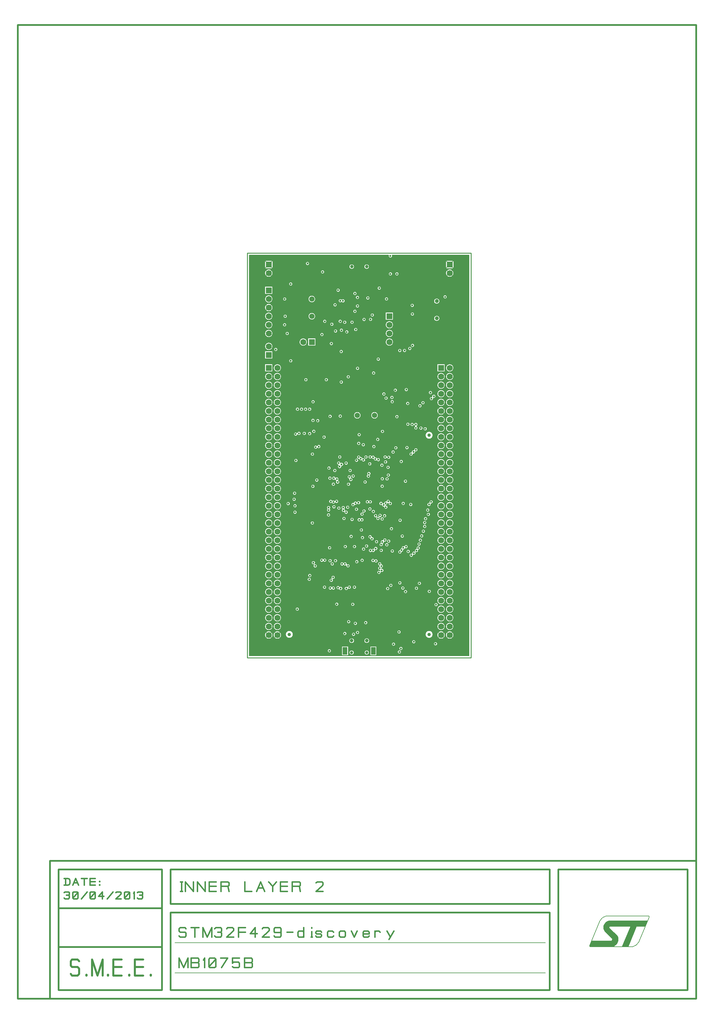
<source format=gbr>
G70*
%FSLAX55Y55*%
%ADD11C,0.01000*%
%ADD12C,0.00827*%
%ADD13C,0.00591*%
%ADD14C,0.00800*%
%ADD15C,0.02000*%
%ADD16R,0.07000X0.07000*%
%ADD17C,0.07000*%
%ADD18C,0.02362*%
%ADD19C,0.06200*%
%ADD20C,0.04600*%
%ADD21R,0.05512X0.08661*%
%ADD22O,0.03543X0.03543*%
%ADD23O,0.03543X0.03543*%
%ADD24C,0.04134*%
%ADD25R,0.07000X0.07000*%
%ADD26C,0.03937*%
%ADD27C,0.02480*%
%ADD28C,0.01575*%
%ADD29C,0.01500*%
D11*
X285882Y415262D02*
X545725Y415262D01*
X545725Y884947*
X285882Y884947*
X285882Y415262*
D12*
X306265Y876336D02*
X315342Y867259D01*
X517619Y444982D02*
X523988Y438612D01*
X507619Y608612D02*
X513988Y614982D01*
X307619Y858612D02*
X313988Y864982D01*
X507619Y698612D02*
X513988Y704982D01*
X516265Y876336D02*
X525342Y867259D01*
X306265Y867259D02*
X315342Y876336D01*
X307619Y438612D02*
X313988Y444982D01*
X517619Y438612D02*
X523988Y444982D01*
X307619Y818612D02*
X313988Y824982D01*
X307619Y864982D02*
X313988Y858612D01*
D13*
X454029Y882557D02*
G75*
G02X450027Y882557I-02001J-00898D01*
G01X288273Y882557*
X288273Y417652*
X543335Y417652*
X543335Y882557*
X454029Y882557*
X306182Y867175D02*
X306182Y876419D01*
X315426Y876419*
X315426Y867175*
X306182Y867175*
X516182Y867175D02*
X516182Y876419D01*
X525426Y876419*
X525426Y867175*
X516182Y867175*
X451639Y596564D02*
G75*
G02X453425Y592809I00262J-02178D01*
G02X449733Y594724I-01524J01578*
G02X448757Y594828I-00262J02178*
G02X446414Y592587I-02193J-00053*
G02X446404Y592353I-02196J-00024*
G02X448275Y588657I00291J-02174*
G02X444512Y590389I-01580J01522*
G02X442029Y592487I-00291J02174*
G02X443288Y594548I-00932J01985*
G02X444371Y594751I00933J-01986*
G02X447279Y596848I02193J00024*
G02X451639Y596564I02193J00053*
G01X306291Y837285D02*
X306291Y846309D01*
X315316Y846309*
X315316Y837285*
X306291Y837285*
X306291Y762285D02*
X306291Y771309D01*
X315316Y771309*
X315316Y762285*
X306291Y762285*
X356291Y777285D02*
X356291Y786309D01*
X365316Y786309*
X365316Y777285*
X356291Y777285*
X506291Y747285D02*
X506291Y756309D01*
X515316Y756309*
X515316Y747285*
X506291Y747285*
X446291Y807285D02*
X446291Y816309D01*
X455316Y816309*
X455316Y807285*
X446291Y807285*
X306291Y747285D02*
X306291Y756309D01*
X315316Y756309*
X315316Y747285*
X306291Y747285*
X428472Y417990D02*
X428472Y428675D01*
X436009Y428675*
X436009Y417990*
X428472Y417990*
X395598Y417990D02*
X395598Y428675D01*
X403135Y428675*
X403135Y417990*
X395598Y417990*
X441723Y523971D02*
G75*
G02X441723Y519624I-00294J-02174D01*
G02X441722Y518965I-02169J-00326*
G02X440834Y514974I00332J-02168*
G02X436882Y513262I-02141J-00474*
G02X439912Y516323I01811J01238*
G02X439886Y517129I02142J00474*
G02X439260Y521471I-00332J02168*
G02X439260Y522124I02169J00326*
G02X438238Y526052I00294J02174*
G02X441723Y523971I01316J-01755*
G01X516182Y861797D02*
G75*
G03X525426Y861797I04622J00000D01*
G03X516182Y861797I-04622J00000*
G01X306182Y821797D02*
G75*
G03X315426Y821797I04622J00000D01*
G03X306182Y821797I-04622J00000*
G01X506182Y701797D02*
G75*
G03X515426Y701797I04622J00000D01*
G03X506182Y701797I-04622J00000*
G01X506182Y441797D02*
G75*
G03X515426Y441797I04622J00000D01*
G03X506182Y441797I-04622J00000*
G01X506182Y611797D02*
G75*
G03X515426Y611797I04622J00000D01*
G03X506182Y611797I-04622J00000*
G01X516182Y441797D02*
G75*
G03X525426Y441797I04622J00000D01*
G03X516182Y441797I-04622J00000*
G01X316182Y441797D02*
G75*
G03X325426Y441797I04622J00000D01*
G03X316182Y441797I-04622J00000*
G01X306182Y861797D02*
G75*
G03X315426Y861797I04622J00000D01*
G03X306182Y861797I-04622J00000*
G01X306182Y441797D02*
G75*
G03X315426Y441797I04622J00000D01*
G03X306182Y441797I-04622J00000*
G01X316291Y531797D02*
G75*
G03X325316Y531797I04512J00000D01*
G03X316291Y531797I-04512J00000*
G01X306291Y481797D02*
G75*
G03X315316Y481797I04512J00000D01*
G03X306291Y481797I-04512J00000*
G01X506291Y741797D02*
G75*
G03X515316Y741797I04512J00000D01*
G03X506291Y741797I-04512J00000*
G01X316291Y611797D02*
G75*
G03X325316Y611797I04512J00000D01*
G03X316291Y611797I-04512J00000*
G01X306291Y521797D02*
G75*
G03X315316Y521797I04512J00000D01*
G03X306291Y521797I-04512J00000*
G01X516291Y711797D02*
G75*
G03X525316Y711797I04512J00000D01*
G03X516291Y711797I-04512J00000*
G01X306291Y681797D02*
G75*
G03X315316Y681797I04512J00000D01*
G03X306291Y681797I-04512J00000*
G01X506291Y561797D02*
G75*
G03X515316Y561797I04512J00000D01*
G03X506291Y561797I-04512J00000*
G01X316291Y451797D02*
G75*
G03X325316Y451797I04512J00000D01*
G03X316291Y451797I-04512J00000*
G01X306291Y701797D02*
G75*
G03X315316Y701797I04512J00000D01*
G03X306291Y701797I-04512J00000*
G01X506291Y521797D02*
G75*
G03X515316Y521797I04512J00000D01*
G03X506291Y521797I-04512J00000*
G01X306291Y811797D02*
G75*
G03X315316Y811797I04512J00000D01*
G03X306291Y811797I-04512J00000*
G01X516291Y511797D02*
G75*
G03X525316Y511797I04512J00000D01*
G03X516291Y511797I-04512J00000*
G01X316291Y631797D02*
G75*
G03X325316Y631797I04512J00000D01*
G03X316291Y631797I-04512J00000*
G01X516291Y671797D02*
G75*
G03X525316Y671797I04512J00000D01*
G03X516291Y671797I-04512J00000*
G01X506291Y691797D02*
G75*
G03X515316Y691797I04512J00000D01*
G03X506291Y691797I-04512J00000*
G01X516291Y471797D02*
G75*
G03X525316Y471797I04512J00000D01*
G03X516291Y471797I-04512J00000*
G01X306291Y621797D02*
G75*
G03X315316Y621797I04512J00000D01*
G03X306291Y621797I-04512J00000*
G01X316291Y501797D02*
G75*
G03X325316Y501797I04512J00000D01*
G03X316291Y501797I-04512J00000*
G01X516291Y601797D02*
G75*
G03X525316Y601797I04512J00000D01*
G03X516291Y601797I-04512J00000*
G01X306291Y571797D02*
G75*
G03X315316Y571797I04512J00000D01*
G03X306291Y571797I-04512J00000*
G01X316291Y551797D02*
G75*
G03X325316Y551797I04512J00000D01*
G03X316291Y551797I-04512J00000*
G01X306291Y491797D02*
G75*
G03X315316Y491797I04512J00000D01*
G03X306291Y491797I-04512J00000*
G01X516291Y521797D02*
G75*
G03X525316Y521797I04512J00000D01*
G03X516291Y521797I-04512J00000*
G01X306291Y541797D02*
G75*
G03X315316Y541797I04512J00000D01*
G03X306291Y541797I-04512J00000*
G01X516291Y691797D02*
G75*
G03X525316Y691797I04512J00000D01*
G03X516291Y691797I-04512J00000*
G01X506291Y601797D02*
G75*
G03X515316Y601797I04512J00000D01*
G03X506291Y601797I-04512J00000*
G01X316291Y491797D02*
G75*
G03X325316Y491797I04512J00000D01*
G03X316291Y491797I-04512J00000*
G01X516291Y591797D02*
G75*
G03X525316Y591797I04512J00000D01*
G03X516291Y591797I-04512J00000*
G01X316291Y661797D02*
G75*
G03X325316Y661797I04512J00000D01*
G03X316291Y661797I-04512J00000*
G01X516291Y751797D02*
G75*
G03X525316Y751797I04512J00000D01*
G03X516291Y751797I-04512J00000*
G01X306291Y731797D02*
G75*
G03X315316Y731797I04512J00000D01*
G03X306291Y731797I-04512J00000*
G01X316291Y711797D02*
G75*
G03X325316Y711797I04512J00000D01*
G03X316291Y711797I-04512J00000*
G01X516291Y611797D02*
G75*
G03X525316Y611797I04512J00000D01*
G03X516291Y611797I-04512J00000*
G01X516291Y621797D02*
G75*
G03X525316Y621797I04512J00000D01*
G03X516291Y621797I-04512J00000*
G01X306291Y591797D02*
G75*
G03X315316Y591797I04512J00000D01*
G03X306291Y591797I-04512J00000*
G01X506291Y471797D02*
G75*
G03X515316Y471797I04512J00000D01*
G03X506291Y471797I-04512J00000*
G01X506291Y631797D02*
G75*
G03X515316Y631797I04512J00000D01*
G03X506291Y631797I-04512J00000*
G01X506291Y641797D02*
G75*
G03X515316Y641797I04512J00000D01*
G03X506291Y641797I-04512J00000*
G01X516291Y541797D02*
G75*
G03X525316Y541797I04512J00000D01*
G03X516291Y541797I-04512J00000*
G01X316291Y751797D02*
G75*
G03X325316Y751797I04512J00000D01*
G03X316291Y751797I-04512J00000*
G01X306291Y711797D02*
G75*
G03X315316Y711797I04512J00000D01*
G03X306291Y711797I-04512J00000*
G01X306291Y691797D02*
G75*
G03X315316Y691797I04512J00000D01*
G03X306291Y691797I-04512J00000*
G01X506291Y571797D02*
G75*
G03X515316Y571797I04512J00000D01*
G03X506291Y571797I-04512J00000*
G01X316291Y461797D02*
G75*
G03X325316Y461797I04512J00000D01*
G03X316291Y461797I-04512J00000*
G01X316291Y641797D02*
G75*
G03X325316Y641797I04512J00000D01*
G03X316291Y641797I-04512J00000*
G01X446291Y801797D02*
G75*
G03X455316Y801797I04512J00000D01*
G03X446291Y801797I-04512J00000*
G01X316291Y681797D02*
G75*
G03X325316Y681797I04512J00000D01*
G03X316291Y681797I-04512J00000*
G01X516291Y451797D02*
G75*
G03X525316Y451797I04512J00000D01*
G03X516291Y451797I-04512J00000*
G01X306291Y631797D02*
G75*
G03X315316Y631797I04512J00000D01*
G03X306291Y631797I-04512J00000*
G01X306291Y611797D02*
G75*
G03X315316Y611797I04512J00000D01*
G03X306291Y611797I-04512J00000*
G01X506291Y491797D02*
G75*
G03X515316Y491797I04512J00000D01*
G03X506291Y491797I-04512J00000*
G01X306291Y776797D02*
G75*
G03X315316Y776797I04512J00000D01*
G03X306291Y776797I-04512J00000*
G01X316291Y561797D02*
G75*
G03X325316Y561797I04512J00000D01*
G03X316291Y561797I-04512J00000*
G01X316291Y541797D02*
G75*
G03X325316Y541797I04512J00000D01*
G03X316291Y541797I-04512J00000*
G01X306291Y531797D02*
G75*
G03X315316Y531797I04512J00000D01*
G03X306291Y531797I-04512J00000*
G01X306291Y551797D02*
G75*
G03X315316Y551797I04512J00000D01*
G03X306291Y551797I-04512J00000*
G01X446291Y781797D02*
G75*
G03X455316Y781797I04512J00000D01*
G03X446291Y781797I-04512J00000*
G01X516291Y681797D02*
G75*
G03X525316Y681797I04512J00000D01*
G03X516291Y681797I-04512J00000*
G01X306291Y651797D02*
G75*
G03X315316Y651797I04512J00000D01*
G03X306291Y651797I-04512J00000*
G01X506291Y531797D02*
G75*
G03X515316Y531797I04512J00000D01*
G03X506291Y531797I-04512J00000*
G01X306291Y451797D02*
G75*
G03X315316Y451797I04512J00000D01*
G03X306291Y451797I-04512J00000*
G01X506291Y711797D02*
G75*
G03X515316Y711797I04512J00000D01*
G03X506291Y711797I-04512J00000*
G01X316291Y701797D02*
G75*
G03X325316Y701797I04512J00000D01*
G03X316291Y701797I-04512J00000*
G01X316291Y721797D02*
G75*
G03X325316Y721797I04512J00000D01*
G03X316291Y721797I-04512J00000*
G01X316291Y521797D02*
G75*
G03X325316Y521797I04512J00000D01*
G03X316291Y521797I-04512J00000*
G01X516291Y631797D02*
G75*
G03X525316Y631797I04512J00000D01*
G03X516291Y631797I-04512J00000*
G01X306291Y601797D02*
G75*
G03X315316Y601797I04512J00000D01*
G03X306291Y601797I-04512J00000*
G01X506291Y481797D02*
G75*
G03X515316Y481797I04512J00000D01*
G03X506291Y481797I-04512J00000*
G01X306291Y511797D02*
G75*
G03X315316Y511797I04512J00000D01*
G03X306291Y511797I-04512J00000*
G01X506291Y651797D02*
G75*
G03X515316Y651797I04512J00000D01*
G03X506291Y651797I-04512J00000*
G01X516291Y551797D02*
G75*
G03X525316Y551797I04512J00000D01*
G03X516291Y551797I-04512J00000*
G01X506291Y551797D02*
G75*
G03X515316Y551797I04512J00000D01*
G03X506291Y551797I-04512J00000*
G01X516291Y721797D02*
G75*
G03X525316Y721797I04512J00000D01*
G03X516291Y721797I-04512J00000*
G01X506291Y581797D02*
G75*
G03X515316Y581797I04512J00000D01*
G03X506291Y581797I-04512J00000*
G01X316291Y471797D02*
G75*
G03X325316Y471797I04512J00000D01*
G03X316291Y471797I-04512J00000*
G01X516291Y571797D02*
G75*
G03X525316Y571797I04512J00000D01*
G03X516291Y571797I-04512J00000*
G01X316291Y621797D02*
G75*
G03X325316Y621797I04512J00000D01*
G03X316291Y621797I-04512J00000*
G01X516291Y731797D02*
G75*
G03X525316Y731797I04512J00000D01*
G03X516291Y731797I-04512J00000*
G01X316291Y691797D02*
G75*
G03X325316Y691797I04512J00000D01*
G03X316291Y691797I-04512J00000*
G01X516291Y461797D02*
G75*
G03X525316Y461797I04512J00000D01*
G03X516291Y461797I-04512J00000*
G01X516291Y641797D02*
G75*
G03X525316Y641797I04512J00000D01*
G03X516291Y641797I-04512J00000*
G01X506291Y501797D02*
G75*
G03X515316Y501797I04512J00000D01*
G03X506291Y501797I-04512J00000*
G01X306291Y791797D02*
G75*
G03X315316Y791797I04512J00000D01*
G03X306291Y791797I-04512J00000*
G01X516291Y491797D02*
G75*
G03X525316Y491797I04512J00000D01*
G03X516291Y491797I-04512J00000*
G01X506291Y661797D02*
G75*
G03X515316Y661797I04512J00000D01*
G03X506291Y661797I-04512J00000*
G01X516291Y651797D02*
G75*
G03X525316Y651797I04512J00000D01*
G03X516291Y651797I-04512J00000*
G01X506291Y671797D02*
G75*
G03X515316Y671797I04512J00000D01*
G03X506291Y671797I-04512J00000*
G01X516291Y561797D02*
G75*
G03X525316Y561797I04512J00000D01*
G03X516291Y561797I-04512J00000*
G01X316291Y581797D02*
G75*
G03X325316Y581797I04512J00000D01*
G03X316291Y581797I-04512J00000*
G01X306291Y661797D02*
G75*
G03X315316Y661797I04512J00000D01*
G03X306291Y661797I-04512J00000*
G01X506291Y541797D02*
G75*
G03X515316Y541797I04512J00000D01*
G03X506291Y541797I-04512J00000*
G01X516291Y531797D02*
G75*
G03X525316Y531797I04512J00000D01*
G03X516291Y531797I-04512J00000*
G01X506291Y721797D02*
G75*
G03X515316Y721797I04512J00000D01*
G03X506291Y721797I-04512J00000*
G01X316291Y591797D02*
G75*
G03X325316Y591797I04512J00000D01*
G03X316291Y591797I-04512J00000*
G01X306291Y461797D02*
G75*
G03X315316Y461797I04512J00000D01*
G03X306291Y461797I-04512J00000*
G01X516291Y481797D02*
G75*
G03X525316Y481797I04512J00000D01*
G03X516291Y481797I-04512J00000*
G01X506291Y621797D02*
G75*
G03X515316Y621797I04512J00000D01*
G03X506291Y621797I-04512J00000*
G01X306291Y581797D02*
G75*
G03X315316Y581797I04512J00000D01*
G03X306291Y581797I-04512J00000*
G01X506291Y461797D02*
G75*
G03X515316Y461797I04512J00000D01*
G03X506291Y461797I-04512J00000*
G01X306291Y741797D02*
G75*
G03X315316Y741797I04512J00000D01*
G03X306291Y741797I-04512J00000*
G01X316291Y741797D02*
G75*
G03X325316Y741797I04512J00000D01*
G03X316291Y741797I-04512J00000*
G01X316291Y511797D02*
G75*
G03X325316Y511797I04512J00000D01*
G03X316291Y511797I-04512J00000*
G01X306291Y501797D02*
G75*
G03X315316Y501797I04512J00000D01*
G03X306291Y501797I-04512J00000*
G01X306291Y831797D02*
G75*
G03X315316Y831797I04512J00000D01*
G03X306291Y831797I-04512J00000*
G01X306291Y721797D02*
G75*
G03X315316Y721797I04512J00000D01*
G03X306291Y721797I-04512J00000*
G01X506291Y591797D02*
G75*
G03X515316Y591797I04512J00000D01*
G03X506291Y591797I-04512J00000*
G01X316291Y481797D02*
G75*
G03X325316Y481797I04512J00000D01*
G03X316291Y481797I-04512J00000*
G01X516291Y581797D02*
G75*
G03X525316Y581797I04512J00000D01*
G03X516291Y581797I-04512J00000*
G01X316291Y651797D02*
G75*
G03X325316Y651797I04512J00000D01*
G03X316291Y651797I-04512J00000*
G01X516291Y741797D02*
G75*
G03X525316Y741797I04512J00000D01*
G03X516291Y741797I-04512J00000*
G01X316291Y671797D02*
G75*
G03X325316Y671797I04512J00000D01*
G03X316291Y671797I-04512J00000*
G01X506291Y451797D02*
G75*
G03X515316Y451797I04512J00000D01*
G03X506291Y451797I-04512J00000*
G01X306291Y641797D02*
G75*
G03X315316Y641797I04512J00000D01*
G03X306291Y641797I-04512J00000*
G01X506291Y511797D02*
G75*
G03X515316Y511797I04512J00000D01*
G03X506291Y511797I-04512J00000*
G01X306291Y801797D02*
G75*
G03X315316Y801797I04512J00000D01*
G03X306291Y801797I-04512J00000*
G01X516291Y501797D02*
G75*
G03X525316Y501797I04512J00000D01*
G03X516291Y501797I-04512J00000*
G01X316291Y571797D02*
G75*
G03X325316Y571797I04512J00000D01*
G03X316291Y571797I-04512J00000*
G01X516291Y661797D02*
G75*
G03X525316Y661797I04512J00000D01*
G03X516291Y661797I-04512J00000*
G01X506291Y681797D02*
G75*
G03X515316Y681797I04512J00000D01*
G03X506291Y681797I-04512J00000*
G01X306291Y561797D02*
G75*
G03X315316Y561797I04512J00000D01*
G03X306291Y561797I-04512J00000*
G01X446291Y791797D02*
G75*
G03X455316Y791797I04512J00000D01*
G03X446291Y791797I-04512J00000*
G01X516291Y701797D02*
G75*
G03X525316Y701797I04512J00000D01*
G03X516291Y701797I-04512J00000*
G01X346291Y781797D02*
G75*
G03X355316Y781797I04512J00000D01*
G03X346291Y781797I-04512J00000*
G01X306291Y671797D02*
G75*
G03X315316Y671797I04512J00000D01*
G03X306291Y671797I-04512J00000*
G01X506291Y731797D02*
G75*
G03X515316Y731797I04512J00000D01*
G03X506291Y731797I-04512J00000*
G01X316291Y601797D02*
G75*
G03X325316Y601797I04512J00000D01*
G03X316291Y601797I-04512J00000*
G01X306291Y471797D02*
G75*
G03X315316Y471797I04512J00000D01*
G03X306291Y471797I-04512J00000*
G01X316291Y731797D02*
G75*
G03X325316Y731797I04512J00000D01*
G03X316291Y731797I-04512J00000*
G01X492547Y673648D02*
G75*
G03X501265Y673648I04359J00000D01*
G03X492547Y673648I-04359J00000*
G01X492547Y442545D02*
G75*
G03X501265Y442545I04359J00000D01*
G03X492547Y442545I-04359J00000*
G01X330343Y442545D02*
G75*
G03X339060Y442545I04359J00000D01*
G03X330343Y442545I-04359J00000*
G01X484343Y540604D02*
G75*
G02X481198Y537903I-02039J-00807D01*
G02X478443Y534780I-01894J-01106*
G02X474619Y532893I-02140J-00483*
G02X477164Y536315I01685J01404*
G02X480410Y538691I02140J00482*
G02X482264Y541990I01894J01106*
G02X485520Y544622I02039J00807*
G02X484343Y540604I-01216J-01825*
G01X436675Y647082D02*
G75*
G02X436026Y644261I01282J-01779D01*
G02X432551Y645995I-01282J01779*
G02X430100Y646941I-00594J02112*
G02X426285Y648598I-01629J01468*
G02X430328Y649575I02185J-00189*
G02X434150Y648152I01629J-01468*
G02X436675Y647082I00594J-02112*
G01X469139Y542366D02*
G75*
G02X467093Y540854I-02085J00681D01*
G02X465173Y538128I-02125J-00542*
G02X461506Y536498I-02193J-00006*
G02X462774Y540306I01474J01624*
G02X464928Y542505I02193J00006*
G02X468094Y544978I02125J00542*
G02X469139Y542366I02085J-00681*
G01X429444Y696777D02*
G75*
G03X437669Y696777I04112J00000D01*
G03X429444Y696777I-04112J00000*
G01X356711Y811761D02*
G75*
G03X364936Y811761I04112J00000D01*
G03X356711Y811761I-04112J00000*
G01X409444Y696777D02*
G75*
G03X417669Y696777I04112J00000D01*
G03X409444Y696777I-04112J00000*
G01X356711Y831761D02*
G75*
G03X364936Y831761I04112J00000D01*
G03X356711Y831761I-04112J00000*
G01X439271Y578501D02*
G75*
G02X435762Y578292I-01677J-01414D01*
G02X433390Y581933I-00934J01984*
G02X436660Y579071I01437J-01657*
G02X438331Y579152I00934J-01985*
G02X441258Y582369I01677J01414*
G02X439271Y578501I-01250J-01802*
G01X482519Y684159D02*
G75*
G02X481552Y679998I-00967J-01969D01*
G02X480584Y684159I00000J02193*
G02X479386Y685779I00967J01969*
G02X479386Y686477I-02165J00349*
G02X482519Y684159I02165J-00349*
G01X401541Y523872D02*
G75*
G02X400624Y522458I01241J-01808D01*
G02X397627Y522952I-01241J01808*
G02X393715Y524344I-01719J01362*
G02X397664Y525629I02193J-00030*
G02X401541Y523872I01719J-01362*
G01X480963Y654578D02*
G75*
G02X478192Y652133I-02167J-00336D01*
G02X476643Y653821I-02152J-00421*
G02X479384Y656355I02153J00421*
G02X483191Y658148I02167J00336*
G02X480963Y654578I-01639J-01457*
G01X391481Y621383D02*
G75*
G02X389127Y620711I-00677J-02086D01*
G02X387717Y622120I00677J02086*
G02X388390Y624474I-01414J01677*
G02X391481Y621383I01414J-01677*
G01X444931Y549945D02*
G75*
G02X443231Y547721I-02192J-00086D01*
G02X440371Y544711I-01943J-01017*
G02X440796Y548842I00917J01993*
G02X443395Y551952I01943J01017*
G02X444931Y549945I02192J00086*
G01X395150Y637609D02*
G75*
G02X391782Y639074I-02162J-00367D01*
G02X394139Y641656I00200J02184*
G02X395150Y637609I01164J-01859*
G01X399715Y586309D02*
G75*
G02X398444Y584487I00915J-01993D01*
G02X395930Y587982I-00915J01993*
G02X397122Y591892I01357J01723*
G02X398885Y588203I00164J-02187*
G02X399715Y586309I-01357J-01723*
G01X413457Y593854D02*
G75*
G02X410740Y592722I-01984J00935D01*
G02X409336Y595282I-02137J00492*
G02X413066Y596297I02137J-00493*
G02X413457Y593854I01984J-00935*
G01X387898Y595476D02*
G75*
G02X383932Y594950I-02101J00629D01*
G02X384668Y597986I-01128J01881*
G02X387470Y597523I01129J-01881*
G02X391718Y597343I02101J-00629*
G02X387898Y595476I-02147J-00449*
G01X434237Y540130D02*
G75*
G02X430491Y538383I-02184J-00207D01*
G02X426735Y539922I-01563J01539*
G02X430491Y541461I02193J00000*
G02X432855Y541964I01563J-01539*
G02X436791Y543491I02183J00208*
G02X434237Y540130I-01752J-01320*
G01X419813Y646963D02*
G75*
G02X418603Y644447I00919J-01991D01*
G02X415517Y646095I-00919J01991*
G02X413458Y649575I-00298J02173*
G02X417385Y648611I01761J-01307*
G02X419813Y646963I00298J-02173*
G01X502429Y829297D02*
G75*
G03X509178Y829297I03375J00000D01*
G03X502429Y829297I-03375J00000*
G01X502429Y809297D02*
G75*
G03X509178Y809297I03375J00000D01*
G03X502429Y809297I-03375J00000*
G01X364358Y524131D02*
G75*
G02X365825Y520059I00397J-02157D01*
G02X363125Y523441I-01071J01914*
G02X363096Y523489I00590J00394*
G01X363055Y523561*
G75*
G02X363030Y523611I00620J00346*
G02X361563Y527682I-00397J02157*
G02X364263Y524301I01071J-01914*
G02X364292Y524253I-00590J-00394*
G01X364333Y524181*
G75*
G02X364358Y524131I-00620J-00346*
G01X420644Y583660D02*
G75*
G02X417891Y580279I-01562J-01539D01*
G02X419845Y584177I01191J01842*
G02X422598Y587558I01562J01539*
G02X420644Y583660I-01191J-01842*
G01X448057Y648951D02*
G75*
G02X452239Y647850I01997J-00907D01*
G02X447928Y647502I-02185J00194*
G02X443747Y648602I-01997J00907*
G02X448057Y648951I02185J-00194*
G01X385174Y506578D02*
G75*
G02X383784Y507443I-01770J-01294D01*
G02X385174Y506578I01770J01294*
G01X421484Y435242D02*
G75*
G03X427643Y435242I03079J00000D01*
G03X421484Y435242I-03079J00000*
G01X403964Y435242D02*
G75*
G03X410123Y435242I03079J00000D01*
G03X403964Y435242I-03079J00000*
G01X344178Y674376D02*
G75*
G02X343753Y676309I-02124J00546D01*
G02X344178Y674376I02124J-00546*
G01X498821Y594158D02*
G75*
G02X495400Y591612I-02017J-00860D01*
G02X497286Y595437I01404J01685*
G02X500708Y597982I02017J00860*
G02X498821Y594158I-01404J-01685*
G01X501752Y716715D02*
G75*
G02X500328Y718139I-02090J-00666D01*
G02X501752Y716715I02090J00666*
G01X402983Y495546D02*
G75*
G02X398788Y494933I-02179J00251D01*
G02X402125Y497548I02016J00864*
G02X406319Y498162I02179J-00251*
G02X402983Y495546I-02016J-00864*
G01X367355Y659020D02*
G75*
G02X366878Y661325I-02051J00777D01*
G02X367355Y659020I02051J-00777*
G01X406341Y624485D02*
G75*
G02X404144Y623110I-00160J-02187D01*
G02X406341Y624485I00160J02187*
G01X433737Y529332D02*
G75*
G02X433370Y526762I01566J-01535D01*
G02X433737Y529332I-01566J01535*
G01X384054Y497619D02*
G75*
G02X387997Y496298I01750J-01322D01*
G02X384054Y494975I-02193J-00000*
G02X380110Y496297I-01750J01322*
G02X384054Y497619I02193J00000*
G01X374091Y527302D02*
G75*
G02X370149Y528596I-01749J01323D01*
G02X374054Y529995I02193J00030*
G02X374091Y527302I01749J-01323*
G01X427035Y597813D02*
G75*
G02X426982Y594990I01651J-01443D01*
G02X427035Y597813I-01651J01443*
G01X404162Y869297D02*
G75*
G03X410123Y869297I02981J00000D01*
G03X404162Y869297I-02981J00000*
G01X421462Y869297D02*
G75*
G03X427423Y869297I02981J00000D01*
G03X421462Y869297I-02981J00000*
G01X430594Y555724D02*
G75*
G02X432230Y551981I00086J-02192D01*
G02X428488Y553621I-01550J01552*
G02X430594Y555724I-00086J02191*
G01X393284Y497739D02*
G75*
G02X396385Y495104I01019J-01942D01*
G02X392323Y494855I-02081J00693*
G02X389223Y497490I-01019J01942*
G02X393284Y497739I02081J-00693*
G01X395549Y831203D02*
G75*
G02X395401Y828132I01488J-01611D01*
G02X395549Y831203I-01488J01611*
G01X417366Y577086D02*
G75*
G02X417366Y574008I01562J-01539D01*
G02X413610Y575547I-01563J01539*
G02X417366Y577086I02193J00000*
G01X428302Y627363D02*
G75*
G02X425158Y627945I-01845J-01185D01*
G02X428302Y627363I01845J01185*
G01X381925Y588274D02*
G75*
G02X378682Y588274I-01622J-01476D01*
G02X381925Y588274I01622J01476*
G01X404260Y421463D02*
G75*
G03X409828Y421463I02784J00000D01*
G03X404260Y421463I-02784J00000*
G01X421780Y421463D02*
G75*
G03X427348Y421463I02784J00000D01*
G03X421780Y421463I-02784J00000*
G01X334152Y760006D02*
G75*
G03X338539Y760006I02193J00000D01*
G03X334152Y760006I-02193J00000*
G01X463610Y556600D02*
G75*
G03X467997Y556600I02193J00000D01*
G03X463610Y556600I-02193J00000*
G01X381877Y802432D02*
G75*
G03X386264Y802432I02193J00000D01*
G03X381877Y802432I-02193J00000*
G01X447853Y550731D02*
G75*
G03X452239Y550731I02193J00000D01*
G03X447853Y550731I-02193J00000*
G01X451000Y565161D02*
G75*
G03X455387Y565161I02193J00000D01*
G03X451000Y565161I-02193J00000*
G01X460237Y422151D02*
G75*
G03X464624Y422151I02193J00000D01*
G03X460237Y422151I-02193J00000*
G01X475373Y814297D02*
G75*
G03X479759Y814297I02193J00000D01*
G03X475373Y814297I-02193J00000*
G01X445935Y623015D02*
G75*
G03X450322Y623015I02193J00000D01*
G03X445935Y623015I-02193J00000*
G01X425884Y640411D02*
G75*
G03X430270Y640411I02193J00000D01*
G03X425884Y640411I-02193J00000*
G01X490610Y576797D02*
G75*
G03X494997Y576797I02193J00000D01*
G03X490610Y576797I-02193J00000*
G01X417453Y554845D02*
G75*
G03X421839Y554845I02193J00000D01*
G03X417453Y554845I-02193J00000*
G01X444807Y716745D02*
G75*
G03X449193Y716745I02193J00000D01*
G03X444807Y716745I-02193J00000*
G01X440422Y623106D02*
G75*
G03X444809Y623106I02193J00000D01*
G03X440422Y623106I-02193J00000*
G01X428812Y813098D02*
G75*
G03X433198Y813098I02193J00000D01*
G03X428812Y813098I-02193J00000*
G01X489610Y567797D02*
G75*
G03X493997Y567797I02193J00000D01*
G03X489610Y567797I-02193J00000*
G01X513307Y834205D02*
G75*
G03X517693Y834205I02193J00000D01*
G03X513307Y834205I-02193J00000*
G01X453411Y431126D02*
G75*
G03X457797Y431126I02193J00000D01*
G03X453411Y431126I-02193J00000*
G01X396859Y804720D02*
G75*
G03X401246Y804720I02193J00000D01*
G03X396859Y804720I-02193J00000*
G01X356130Y703844D02*
G75*
G03X360517Y703844I02193J00000D01*
G03X356130Y703844I-02193J00000*
G01X392972Y795526D02*
G75*
G03X397358Y795526I02193J00000D01*
G03X392972Y795526I-02193J00000*
G01X408611Y817477D02*
G75*
G03X412998Y817477I02193J00000D01*
G03X408611Y817477I-02193J00000*
G01X396877Y443513D02*
G75*
G03X401264Y443513I02193J00000D01*
G03X396877Y443513I-02193J00000*
G01X475496Y777860D02*
G75*
G03X479883Y777860I02193J00000D01*
G03X475496Y777860I-02193J00000*
G01X403081Y632726D02*
G75*
G03X407467Y632726I02193J00000D01*
G03X403081Y632726I-02193J00000*
G01X416110Y563672D02*
G75*
G03X420497Y563672I02193J00000D01*
G03X416110Y563672I-02193J00000*
G01X460749Y502330D02*
G75*
G03X465135Y502330I02193J00000D01*
G03X460749Y502330I-02193J00000*
G01X470114Y686373D02*
G75*
G03X474501Y686373I02193J00000D01*
G03X470114Y686373I-02193J00000*
G01X404235Y556172D02*
G75*
G03X408622Y556172I02193J00000D01*
G03X404235Y556172I-02193J00000*
G01X470485Y538797D02*
G75*
G03X474872Y538797I02193J00000D01*
G03X470485Y538797I-02193J00000*
G01X365485Y690547D02*
G75*
G03X369872Y690547I02193J00000D01*
G03X365485Y690547I-02193J00000*
G01X385251Y632726D02*
G75*
G03X389638Y632726I02193J00000D01*
G03X385251Y632726I-02193J00000*
G01X392838Y735300D02*
G75*
G03X397225Y735300I02193J00000D01*
G03X392838Y735300I-02193J00000*
G01X452035Y539297D02*
G75*
G03X456422Y539297I02193J00000D01*
G03X452035Y539297I-02193J00000*
G01X338110Y599297D02*
G75*
G03X342497Y599297I02193J00000D01*
G03X338110Y599297I-02193J00000*
G01X413013Y664180D02*
G75*
G03X417400Y664180I02193J00000D01*
G03X413013Y664180I-02193J00000*
G01X339110Y584297D02*
G75*
G03X343497Y584297I02193J00000D01*
G03X339110Y584297I-02193J00000*
G01X475164Y824296D02*
G75*
G03X479550Y824296I02193J00000D01*
G03X475164Y824296I-02193J00000*
G01X423609Y832935D02*
G75*
G03X427996Y832935I02193J00000D01*
G03X423609Y832935I-02193J00000*
G01X464276Y496293D02*
G75*
G03X468663Y496293I02193J00000D01*
G03X464276Y496293I-02193J00000*
G01X422195Y545107D02*
G75*
G03X426582Y545107I02193J00000D01*
G03X422195Y545107I-02193J00000*
G01X417027Y528547D02*
G75*
G03X421414Y528547I02193J00000D01*
G03X417027Y528547I-02193J00000*
G01X418645Y541504D02*
G75*
G03X423031Y541504I02193J00000D01*
G03X418645Y541504I-02193J00000*
G01X450332Y499402D02*
G75*
G03X454719Y499402I02193J00000D01*
G03X450332Y499402I-02193J00000*
G01X391583Y805849D02*
G75*
G03X395970Y805849I02193J00000D01*
G03X391583Y805849I-02193J00000*
G01X387549Y477526D02*
G75*
G03X391936Y477526I02193J00000D01*
G03X387549Y477526I-02193J00000*
G01X381318Y779987D02*
G75*
G03X385705Y779987I02193J00000D01*
G03X381318Y779987I-02193J00000*
G01X353609Y872935D02*
G75*
G03X357996Y872935I02193J00000D01*
G03X353609Y872935I-02193J00000*
G01X462429Y643185D02*
G75*
G03X466816Y643185I02193J00000D01*
G03X462429Y643185I-02193J00000*
G01X467282Y620271D02*
G75*
G03X471669Y620271I02193J00000D01*
G03X467282Y620271I-02193J00000*
G01X502802Y477002D02*
G75*
G03X507189Y477002I02193J00000D01*
G03X502802Y477002I-02193J00000*
G01X399208Y793530D02*
G75*
G03X403594Y793530I02193J00000D01*
G03X399208Y793530I-02193J00000*
G01X487626Y711325D02*
G75*
G03X492013Y711325I02193J00000D01*
G03X487626Y711325I-02193J00000*
G01X382360Y524297D02*
G75*
G03X386747Y524297I02193J00000D01*
G03X382360Y524297I-02193J00000*
G01X379235Y543047D02*
G75*
G03X383622Y543047I02193J00000D01*
G03X379235Y543047I-02193J00000*
G01X443111Y580214D02*
G75*
G03X447497Y580214I02193J00000D01*
G03X443111Y580214I-02193J00000*
G01X398485Y641248D02*
G75*
G03X402871Y641248I02193J00000D01*
G03X398485Y641248I-02193J00000*
G01X359969Y690888D02*
G75*
G03X364355Y690888I02193J00000D01*
G03X359969Y690888I-02193J00000*
G01X420471Y619337D02*
G75*
G03X424858Y619337I02193J00000D01*
G03X420471Y619337I-02193J00000*
G01X360914Y678174D02*
G75*
G03X365300Y678174I02193J00000D01*
G03X360914Y678174I-02193J00000*
G01X410546Y644564D02*
G75*
G03X414933Y644564I02193J00000D01*
G03X410546Y644564I-02193J00000*
G01X411602Y823615D02*
G75*
G03X415989Y823615I02193J00000D01*
G03X411602Y823615I-02193J00000*
G01X446632Y495673D02*
G75*
G03X451019Y495673I02193J00000D01*
G03X446632Y495673I-02193J00000*
G01X496288Y723136D02*
G75*
G03X500674Y723136I02193J00000D01*
G03X496288Y723136I-02193J00000*
G01X408122Y544444D02*
G75*
G03X412509Y544444I02193J00000D01*
G03X408122Y544444I-02193J00000*
G01X386110Y528047D02*
G75*
G03X390497Y528047I02193J00000D01*
G03X386110Y528047I-02193J00000*
G01X480059Y496041D02*
G75*
G03X484446Y496041I02193J00000D01*
G03X480059Y496041I-02193J00000*
G01X341957Y703844D02*
G75*
G03X346343Y703844I02193J00000D01*
G03X341957Y703844I-02193J00000*
G01X349860Y675763D02*
G75*
G03X354247Y675763I02193J00000D01*
G03X349860Y675763I-02193J00000*
G01X462003Y426190D02*
G75*
G03X466390Y426190I02193J00000D01*
G03X462003Y426190I-02193J00000*
G01X327729Y811720D02*
G75*
G03X332116Y811720I02193J00000D01*
G03X327729Y811720I-02193J00000*
G01X405280Y804750D02*
G75*
G03X409667Y804750I02193J00000D01*
G03X405280Y804750I-02193J00000*
G01X356242Y510862D02*
G75*
G03X360629Y510862I02193J00000D01*
G03X356242Y510862I-02193J00000*
G01X410826Y526862D02*
G75*
G03X415213Y526862I02193J00000D01*
G03X410826Y526862I-02193J00000*
G01X351406Y703844D02*
G75*
G03X355792Y703844I02193J00000D01*
G03X351406Y703844I-02193J00000*
G01X391610Y695797D02*
G75*
G03X395997Y695797I02193J00000D01*
G03X391610Y695797I-02193J00000*
G01X484083Y707781D02*
G75*
G03X488469Y707781I02193J00000D01*
G03X484083Y707781I-02193J00000*
G01X385594Y824966D02*
G75*
G03X389981Y824966I02193J00000D01*
G03X385594Y824966I-02193J00000*
G01X430336Y745863D02*
G75*
G03X434723Y745863I02193J00000D01*
G03X430336Y745863I-02193J00000*
G01X444212Y642654D02*
G75*
G03X448599Y642654I02193J00000D01*
G03X444212Y642654I-02193J00000*
G01X490204Y681114D02*
G75*
G03X494590Y681114I02193J00000D01*
G03X490204Y681114I-02193J00000*
G01X411685Y751298D02*
G75*
G03X416072Y751298I02193J00000D01*
G03X411685Y751298I-02193J00000*
G01X327094Y831721D02*
G75*
G03X331481Y831721I02193J00000D01*
G03X327094Y831721I-02193J00000*
G01X364398Y621561D02*
G75*
G03X368784Y621561I02193J00000D01*
G03X364398Y621561I-02193J00000*
G01X407008Y442578D02*
G75*
G03X411395Y442578I02193J00000D01*
G03X407008Y442578I-02193J00000*
G01X359871Y614358D02*
G75*
G03X364257Y614358I02193J00000D01*
G03X359871Y614358I-02193J00000*
G01X449871Y860837D02*
G75*
G03X454258Y860837I02193J00000D01*
G03X449871Y860837I-02193J00000*
G01X346681Y703844D02*
G75*
G03X351068Y703844I02193J00000D01*
G03X346681Y703844I-02193J00000*
G01X383610Y616797D02*
G75*
G03X387997Y616797I02193J00000D01*
G03X383610Y616797I-02193J00000*
G01X426027Y588103D02*
G75*
G03X430414Y588103I02193J00000D01*
G03X426027Y588103I-02193J00000*
G01X430646Y660511D02*
G75*
G03X435033Y660511I02193J00000D01*
G03X430646Y660511I-02193J00000*
G01X486110Y556797D02*
G75*
G03X490497Y556797I02193J00000D01*
G03X486110Y556797I-02193J00000*
G01X421487Y648409D02*
G75*
G03X425874Y648409I02193J00000D01*
G03X421487Y648409I-02193J00000*
G01X413610Y674297D02*
G75*
G03X417997Y674297I02193J00000D01*
G03X413610Y674297I-02193J00000*
G01X433748Y550088D02*
G75*
G03X438134Y550088I02193J00000D01*
G03X433748Y550088I-02193J00000*
G01X356110Y675547D02*
G75*
G03X360497Y675547I02193J00000D01*
G03X356110Y675547I-02193J00000*
G01X405311Y575897D02*
G75*
G03X409697Y575897I02193J00000D01*
G03X405311Y575897I-02193J00000*
G01X455540Y725874D02*
G75*
G03X459927Y725874I02193J00000D01*
G03X455540Y725874I-02193J00000*
G01X339110Y591797D02*
G75*
G03X343497Y591797I02193J00000D01*
G03X339110Y591797I-02193J00000*
G01X355640Y506392D02*
G75*
G03X360027Y506392I02193J00000D01*
G03X355640Y506392I-02193J00000*
G01X327029Y801797D02*
G75*
G03X331416Y801797I02193J00000D01*
G03X327029Y801797I-02193J00000*
G01X379610Y623797D02*
G75*
G03X383997Y623797I02193J00000D01*
G03X379610Y623797I-02193J00000*
G01X418335Y662637D02*
G75*
G03X422721Y662637I02193J00000D01*
G03X418335Y662637I-02193J00000*
G01X445661Y546543D02*
G75*
G03X450047Y546543I02193J00000D01*
G03X445661Y546543I-02193J00000*
G01X377985Y581172D02*
G75*
G03X382372Y581172I02193J00000D01*
G03X377985Y581172I-02193J00000*
G01X370373Y790509D02*
G75*
G03X374759Y790509I02193J00000D01*
G03X370373Y790509I-02193J00000*
G01X410461Y587745D02*
G75*
G03X414847Y587745I02193J00000D01*
G03X410461Y587745I-02193J00000*
G01X338610Y606297D02*
G75*
G03X342997Y606297I02193J00000D01*
G03X338610Y606297I-02193J00000*
G01X331209Y594297D02*
G75*
G03X335596Y594297I02193J00000D01*
G03X331209Y594297I-02193J00000*
G01X485205Y681898D02*
G75*
G03X489591Y681898I02193J00000D01*
G03X485205Y681898I-02193J00000*
G01X502192Y431623D02*
G75*
G03X506579Y431623I02193J00000D01*
G03X502192Y431623I-02193J00000*
G01X493875Y581797D02*
G75*
G03X498262Y581797I02193J00000D01*
G03X493875Y581797I-02193J00000*
G01X452940Y654156D02*
G75*
G03X457327Y654156I02193J00000D01*
G03X452940Y654156I-02193J00000*
G01X439215Y540052D02*
G75*
G03X443602Y540052I02193J00000D01*
G03X439215Y540052I-02193J00000*
G01X440243Y576472D02*
G75*
G03X444630Y576472I02193J00000D01*
G03X440243Y576472I-02193J00000*
G01X379860Y528047D02*
G75*
G03X384247Y528047I02193J00000D01*
G03X379860Y528047I-02193J00000*
G01X386168Y794581D02*
G75*
G03X390555Y794581I02193J00000D01*
G03X386168Y794581I-02193J00000*
G01X489610Y572297D02*
G75*
G03X493997Y572297I02193J00000D01*
G03X489610Y572297I-02193J00000*
G01X373610Y805846D02*
G75*
G03X377997Y805846I02193J00000D01*
G03X373610Y805846I-02193J00000*
G01X401406Y457260D02*
G75*
G03X405792Y457260I02193J00000D01*
G03X401406Y457260I-02193J00000*
G01X459857Y445347D02*
G75*
G03X464243Y445347I02193J00000D01*
G03X459857Y445347I-02193J00000*
G01X371109Y863160D02*
G75*
G03X375496Y863160I02193J00000D01*
G03X371109Y863160I-02193J00000*
G01X400225Y590065D02*
G75*
G03X404611Y590065I02193J00000D01*
G03X400225Y590065I-02193J00000*
G01X401208Y616797D02*
G75*
G03X405595Y616797I02193J00000D01*
G03X401208Y616797I-02193J00000*
G01X484610Y551797D02*
G75*
G03X488997Y551797I02193J00000D01*
G03X484610Y551797I-02193J00000*
G01X436886Y844298D02*
G75*
G03X441272Y844298I02193J00000D01*
G03X436886Y844298I-02193J00000*
G01X472337Y774317D02*
G75*
G03X476723Y774317I02193J00000D01*
G03X472337Y774317I-02193J00000*
G01X483110Y547297D02*
G75*
G03X487497Y547297I02193J00000D01*
G03X483110Y547297I-02193J00000*
G01X372854Y671461D02*
G75*
G03X377241Y671461I02193J00000D01*
G03X372854Y671461I-02193J00000*
G01X411605Y833553D02*
G75*
G03X415991Y833553I02193J00000D01*
G03X411605Y833553I-02193J00000*
G01X440294Y614474D02*
G75*
G03X444680Y614474I02193J00000D01*
G03X440294Y614474I-02193J00000*
G01X316760Y773136D02*
G75*
G03X321147Y773136I02193J00000D01*
G03X316760Y773136I-02193J00000*
G01X378965Y423529D02*
G75*
G03X383351Y423529I02193J00000D01*
G03X378965Y423529I-02193J00000*
G01X373315Y497297D02*
G75*
G03X377702Y497297I02193J00000D01*
G03X373315Y497297I-02193J00000*
G01X375485Y738047D02*
G75*
G03X379872Y738047I02193J00000D01*
G03X375485Y738047I-02193J00000*
G01X451602Y717468D02*
G75*
G03X455989Y717468I02193J00000D01*
G03X451602Y717468I-02193J00000*
G01X456110Y659032D02*
G75*
G03X460497Y659032I02193J00000D01*
G03X456110Y659032I-02193J00000*
G01X409564Y796324D02*
G75*
G03X413950Y796324I02193J00000D01*
G03X409564Y796324I-02193J00000*
G01X330040Y791729D02*
G75*
G03X334427Y791729I02193J00000D01*
G03X330040Y791729I-02193J00000*
G01X483496Y501746D02*
G75*
G03X487883Y501746I02193J00000D01*
G03X483496Y501746I-02193J00000*
G01X447110Y636403D02*
G75*
G03X451497Y636403I02193J00000D01*
G03X447110Y636403I-02193J00000*
G01X445335Y831796D02*
G75*
G03X449722Y831796I02193J00000D01*
G03X445335Y831796I-02193J00000*
G01X440609Y678098D02*
G75*
G03X444995Y678098I02193J00000D01*
G03X440609Y678098I-02193J00000*
G01X379860Y695547D02*
G75*
G03X384247Y695547I02193J00000D01*
G03X379860Y695547I-02193J00000*
G01X466255Y771955D02*
G75*
G03X470641Y771955I02193J00000D01*
G03X466255Y771955I-02193J00000*
G01X494933Y492418D02*
G75*
G03X499320Y492418I02193J00000D01*
G03X494933Y492418I-02193J00000*
G01X435774Y761898D02*
G75*
G03X440160Y761898I02193J00000D01*
G03X435774Y761898I-02193J00000*
G01X421167Y456142D02*
G75*
G03X425554Y456142I02193J00000D01*
G03X421167Y456142I-02193J00000*
G01X493110Y586797D02*
G75*
G03X497497Y586797I02193J00000D01*
G03X493110Y586797I-02193J00000*
G01X442236Y721497D02*
G75*
G03X446623Y721497I02193J00000D01*
G03X442236Y721497I-02193J00000*
G01X360067Y712506D02*
G75*
G03X364454Y712506I02193J00000D01*
G03X360067Y712506I-02193J00000*
G01X439949Y638849D02*
G75*
G03X444335Y638849I02193J00000D01*
G03X439949Y638849I-02193J00000*
G01X457351Y860837D02*
G75*
G03X461738Y860837I02193J00000D01*
G03X457351Y860837I-02193J00000*
G01X419267Y807968D02*
G75*
G03X423654Y807968I02193J00000D01*
G03X419267Y807968I-02193J00000*
G01X359235Y571797D02*
G75*
G03X363622Y571797I02193J00000D01*
G03X359235Y571797I-02193J00000*
G01X473453Y593245D02*
G75*
G03X477839Y593245I02193J00000D01*
G03X473453Y593245I-02193J00000*
G01X389169Y841936D02*
G75*
G03X393556Y841936I02193J00000D01*
G03X389169Y841936I-02193J00000*
G01X408609Y838160D02*
G75*
G03X412996Y838160I02193J00000D01*
G03X408609Y838160I-02193J00000*
G01X408110Y497297D02*
G75*
G03X412497Y497297I02193J00000D01*
G03X408110Y497297I-02193J00000*
G01X392744Y770774D02*
G75*
G03X397131Y770774I02193J00000D01*
G03X392744Y770774I-02193J00000*
G01X378504Y635533D02*
G75*
G03X382890Y635533I02193J00000D01*
G03X378504Y635533I-02193J00000*
G01X469026Y659226D02*
G75*
G03X473412Y659226I02193J00000D01*
G03X469026Y659226I-02193J00000*
G01X341735Y471797D02*
G75*
G03X346122Y471797I02193J00000D01*
G03X341735Y471797I-02193J00000*
G01X340126Y644332D02*
G75*
G03X344513Y644332I02193J00000D01*
G03X340126Y644332I-02193J00000*
G01X351735Y738047D02*
G75*
G03X356122Y738047I02193J00000D01*
G03X351735Y738047I-02193J00000*
G01X467380Y492178D02*
G75*
G03X471767Y492178I02193J00000D01*
G03X467380Y492178I-02193J00000*
G01X476940Y433963D02*
G75*
G03X481327Y433963I02193J00000D01*
G03X476940Y433963I-02193J00000*
G01X488110Y562297D02*
G75*
G03X492497Y562297I02193J00000D01*
G03X488110Y562297I-02193J00000*
G01X409142Y455295D02*
G75*
G03X413528Y455295I02193J00000D01*
G03X409142Y455295I-02193J00000*
G01X451950Y712555D02*
G75*
G03X456336Y712555I02193J00000D01*
G03X451950Y712555I-02193J00000*
G01X426766Y808028D02*
G75*
G03X431152Y808028I02193J00000D01*
G03X426766Y808028I-02193J00000*
G01X460671Y771955D02*
G75*
G03X465058Y771955I02193J00000D01*
G03X460671Y771955I-02193J00000*
G01X464710Y594513D02*
G75*
G03X469096Y594513I02193J00000D01*
G03X464710Y594513I-02193J00000*
G01X334083Y849120D02*
G75*
G03X338469Y849120I02193J00000D01*
G03X334083Y849120I-02193J00000*
G01X435110Y668797D02*
G75*
G03X439497Y668797I02193J00000D01*
G03X435110Y668797I-02193J00000*
G01X447500Y627374D02*
G75*
G03X451887Y627374I02193J00000D01*
G03X447500Y627374I-02193J00000*
G01X457352Y695192D02*
G75*
G03X461739Y695192I02193J00000D01*
G03X457352Y695192I-02193J00000*
G01X389988Y589088D02*
G75*
G03X394375Y589088I02193J00000D01*
G03X389988Y589088I-02193J00000*
G01X430029Y585200D02*
G75*
G03X434415Y585200I02193J00000D01*
G03X430029Y585200I-02193J00000*
G01X395955Y577029D02*
G75*
G03X400342Y577029I02193J00000D01*
G03X395955Y577029I-02193J00000*
G01X359324Y651752D02*
G75*
G03X363710Y651752I02193J00000D01*
G03X359324Y651752I-02193J00000*
G01X411642Y444711D02*
G75*
G03X416028Y444711I02193J00000D01*
G03X411642Y444711I-02193J00000*
G01X406610Y626297D02*
G75*
G03X410997Y626297I02193J00000D01*
G03X406610Y626297I-02193J00000*
G01X461110Y574922D02*
G75*
G03X465497Y574922I02193J00000D01*
G03X461110Y574922I-02193J00000*
G01X384279Y590592D02*
G75*
G03X388665Y590592I02193J00000D01*
G03X384279Y590592I-02193J00000*
G01X469910Y710537D02*
G75*
G03X474296Y710537I02193J00000D01*
G03X469910Y710537I-02193J00000*
G01X468277Y726569D02*
G75*
G03X472664Y726569I02193J00000D01*
G03X468277Y726569I-02193J00000*
G01X400962Y741431D02*
G75*
G03X405348Y741431I02193J00000D01*
G03X400962Y741431I-02193J00000*
G01X397497Y544444D02*
G75*
G03X401884Y544444I02193J00000D01*
G03X397497Y544444I-02193J00000*
G01X391064Y648384D02*
G75*
G03X395451Y648384I02193J00000D01*
G03X391064Y648384I-02193J00000*
G01X406110Y477422D02*
G75*
G03X410497Y477422I02193J00000D01*
G03X406110Y477422I-02193J00000*
G01X288273Y417847D02*
X543335Y417847D01*
X288273Y418338D02*
X395598Y418338D01*
X403135Y418338D02*
X428472Y418338D01*
X436009Y418338D02*
X543335Y418338D01*
X288273Y418828D02*
X395598Y418828D01*
X403135Y418828D02*
X406143Y418828D01*
X407945Y418828D02*
X423663Y418828D01*
X425464Y418828D02*
X428472Y418828D01*
X436009Y418828D02*
X543335Y418828D01*
X288273Y419319D02*
X395598Y419319D01*
X403135Y419319D02*
X405267Y419319D01*
X408820Y419319D02*
X422788Y419319D01*
X426340Y419319D02*
X428472Y419319D01*
X436009Y419319D02*
X543335Y419319D01*
X288273Y419809D02*
X395598Y419809D01*
X403135Y419809D02*
X404804Y419809D01*
X409284Y419809D02*
X422324Y419809D01*
X426804Y419809D02*
X428472Y419809D01*
X436009Y419809D02*
X543335Y419809D01*
X288273Y420300D02*
X395598Y420300D01*
X403135Y420300D02*
X404514Y420300D01*
X409573Y420300D02*
X422034Y420300D01*
X427093Y420300D02*
X428472Y420300D01*
X436009Y420300D02*
X461254Y420300D01*
X463607Y420300D02*
X543335Y420300D01*
X288273Y420790D02*
X395598Y420790D01*
X403135Y420790D02*
X404342Y420790D01*
X409745Y420790D02*
X421862Y420790D01*
X427265Y420790D02*
X428472Y420790D01*
X436009Y420790D02*
X460710Y420790D01*
X464151Y420790D02*
X543335Y420790D01*
X288273Y421281D02*
X395598Y421281D01*
X403135Y421281D02*
X404266Y421281D01*
X409822Y421281D02*
X421786Y421281D01*
X427342Y421281D02*
X428472Y421281D01*
X436009Y421281D02*
X460417Y421281D01*
X464444Y421281D02*
X543335Y421281D01*
X288273Y421772D02*
X379846Y421772D01*
X382470Y421772D02*
X395598Y421772D01*
X403135Y421772D02*
X404277Y421772D01*
X409811Y421772D02*
X421797Y421772D01*
X427330Y421772D02*
X428472Y421772D01*
X436009Y421772D02*
X460270Y421772D01*
X464591Y421772D02*
X543335Y421772D01*
X288273Y422262D02*
X379368Y422262D01*
X382948Y422262D02*
X395598Y422262D01*
X403135Y422262D02*
X404377Y422262D01*
X409710Y422262D02*
X421897Y422262D01*
X427230Y422262D02*
X428472Y422262D01*
X436009Y422262D02*
X460240Y422262D01*
X464621Y422262D02*
X543335Y422262D01*
X288273Y422753D02*
X379107Y422753D01*
X383209Y422753D02*
X395598Y422753D01*
X403135Y422753D02*
X404577Y422753D01*
X409511Y422753D02*
X422097Y422753D01*
X427031Y422753D02*
X428472Y422753D01*
X436009Y422753D02*
X460321Y422753D01*
X464540Y422753D02*
X543335Y422753D01*
X288273Y423243D02*
X378983Y423243D01*
X383333Y423243D02*
X395598Y423243D01*
X403135Y423243D02*
X404904Y423243D01*
X409184Y423243D02*
X422424Y423243D01*
X426704Y423243D02*
X428472Y423243D01*
X436009Y423243D02*
X460528Y423243D01*
X464333Y423243D02*
X543335Y423243D01*
X288273Y423734D02*
X378974Y423734D01*
X383342Y423734D02*
X395598Y423734D01*
X403135Y423734D02*
X405434Y423734D01*
X408654Y423734D02*
X422954Y423734D01*
X426173Y423734D02*
X428472Y423734D01*
X436009Y423734D02*
X460912Y423734D01*
X463949Y423734D02*
X543335Y423734D01*
X288273Y424224D02*
X379078Y424224D01*
X383238Y424224D02*
X395598Y424224D01*
X403135Y424224D02*
X406692Y424224D01*
X407395Y424224D02*
X424214Y424224D01*
X424913Y424224D02*
X428472Y424224D01*
X436009Y424224D02*
X461714Y424224D01*
X463146Y424224D02*
X463224Y424224D01*
X465169Y424224D02*
X543335Y424224D01*
X288273Y424715D02*
X379313Y424715D01*
X383003Y424715D02*
X395598Y424715D01*
X403135Y424715D02*
X428472Y424715D01*
X436009Y424715D02*
X462574Y424715D01*
X465820Y424715D02*
X543335Y424715D01*
X288273Y425205D02*
X379743Y425205D01*
X382573Y425205D02*
X395598Y425205D01*
X403135Y425205D02*
X428472Y425205D01*
X436009Y425205D02*
X462237Y425205D01*
X466157Y425205D02*
X543335Y425205D01*
X288273Y425696D02*
X380816Y425696D01*
X381500Y425696D02*
X395598Y425696D01*
X403135Y425696D02*
X428472Y425696D01*
X436009Y425696D02*
X462060Y425696D01*
X466334Y425696D02*
X543335Y425696D01*
X288273Y426187D02*
X395598Y426187D01*
X403135Y426187D02*
X428472Y426187D01*
X436009Y426187D02*
X462003Y426187D01*
X466390Y426187D02*
X543335Y426187D01*
X288273Y426677D02*
X395598Y426677D01*
X403135Y426677D02*
X428472Y426677D01*
X436009Y426677D02*
X462058Y426677D01*
X466335Y426677D02*
X543335Y426677D01*
X288273Y427168D02*
X395598Y427168D01*
X403135Y427168D02*
X428472Y427168D01*
X436009Y427168D02*
X462233Y427168D01*
X466160Y427168D02*
X543335Y427168D01*
X288273Y427658D02*
X395598Y427658D01*
X403135Y427658D02*
X428472Y427658D01*
X436009Y427658D02*
X462567Y427658D01*
X465826Y427658D02*
X543335Y427658D01*
X288273Y428149D02*
X395598Y428149D01*
X403135Y428149D02*
X428472Y428149D01*
X436009Y428149D02*
X463209Y428149D01*
X465184Y428149D02*
X543335Y428149D01*
X288273Y428639D02*
X395598Y428639D01*
X403135Y428639D02*
X428472Y428639D01*
X436009Y428639D02*
X543335Y428639D01*
X288273Y429130D02*
X454696Y429130D01*
X456513Y429130D02*
X543335Y429130D01*
X288273Y429620D02*
X454009Y429620D01*
X457199Y429620D02*
X503490Y429620D01*
X505281Y429620D02*
X543335Y429620D01*
X288273Y430111D02*
X453660Y430111D01*
X457548Y430111D02*
X502797Y430111D01*
X505975Y430111D02*
X543335Y430111D01*
X288273Y430601D02*
X453474Y430601D01*
X457734Y430601D02*
X502445Y430601D01*
X506327Y430601D02*
X543335Y430601D01*
X288273Y431092D02*
X453411Y431092D01*
X457797Y431092D02*
X502258Y431092D01*
X506514Y431092D02*
X543335Y431092D01*
X288273Y431583D02*
X453459Y431583D01*
X457749Y431583D02*
X502193Y431583D01*
X506579Y431583D02*
X543335Y431583D01*
X288273Y432073D02*
X453626Y432073D01*
X457582Y432073D02*
X478021Y432073D01*
X480246Y432073D02*
X502239Y432073D01*
X506532Y432073D02*
X543335Y432073D01*
X288273Y432564D02*
X405524Y432564D01*
X408564Y432564D02*
X423044Y432564D01*
X426084Y432564D02*
X453948Y432564D01*
X457261Y432564D02*
X477445Y432564D01*
X480822Y432564D02*
X502405Y432564D01*
X506367Y432564D02*
X543335Y432564D01*
X288273Y433054D02*
X404876Y433054D01*
X409211Y433054D02*
X422396Y433054D01*
X426731Y433054D02*
X454559Y433054D01*
X456650Y433054D02*
X477137Y433054D01*
X481129Y433054D02*
X502724Y433054D01*
X506047Y433054D02*
X543335Y433054D01*
X288273Y433545D02*
X404474Y433545D01*
X409613Y433545D02*
X421994Y433545D01*
X427133Y433545D02*
X476980Y433545D01*
X481286Y433545D02*
X503329Y433545D01*
X505442Y433545D02*
X543335Y433545D01*
X288273Y434035D02*
X404211Y434035D01*
X409877Y434035D02*
X421731Y434035D01*
X427397Y434035D02*
X476941Y434035D01*
X481326Y434035D02*
X543335Y434035D01*
X288273Y434526D02*
X404049Y434526D01*
X410039Y434526D02*
X421569Y434526D01*
X427559Y434526D02*
X477013Y434526D01*
X481253Y434526D02*
X543335Y434526D01*
X288273Y435016D02*
X403973Y435016D01*
X410115Y435016D02*
X421493Y435016D01*
X427635Y435016D02*
X477209Y435016D01*
X481057Y435016D02*
X543335Y435016D01*
X288273Y435507D02*
X403976Y435507D01*
X410111Y435507D02*
X421496Y435507D01*
X427631Y435507D02*
X477575Y435507D01*
X480692Y435507D02*
X543335Y435507D01*
X288273Y435998D02*
X404059Y435998D01*
X410029Y435998D02*
X421579Y435998D01*
X427549Y435998D02*
X478313Y435998D01*
X479954Y435998D02*
X543335Y435998D01*
X288273Y436488D02*
X404228Y436488D01*
X409859Y436488D02*
X421748Y436488D01*
X427379Y436488D02*
X543335Y436488D01*
X288273Y436979D02*
X404501Y436979D01*
X409586Y436979D02*
X422021Y436979D01*
X427106Y436979D02*
X543335Y436979D01*
X288273Y437469D02*
X309181Y437469D01*
X312426Y437469D02*
X319181Y437469D01*
X322426Y437469D02*
X404918Y437469D01*
X409169Y437469D02*
X422438Y437469D01*
X426689Y437469D02*
X509181Y437469D01*
X512426Y437469D02*
X519181Y437469D01*
X522426Y437469D02*
X543335Y437469D01*
X288273Y437960D02*
X308227Y437960D01*
X313380Y437960D02*
X318227Y437960D01*
X323380Y437960D02*
X405597Y437960D01*
X408490Y437960D02*
X423117Y437960D01*
X426010Y437960D02*
X508227Y437960D01*
X513380Y437960D02*
X518227Y437960D01*
X523380Y437960D02*
X543335Y437960D01*
X288273Y438450D02*
X307616Y438450D01*
X313991Y438450D02*
X317616Y438450D01*
X323991Y438450D02*
X333208Y438450D01*
X336195Y438450D02*
X495413Y438450D01*
X498399Y438450D02*
X507616Y438450D01*
X513991Y438450D02*
X517616Y438450D01*
X523991Y438450D02*
X543335Y438450D01*
X288273Y438941D02*
X307170Y438941D01*
X314438Y438941D02*
X317170Y438941D01*
X324438Y438941D02*
X332250Y438941D01*
X337152Y438941D02*
X494455Y438941D01*
X499357Y438941D02*
X507170Y438941D01*
X514438Y438941D02*
X517170Y438941D01*
X524438Y438941D02*
X543335Y438941D01*
X288273Y439431D02*
X306833Y439431D01*
X314774Y439431D02*
X316833Y439431D01*
X324774Y439431D02*
X331651Y439431D01*
X337751Y439431D02*
X493856Y439431D01*
X499956Y439431D02*
X506833Y439431D01*
X514774Y439431D02*
X516833Y439431D01*
X524774Y439431D02*
X543335Y439431D01*
X288273Y439922D02*
X306579Y439922D01*
X315028Y439922D02*
X316579Y439922D01*
X325028Y439922D02*
X331220Y439922D01*
X338182Y439922D02*
X493425Y439922D01*
X500387Y439922D02*
X506579Y439922D01*
X515028Y439922D02*
X516579Y439922D01*
X525028Y439922D02*
X543335Y439922D01*
X288273Y440413D02*
X306394Y440413D01*
X315213Y440413D02*
X316394Y440413D01*
X325213Y440413D02*
X330900Y440413D01*
X338503Y440413D02*
X408853Y440413D01*
X409550Y440413D02*
X493105Y440413D01*
X500707Y440413D02*
X506394Y440413D01*
X515213Y440413D02*
X516394Y440413D01*
X525213Y440413D02*
X543335Y440413D01*
X288273Y440903D02*
X306269Y440903D01*
X315338Y440903D02*
X316269Y440903D01*
X325338Y440903D02*
X330664Y440903D01*
X338739Y440903D02*
X407785Y440903D01*
X410618Y440903D02*
X492869Y440903D01*
X500944Y440903D02*
X506269Y440903D01*
X515338Y440903D02*
X516269Y440903D01*
X525338Y440903D02*
X543335Y440903D01*
X288273Y441394D02*
X306199Y441394D01*
X315408Y441394D02*
X316199Y441394D01*
X325408Y441394D02*
X330498Y441394D01*
X338905Y441394D02*
X398506Y441394D01*
X399635Y441394D02*
X407355Y441394D01*
X411048Y441394D02*
X492702Y441394D01*
X501110Y441394D02*
X506199Y441394D01*
X515408Y441394D02*
X516199Y441394D01*
X525408Y441394D02*
X543335Y441394D01*
X288273Y441884D02*
X306182Y441884D01*
X315425Y441884D02*
X316182Y441884D01*
X325425Y441884D02*
X330393Y441884D01*
X339010Y441884D02*
X397602Y441884D01*
X400539Y441884D02*
X407121Y441884D01*
X411282Y441884D02*
X492598Y441884D01*
X501214Y441884D02*
X506182Y441884D01*
X515425Y441884D02*
X516182Y441884D01*
X525425Y441884D02*
X543335Y441884D01*
X288273Y442375D02*
X306218Y442375D01*
X315389Y442375D02*
X316218Y442375D01*
X325389Y442375D02*
X330346Y442375D01*
X339057Y442375D02*
X397196Y442375D01*
X400945Y442375D02*
X407018Y442375D01*
X411385Y442375D02*
X492551Y442375D01*
X501261Y442375D02*
X506218Y442375D01*
X515389Y442375D02*
X516218Y442375D01*
X525389Y442375D02*
X543335Y442375D01*
X288273Y442865D02*
X306307Y442865D01*
X315301Y442865D02*
X316307Y442865D01*
X325301Y442865D02*
X330354Y442865D01*
X339048Y442865D02*
X396975Y442865D01*
X401166Y442865D02*
X407027Y442865D01*
X411376Y442865D02*
X412650Y442865D01*
X415021Y442865D02*
X492559Y442865D01*
X501253Y442865D02*
X506307Y442865D01*
X515301Y442865D02*
X516307Y442865D01*
X525301Y442865D02*
X543335Y442865D01*
X288273Y443356D02*
X306452Y443356D01*
X315155Y443356D02*
X316452Y443356D01*
X325155Y443356D02*
X330419Y443356D01*
X338984Y443356D02*
X396883Y443356D01*
X401258Y443356D02*
X407151Y443356D01*
X411252Y443356D02*
X412110Y443356D01*
X415560Y443356D02*
X461131Y443356D01*
X462969Y443356D02*
X492623Y443356D01*
X501189Y443356D02*
X506452Y443356D01*
X515155Y443356D02*
X516452Y443356D01*
X525155Y443356D02*
X543335Y443356D01*
X288273Y443846D02*
X306661Y443846D01*
X314947Y443846D02*
X316661Y443846D01*
X324947Y443846D02*
X330541Y443846D01*
X338861Y443846D02*
X396903Y443846D01*
X401238Y443846D02*
X407412Y443846D01*
X410991Y443846D02*
X411819Y443846D01*
X415851Y443846D02*
X460451Y443846D01*
X463649Y443846D02*
X492746Y443846D01*
X501066Y443846D02*
X506661Y443846D01*
X514947Y443846D02*
X516661Y443846D01*
X524947Y443846D02*
X543335Y443846D01*
X288273Y444337D02*
X306942Y444337D01*
X314665Y444337D02*
X316942Y444337D01*
X324665Y444337D02*
X330728Y444337D01*
X338675Y444337D02*
X397038Y444337D01*
X401103Y444337D02*
X407891Y444337D01*
X410512Y444337D02*
X411674Y444337D01*
X415996Y444337D02*
X460103Y444337D01*
X463997Y444337D02*
X492933Y444337D01*
X500879Y444337D02*
X506942Y444337D01*
X514665Y444337D02*
X516942Y444337D01*
X524665Y444337D02*
X543335Y444337D01*
X288273Y444827D02*
X307314Y444827D01*
X314294Y444827D02*
X317314Y444827D01*
X324294Y444827D02*
X330988Y444827D01*
X338415Y444827D02*
X397315Y444827D01*
X400826Y444827D02*
X411645Y444827D01*
X416025Y444827D02*
X459919Y444827D01*
X464181Y444827D02*
X493193Y444827D01*
X500619Y444827D02*
X507314Y444827D01*
X514294Y444827D02*
X517314Y444827D01*
X524294Y444827D02*
X543335Y444827D01*
X288273Y445318D02*
X307809Y445318D01*
X313798Y445318D02*
X317809Y445318D01*
X323798Y445318D02*
X331338Y445318D01*
X338064Y445318D02*
X397824Y445318D01*
X400316Y445318D02*
X411728Y445318D01*
X415943Y445318D02*
X459857Y445318D01*
X464243Y445318D02*
X493543Y445318D01*
X500269Y445318D02*
X507809Y445318D01*
X513798Y445318D02*
X517809Y445318D01*
X523798Y445318D02*
X543335Y445318D01*
X288273Y445809D02*
X308508Y445809D01*
X313100Y445809D02*
X318508Y445809D01*
X323100Y445809D02*
X331812Y445809D01*
X337591Y445809D02*
X411936Y445809D01*
X415734Y445809D02*
X459906Y445809D01*
X464194Y445809D02*
X494017Y445809D01*
X499795Y445809D02*
X508508Y445809D01*
X513100Y445809D02*
X518508Y445809D01*
X523100Y445809D02*
X543335Y445809D01*
X288273Y446299D02*
X309757Y446299D01*
X311850Y446299D02*
X319757Y446299D01*
X321850Y446299D02*
X332486Y446299D01*
X336916Y446299D02*
X412323Y446299D01*
X415347Y446299D02*
X460074Y446299D01*
X464026Y446299D02*
X494691Y446299D01*
X499121Y446299D02*
X509757Y446299D01*
X511850Y446299D02*
X519757Y446299D01*
X521850Y446299D02*
X543335Y446299D01*
X288273Y446790D02*
X333710Y446790D01*
X335692Y446790D02*
X413137Y446790D01*
X414534Y446790D02*
X460398Y446790D01*
X463702Y446790D02*
X495915Y446790D01*
X497897Y446790D02*
X543335Y446790D01*
X288273Y447280D02*
X461013Y447280D01*
X463087Y447280D02*
X543335Y447280D01*
X288273Y447771D02*
X308767Y447771D01*
X312840Y447771D02*
X318767Y447771D01*
X322840Y447771D02*
X508767Y447771D01*
X512840Y447771D02*
X518767Y447771D01*
X522840Y447771D02*
X543335Y447771D01*
X288273Y448261D02*
X308000Y448261D01*
X313607Y448261D02*
X318000Y448261D01*
X323607Y448261D02*
X508000Y448261D01*
X513607Y448261D02*
X518000Y448261D01*
X523607Y448261D02*
X543335Y448261D01*
X288273Y448752D02*
X307474Y448752D01*
X314133Y448752D02*
X317474Y448752D01*
X324133Y448752D02*
X507474Y448752D01*
X514133Y448752D02*
X517474Y448752D01*
X524133Y448752D02*
X543335Y448752D01*
X288273Y449242D02*
X307084Y449242D01*
X314523Y449242D02*
X317084Y449242D01*
X324523Y449242D02*
X507084Y449242D01*
X514523Y449242D02*
X517084Y449242D01*
X524523Y449242D02*
X543335Y449242D01*
X288273Y449733D02*
X306791Y449733D01*
X314816Y449733D02*
X316791Y449733D01*
X324816Y449733D02*
X506791Y449733D01*
X514816Y449733D02*
X516791Y449733D01*
X524816Y449733D02*
X543335Y449733D01*
X288273Y450224D02*
X306575Y450224D01*
X315033Y450224D02*
X316575Y450224D01*
X325033Y450224D02*
X506575Y450224D01*
X515033Y450224D02*
X516575Y450224D01*
X525033Y450224D02*
X543335Y450224D01*
X288273Y450714D02*
X306423Y450714D01*
X315184Y450714D02*
X316423Y450714D01*
X325184Y450714D02*
X506423Y450714D01*
X515184Y450714D02*
X516423Y450714D01*
X525184Y450714D02*
X543335Y450714D01*
X288273Y451205D02*
X306331Y451205D01*
X315277Y451205D02*
X316331Y451205D01*
X325277Y451205D02*
X506331Y451205D01*
X515277Y451205D02*
X516331Y451205D01*
X525277Y451205D02*
X543335Y451205D01*
X288273Y451695D02*
X306293Y451695D01*
X315315Y451695D02*
X316293Y451695D01*
X325315Y451695D02*
X506293Y451695D01*
X515315Y451695D02*
X516293Y451695D01*
X525315Y451695D02*
X543335Y451695D01*
X288273Y452186D02*
X306308Y452186D01*
X315299Y452186D02*
X316308Y452186D01*
X325299Y452186D02*
X506308Y452186D01*
X515299Y452186D02*
X516308Y452186D01*
X525299Y452186D02*
X543335Y452186D01*
X288273Y452676D02*
X306378Y452676D01*
X315229Y452676D02*
X316378Y452676D01*
X325229Y452676D02*
X506378Y452676D01*
X515229Y452676D02*
X516378Y452676D01*
X525229Y452676D02*
X543335Y452676D01*
X288273Y453167D02*
X306504Y453167D01*
X315103Y453167D02*
X316504Y453167D01*
X325103Y453167D02*
X410805Y453167D01*
X411865Y453167D02*
X506504Y453167D01*
X515103Y453167D02*
X516504Y453167D01*
X525103Y453167D02*
X543335Y453167D01*
X288273Y453657D02*
X306693Y453657D01*
X314915Y453657D02*
X316693Y453657D01*
X324915Y453657D02*
X409876Y453657D01*
X412794Y453657D02*
X506693Y453657D01*
X514915Y453657D02*
X516693Y453657D01*
X524915Y453657D02*
X543335Y453657D01*
X288273Y454148D02*
X306952Y454148D01*
X314655Y454148D02*
X316952Y454148D01*
X324655Y454148D02*
X409466Y454148D01*
X413205Y454148D02*
X422446Y454148D01*
X424274Y454148D02*
X506952Y454148D01*
X514655Y454148D02*
X516952Y454148D01*
X524655Y454148D02*
X543335Y454148D01*
X288273Y454639D02*
X307298Y454639D01*
X314309Y454639D02*
X317298Y454639D01*
X324309Y454639D02*
X409242Y454639D01*
X413428Y454639D02*
X421763Y454639D01*
X424957Y454639D02*
X507298Y454639D01*
X514309Y454639D02*
X517298Y454639D01*
X524309Y454639D02*
X543335Y454639D01*
X288273Y455129D02*
X307761Y455129D01*
X313846Y455129D02*
X317761Y455129D01*
X323846Y455129D02*
X403082Y455129D01*
X404116Y455129D02*
X409148Y455129D01*
X413522Y455129D02*
X421415Y455129D01*
X425306Y455129D02*
X507761Y455129D01*
X513846Y455129D02*
X517761Y455129D01*
X523846Y455129D02*
X543335Y455129D01*
X288273Y455620D02*
X308406Y455620D01*
X313201Y455620D02*
X318406Y455620D01*
X323201Y455620D02*
X402144Y455620D01*
X405054Y455620D02*
X409166Y455620D01*
X413504Y455620D02*
X421230Y455620D01*
X425490Y455620D02*
X508406Y455620D01*
X513201Y455620D02*
X518406Y455620D01*
X523201Y455620D02*
X543335Y455620D01*
X288273Y456110D02*
X309478Y456110D01*
X312130Y456110D02*
X319478Y456110D01*
X322130Y456110D02*
X401731Y456110D01*
X405466Y456110D02*
X409299Y456110D01*
X413371Y456110D02*
X421167Y456110D01*
X425553Y456110D02*
X509478Y456110D01*
X512130Y456110D02*
X519478Y456110D01*
X522130Y456110D02*
X543335Y456110D01*
X288273Y456601D02*
X401507Y456601D01*
X405691Y456601D02*
X409573Y456601D01*
X413098Y456601D02*
X421215Y456601D01*
X425505Y456601D02*
X543335Y456601D01*
X288273Y457091D02*
X401412Y457091D01*
X405786Y457091D02*
X410076Y457091D01*
X412594Y457091D02*
X421383Y457091D01*
X425337Y457091D02*
X543335Y457091D01*
X288273Y457582D02*
X309194Y457582D01*
X312413Y457582D02*
X319194Y457582D01*
X322413Y457582D02*
X401429Y457582D01*
X405769Y457582D02*
X421706Y457582D01*
X425015Y457582D02*
X509194Y457582D01*
X512413Y457582D02*
X519194Y457582D01*
X522413Y457582D02*
X543335Y457582D01*
X288273Y458072D02*
X308257Y458072D01*
X313350Y458072D02*
X318257Y458072D01*
X323350Y458072D02*
X401561Y458072D01*
X405636Y458072D02*
X422319Y458072D01*
X424401Y458072D02*
X508257Y458072D01*
X513350Y458072D02*
X518257Y458072D01*
X523350Y458072D02*
X543335Y458072D01*
X288273Y458563D02*
X307657Y458563D01*
X313950Y458563D02*
X317657Y458563D01*
X323950Y458563D02*
X401834Y458563D01*
X405364Y458563D02*
X507657Y458563D01*
X513950Y458563D02*
X517657Y458563D01*
X523950Y458563D02*
X543335Y458563D01*
X288273Y459053D02*
X307221Y459053D01*
X314386Y459053D02*
X317221Y459053D01*
X324386Y459053D02*
X402336Y459053D01*
X404862Y459053D02*
X507221Y459053D01*
X514386Y459053D02*
X517221Y459053D01*
X524386Y459053D02*
X543335Y459053D01*
X288273Y459544D02*
X306894Y459544D01*
X314713Y459544D02*
X316894Y459544D01*
X324713Y459544D02*
X506894Y459544D01*
X514713Y459544D02*
X516894Y459544D01*
X524713Y459544D02*
X543335Y459544D01*
X288273Y460035D02*
X306650Y460035D01*
X314957Y460035D02*
X316650Y460035D01*
X324957Y460035D02*
X506650Y460035D01*
X514957Y460035D02*
X516650Y460035D01*
X524957Y460035D02*
X543335Y460035D01*
X288273Y460525D02*
X306474Y460525D01*
X315133Y460525D02*
X316474Y460525D01*
X325133Y460525D02*
X506474Y460525D01*
X515133Y460525D02*
X516474Y460525D01*
X525133Y460525D02*
X543335Y460525D01*
X288273Y461016D02*
X306360Y461016D01*
X315248Y461016D02*
X316360Y461016D01*
X325248Y461016D02*
X506360Y461016D01*
X515248Y461016D02*
X516360Y461016D01*
X525248Y461016D02*
X543335Y461016D01*
X288273Y461506D02*
X306301Y461506D01*
X315306Y461506D02*
X316301Y461506D01*
X325306Y461506D02*
X506301Y461506D01*
X515306Y461506D02*
X516301Y461506D01*
X525306Y461506D02*
X543335Y461506D01*
X288273Y461997D02*
X306296Y461997D01*
X315311Y461997D02*
X316296Y461997D01*
X325311Y461997D02*
X506296Y461997D01*
X515311Y461997D02*
X516296Y461997D01*
X525311Y461997D02*
X543335Y461997D01*
X288273Y462487D02*
X306345Y462487D01*
X315263Y462487D02*
X316345Y462487D01*
X325263Y462487D02*
X506345Y462487D01*
X515263Y462487D02*
X516345Y462487D01*
X525263Y462487D02*
X543335Y462487D01*
X288273Y462978D02*
X306449Y462978D01*
X315159Y462978D02*
X316449Y462978D01*
X325159Y462978D02*
X506449Y462978D01*
X515159Y462978D02*
X516449Y462978D01*
X525159Y462978D02*
X543335Y462978D01*
X288273Y463468D02*
X306612Y463468D01*
X314995Y463468D02*
X316612Y463468D01*
X324995Y463468D02*
X506612Y463468D01*
X514995Y463468D02*
X516612Y463468D01*
X524995Y463468D02*
X543335Y463468D01*
X288273Y463959D02*
X306843Y463959D01*
X314764Y463959D02*
X316843Y463959D01*
X324764Y463959D02*
X506843Y463959D01*
X514764Y463959D02*
X516843Y463959D01*
X524764Y463959D02*
X543335Y463959D01*
X288273Y464450D02*
X307153Y464450D01*
X314454Y464450D02*
X317153Y464450D01*
X324454Y464450D02*
X507153Y464450D01*
X514454Y464450D02*
X517153Y464450D01*
X524454Y464450D02*
X543335Y464450D01*
X288273Y464940D02*
X307566Y464940D01*
X314041Y464940D02*
X317566Y464940D01*
X324041Y464940D02*
X507566Y464940D01*
X514041Y464940D02*
X517566Y464940D01*
X524041Y464940D02*
X543335Y464940D01*
X288273Y465431D02*
X308128Y465431D01*
X313479Y465431D02*
X318128Y465431D01*
X323479Y465431D02*
X508128Y465431D01*
X513479Y465431D02*
X518128Y465431D01*
X523479Y465431D02*
X543335Y465431D01*
X288273Y465921D02*
X308973Y465921D01*
X312635Y465921D02*
X318973Y465921D01*
X322635Y465921D02*
X508973Y465921D01*
X512635Y465921D02*
X518973Y465921D01*
X522635Y465921D02*
X543335Y465921D01*
X288273Y466412D02*
X543335Y466412D01*
X288273Y466902D02*
X543335Y466902D01*
X288273Y467393D02*
X309823Y467393D01*
X311784Y467393D02*
X319823Y467393D01*
X321784Y467393D02*
X509823Y467393D01*
X511784Y467393D02*
X519823Y467393D01*
X521784Y467393D02*
X543335Y467393D01*
X288273Y467883D02*
X308558Y467883D01*
X313049Y467883D02*
X318558Y467883D01*
X323049Y467883D02*
X508558Y467883D01*
X513049Y467883D02*
X518558Y467883D01*
X523049Y467883D02*
X543335Y467883D01*
X288273Y468374D02*
X307864Y468374D01*
X313743Y468374D02*
X317864Y468374D01*
X323743Y468374D02*
X507864Y468374D01*
X513743Y468374D02*
X517864Y468374D01*
X523743Y468374D02*
X543335Y468374D01*
X288273Y468864D02*
X307374Y468864D01*
X314233Y468864D02*
X317374Y468864D01*
X324233Y468864D02*
X507374Y468864D01*
X514233Y468864D02*
X517374Y468864D01*
X524233Y468864D02*
X543335Y468864D01*
X288273Y469355D02*
X307009Y469355D01*
X314598Y469355D02*
X317009Y469355D01*
X324598Y469355D02*
X507009Y469355D01*
X514598Y469355D02*
X517009Y469355D01*
X524598Y469355D02*
X543335Y469355D01*
X288273Y469846D02*
X306735Y469846D01*
X314872Y469846D02*
X316735Y469846D01*
X324872Y469846D02*
X342928Y469846D01*
X344930Y469846D02*
X506735Y469846D01*
X514872Y469846D02*
X516735Y469846D01*
X524872Y469846D02*
X543335Y469846D01*
X288273Y470336D02*
X306535Y470336D01*
X315073Y470336D02*
X316535Y470336D01*
X325073Y470336D02*
X342293Y470336D01*
X345565Y470336D02*
X506535Y470336D01*
X515073Y470336D02*
X516535Y470336D01*
X525073Y470336D02*
X543335Y470336D01*
X288273Y470827D02*
X306397Y470827D01*
X315210Y470827D02*
X316397Y470827D01*
X325210Y470827D02*
X341962Y470827D01*
X345896Y470827D02*
X506397Y470827D01*
X515210Y470827D02*
X516397Y470827D01*
X525210Y470827D02*
X543335Y470827D01*
X288273Y471317D02*
X306317Y471317D01*
X315290Y471317D02*
X316317Y471317D01*
X325290Y471317D02*
X341789Y471317D01*
X346069Y471317D02*
X506317Y471317D01*
X515290Y471317D02*
X516317Y471317D01*
X525290Y471317D02*
X543335Y471317D01*
X288273Y471808D02*
X306291Y471808D01*
X315316Y471808D02*
X316291Y471808D01*
X325316Y471808D02*
X341735Y471808D01*
X346122Y471808D02*
X506291Y471808D01*
X515316Y471808D02*
X516291Y471808D01*
X525316Y471808D02*
X543335Y471808D01*
X288273Y472298D02*
X306319Y472298D01*
X315288Y472298D02*
X316319Y472298D01*
X325288Y472298D02*
X341793Y472298D01*
X346064Y472298D02*
X506319Y472298D01*
X515288Y472298D02*
X516319Y472298D01*
X525288Y472298D02*
X543335Y472298D01*
X288273Y472789D02*
X306402Y472789D01*
X315206Y472789D02*
X316402Y472789D01*
X325206Y472789D02*
X341972Y472789D01*
X345885Y472789D02*
X506402Y472789D01*
X515206Y472789D02*
X516402Y472789D01*
X525206Y472789D02*
X543335Y472789D01*
X288273Y473279D02*
X306542Y473279D01*
X315065Y473279D02*
X316542Y473279D01*
X325065Y473279D02*
X342312Y473279D01*
X345545Y473279D02*
X506542Y473279D01*
X515065Y473279D02*
X516542Y473279D01*
X525065Y473279D02*
X543335Y473279D01*
X288273Y473770D02*
X306746Y473770D01*
X314862Y473770D02*
X316746Y473770D01*
X324862Y473770D02*
X342970Y473770D01*
X344887Y473770D02*
X506746Y473770D01*
X514862Y473770D02*
X516746Y473770D01*
X524862Y473770D02*
X543335Y473770D01*
X288273Y474261D02*
X307023Y474261D01*
X314584Y474261D02*
X317023Y474261D01*
X324584Y474261D02*
X507023Y474261D01*
X514584Y474261D02*
X517023Y474261D01*
X524584Y474261D02*
X543335Y474261D01*
X288273Y474751D02*
X307393Y474751D01*
X314215Y474751D02*
X317393Y474751D01*
X324215Y474751D02*
X507393Y474751D01*
X514215Y474751D02*
X517393Y474751D01*
X524215Y474751D02*
X543335Y474751D01*
X288273Y475242D02*
X307889Y475242D01*
X313718Y475242D02*
X317889Y475242D01*
X323718Y475242D02*
X408067Y475242D01*
X408540Y475242D02*
X503687Y475242D01*
X506304Y475242D02*
X507889Y475242D01*
X513718Y475242D02*
X517889Y475242D01*
X523718Y475242D02*
X543335Y475242D01*
X288273Y475732D02*
X308596Y475732D01*
X313012Y475732D02*
X318596Y475732D01*
X323012Y475732D02*
X388481Y475732D01*
X391004Y475732D02*
X406906Y475732D01*
X409702Y475732D02*
X503207Y475732D01*
X506784Y475732D02*
X508596Y475732D01*
X513012Y475732D02*
X518596Y475732D01*
X523012Y475732D02*
X543335Y475732D01*
X288273Y476223D02*
X309924Y476223D01*
X311684Y476223D02*
X319924Y476223D01*
X321684Y476223D02*
X387979Y476223D01*
X391506Y476223D02*
X406467Y476223D01*
X410140Y476223D02*
X502945Y476223D01*
X507046Y476223D02*
X509924Y476223D01*
X511684Y476223D02*
X519924Y476223D01*
X521684Y476223D02*
X543335Y476223D01*
X288273Y476713D02*
X387706Y476713D01*
X391780Y476713D02*
X406228Y476713D01*
X410379Y476713D02*
X502821Y476713D01*
X507170Y476713D02*
X543335Y476713D01*
X288273Y477204D02*
X387573Y477204D01*
X391912Y477204D02*
X406121Y477204D01*
X410486Y477204D02*
X502811Y477204D01*
X507179Y477204D02*
X543335Y477204D01*
X288273Y477694D02*
X308926Y477694D01*
X312682Y477694D02*
X318926Y477694D01*
X322682Y477694D02*
X387556Y477694D01*
X391929Y477694D02*
X406127Y477694D01*
X410480Y477694D02*
X502914Y477694D01*
X507077Y477694D02*
X508926Y477694D01*
X512682Y477694D02*
X518926Y477694D01*
X522682Y477694D02*
X543335Y477694D01*
X288273Y478185D02*
X308100Y478185D01*
X313508Y478185D02*
X318100Y478185D01*
X323508Y478185D02*
X387650Y478185D01*
X391835Y478185D02*
X406247Y478185D01*
X410360Y478185D02*
X503148Y478185D01*
X506843Y478185D02*
X508100Y478185D01*
X513508Y478185D02*
X518100Y478185D01*
X523508Y478185D02*
X543335Y478185D01*
X288273Y478676D02*
X307546Y478676D01*
X314062Y478676D02*
X317546Y478676D01*
X324062Y478676D02*
X387874Y478676D01*
X391611Y478676D02*
X406504Y478676D01*
X410104Y478676D02*
X503578Y478676D01*
X506413Y478676D02*
X507546Y478676D01*
X514062Y478676D02*
X517546Y478676D01*
X524062Y478676D02*
X543335Y478676D01*
X288273Y479166D02*
X307138Y479166D01*
X314469Y479166D02*
X317138Y479166D01*
X324469Y479166D02*
X388286Y479166D01*
X391199Y479166D02*
X406973Y479166D01*
X409634Y479166D02*
X504637Y479166D01*
X505354Y479166D02*
X507138Y479166D01*
X514469Y479166D02*
X517138Y479166D01*
X524469Y479166D02*
X543335Y479166D01*
X288273Y479657D02*
X306831Y479657D01*
X314776Y479657D02*
X316831Y479657D01*
X324776Y479657D02*
X389221Y479657D01*
X390264Y479657D02*
X506831Y479657D01*
X514776Y479657D02*
X516831Y479657D01*
X524776Y479657D02*
X543335Y479657D01*
X288273Y480147D02*
X306604Y480147D01*
X315003Y480147D02*
X316604Y480147D01*
X325003Y480147D02*
X506604Y480147D01*
X515003Y480147D02*
X516604Y480147D01*
X525003Y480147D02*
X543335Y480147D01*
X288273Y480638D02*
X306443Y480638D01*
X315164Y480638D02*
X316443Y480638D01*
X325164Y480638D02*
X506443Y480638D01*
X515164Y480638D02*
X516443Y480638D01*
X525164Y480638D02*
X543335Y480638D01*
X288273Y481128D02*
X306341Y481128D01*
X315266Y481128D02*
X316341Y481128D01*
X325266Y481128D02*
X506341Y481128D01*
X515266Y481128D02*
X516341Y481128D01*
X525266Y481128D02*
X543335Y481128D01*
X288273Y481619D02*
X306295Y481619D01*
X315312Y481619D02*
X316295Y481619D01*
X325312Y481619D02*
X506295Y481619D01*
X515312Y481619D02*
X516295Y481619D01*
X525312Y481619D02*
X543335Y481619D01*
X288273Y482109D02*
X306302Y482109D01*
X315305Y482109D02*
X316302Y482109D01*
X325305Y482109D02*
X506302Y482109D01*
X515305Y482109D02*
X516302Y482109D01*
X525305Y482109D02*
X543335Y482109D01*
X288273Y482600D02*
X306363Y482600D01*
X315244Y482600D02*
X316363Y482600D01*
X325244Y482600D02*
X506363Y482600D01*
X515244Y482600D02*
X516363Y482600D01*
X525244Y482600D02*
X543335Y482600D01*
X288273Y483090D02*
X306481Y483090D01*
X315127Y483090D02*
X316481Y483090D01*
X325127Y483090D02*
X506481Y483090D01*
X515127Y483090D02*
X516481Y483090D01*
X525127Y483090D02*
X543335Y483090D01*
X288273Y483581D02*
X306659Y483581D01*
X314948Y483581D02*
X316659Y483581D01*
X324948Y483581D02*
X506659Y483581D01*
X514948Y483581D02*
X516659Y483581D01*
X524948Y483581D02*
X543335Y483581D01*
X288273Y484072D02*
X306907Y484072D01*
X314701Y484072D02*
X316907Y484072D01*
X324701Y484072D02*
X506907Y484072D01*
X514701Y484072D02*
X516907Y484072D01*
X524701Y484072D02*
X543335Y484072D01*
X288273Y484562D02*
X307238Y484562D01*
X314369Y484562D02*
X317238Y484562D01*
X324369Y484562D02*
X507238Y484562D01*
X514369Y484562D02*
X517238Y484562D01*
X524369Y484562D02*
X543335Y484562D01*
X288273Y485053D02*
X307679Y485053D01*
X313928Y485053D02*
X317679Y485053D01*
X323928Y485053D02*
X507679Y485053D01*
X513928Y485053D02*
X517679Y485053D01*
X523928Y485053D02*
X543335Y485053D01*
X288273Y485543D02*
X308288Y485543D01*
X313319Y485543D02*
X318288Y485543D01*
X323319Y485543D02*
X508288Y485543D01*
X513319Y485543D02*
X518288Y485543D01*
X523319Y485543D02*
X543335Y485543D01*
X288273Y486034D02*
X309251Y486034D01*
X312356Y486034D02*
X319251Y486034D01*
X322356Y486034D02*
X509251Y486034D01*
X512356Y486034D02*
X519251Y486034D01*
X522356Y486034D02*
X543335Y486034D01*
X288273Y486524D02*
X543335Y486524D01*
X288273Y487015D02*
X543335Y487015D01*
X288273Y487505D02*
X309410Y487505D01*
X312197Y487505D02*
X319410Y487505D01*
X322197Y487505D02*
X509410Y487505D01*
X512197Y487505D02*
X519410Y487505D01*
X522197Y487505D02*
X543335Y487505D01*
X288273Y487996D02*
X308372Y487996D01*
X313235Y487996D02*
X318372Y487996D01*
X323235Y487996D02*
X508372Y487996D01*
X513235Y487996D02*
X518372Y487996D01*
X523235Y487996D02*
X543335Y487996D01*
X288273Y488487D02*
X307738Y488487D01*
X313870Y488487D02*
X317738Y488487D01*
X323870Y488487D02*
X507738Y488487D01*
X513870Y488487D02*
X517738Y488487D01*
X523870Y488487D02*
X543335Y488487D01*
X288273Y488977D02*
X307281Y488977D01*
X314326Y488977D02*
X317281Y488977D01*
X324326Y488977D02*
X507281Y488977D01*
X514326Y488977D02*
X517281Y488977D01*
X524326Y488977D02*
X543335Y488977D01*
X288273Y489468D02*
X306939Y489468D01*
X314668Y489468D02*
X316939Y489468D01*
X324668Y489468D02*
X506939Y489468D01*
X514668Y489468D02*
X516939Y489468D01*
X524668Y489468D02*
X543335Y489468D01*
X288273Y489958D02*
X306683Y489958D01*
X314924Y489958D02*
X316683Y489958D01*
X324924Y489958D02*
X506683Y489958D01*
X514924Y489958D02*
X516683Y489958D01*
X524924Y489958D02*
X543335Y489958D01*
X288273Y490449D02*
X306498Y490449D01*
X315110Y490449D02*
X316498Y490449D01*
X325110Y490449D02*
X468225Y490449D01*
X470923Y490449D02*
X496160Y490449D01*
X498093Y490449D02*
X506498Y490449D01*
X515110Y490449D02*
X516498Y490449D01*
X525110Y490449D02*
X543335Y490449D01*
X288273Y490939D02*
X306374Y490939D01*
X315234Y490939D02*
X316374Y490939D01*
X325234Y490939D02*
X467764Y490939D01*
X471384Y490939D02*
X495506Y490939D01*
X498747Y490939D02*
X506374Y490939D01*
X515234Y490939D02*
X516374Y490939D01*
X525234Y490939D02*
X543335Y490939D01*
X288273Y491430D02*
X306306Y491430D01*
X315301Y491430D02*
X316306Y491430D01*
X325301Y491430D02*
X467512Y491430D01*
X471635Y491430D02*
X495168Y491430D01*
X499085Y491430D02*
X506306Y491430D01*
X515301Y491430D02*
X516306Y491430D01*
X525301Y491430D02*
X543335Y491430D01*
X288273Y491920D02*
X306293Y491920D01*
X315314Y491920D02*
X316293Y491920D01*
X325314Y491920D02*
X467396Y491920D01*
X471752Y491920D02*
X494990Y491920D01*
X499263Y491920D02*
X506293Y491920D01*
X515314Y491920D02*
X516293Y491920D01*
X525314Y491920D02*
X543335Y491920D01*
X288273Y492411D02*
X306333Y492411D01*
X315274Y492411D02*
X316333Y492411D01*
X325274Y492411D02*
X467393Y492411D01*
X471755Y492411D02*
X494933Y492411D01*
X499320Y492411D02*
X506333Y492411D01*
X515274Y492411D02*
X516333Y492411D01*
X525274Y492411D02*
X543335Y492411D01*
X288273Y492901D02*
X306429Y492901D01*
X315179Y492901D02*
X316429Y492901D01*
X325179Y492901D02*
X467503Y492901D01*
X471644Y492901D02*
X494987Y492901D01*
X499266Y492901D02*
X506429Y492901D01*
X515179Y492901D02*
X516429Y492901D01*
X525179Y492901D02*
X543335Y492901D01*
X288273Y493392D02*
X306583Y493392D01*
X315025Y493392D02*
X316583Y493392D01*
X325025Y493392D02*
X467747Y493392D01*
X471401Y493392D02*
X495162Y493392D01*
X499091Y493392D02*
X506583Y493392D01*
X515025Y493392D02*
X516583Y493392D01*
X525025Y493392D02*
X543335Y493392D01*
X288273Y493883D02*
X306802Y493883D01*
X314805Y493883D02*
X316802Y493883D01*
X324805Y493883D02*
X393234Y493883D01*
X395373Y493883D02*
X399734Y493883D01*
X401874Y493883D02*
X447558Y493883D01*
X450092Y493883D02*
X468193Y493883D01*
X470954Y493883D02*
X481863Y493883D01*
X482643Y493883D02*
X495494Y493883D01*
X498759Y493883D02*
X506802Y493883D01*
X514805Y493883D02*
X516802Y493883D01*
X524805Y493883D02*
X543335Y493883D01*
X288273Y494373D02*
X307099Y494373D01*
X314508Y494373D02*
X317099Y494373D01*
X324508Y494373D02*
X381251Y494373D01*
X383357Y494373D02*
X384751Y494373D01*
X386856Y494373D02*
X392636Y494373D01*
X395972Y494373D02*
X399135Y494373D01*
X402472Y494373D02*
X447059Y494373D01*
X450592Y494373D02*
X465409Y494373D01*
X467530Y494373D02*
X480828Y494373D01*
X483677Y494373D02*
X496133Y494373D01*
X498120Y494373D02*
X507099Y494373D01*
X514508Y494373D02*
X517099Y494373D01*
X524508Y494373D02*
X543335Y494373D01*
X288273Y494864D02*
X307494Y494864D01*
X314114Y494864D02*
X317494Y494864D01*
X324114Y494864D02*
X380644Y494864D01*
X383964Y494864D02*
X384144Y494864D01*
X387464Y494864D02*
X390268Y494864D01*
X396288Y494864D02*
X398819Y494864D01*
X402788Y494864D02*
X446787Y494864D01*
X450864Y494864D02*
X464806Y494864D01*
X468133Y494864D02*
X480402Y494864D01*
X484103Y494864D02*
X507494Y494864D01*
X514114Y494864D02*
X517494Y494864D01*
X524114Y494864D02*
X543335Y494864D01*
X288273Y495354D02*
X308027Y495354D01*
X313580Y495354D02*
X318027Y495354D01*
X323580Y495354D02*
X374491Y495354D01*
X376526Y495354D02*
X380323Y495354D01*
X387784Y495354D02*
X389652Y495354D01*
X396452Y495354D02*
X398656Y495354D01*
X402952Y495354D02*
X403286Y495354D01*
X405321Y495354D02*
X409286Y495354D01*
X411321Y495354D02*
X446655Y495354D01*
X450995Y495354D02*
X464487Y495354D01*
X468452Y495354D02*
X480170Y495354D01*
X484336Y495354D02*
X508027Y495354D01*
X513580Y495354D02*
X518027Y495354D01*
X523580Y495354D02*
X543335Y495354D01*
X288273Y495845D02*
X308810Y495845D01*
X312798Y495845D02*
X318810Y495845D01*
X322798Y495845D02*
X373865Y495845D01*
X377152Y495845D02*
X380158Y495845D01*
X387950Y495845D02*
X389328Y495845D01*
X396496Y495845D02*
X398611Y495845D01*
X405947Y495845D02*
X408660Y495845D01*
X411947Y495845D02*
X446639Y495845D01*
X451012Y495845D02*
X464322Y495845D01*
X468617Y495845D02*
X480068Y495845D01*
X484437Y495845D02*
X508810Y495845D01*
X512798Y495845D02*
X518810Y495845D01*
X522798Y495845D02*
X543335Y495845D01*
X288273Y496335D02*
X373537Y496335D01*
X377480Y496335D02*
X380111Y496335D01*
X387997Y496335D02*
X389160Y496335D01*
X396430Y496335D02*
X398678Y496335D01*
X406275Y496335D02*
X408332Y496335D01*
X412275Y496335D02*
X446734Y496335D01*
X450916Y496335D02*
X464277Y496335D01*
X468662Y496335D02*
X480079Y496335D01*
X484426Y496335D02*
X543335Y496335D01*
X288273Y496826D02*
X373366Y496826D01*
X377650Y496826D02*
X380175Y496826D01*
X387932Y496826D02*
X389111Y496826D01*
X396241Y496826D02*
X398867Y496826D01*
X406446Y496826D02*
X408162Y496826D01*
X412446Y496826D02*
X446959Y496826D01*
X450691Y496826D02*
X464342Y496826D01*
X468597Y496826D02*
X480205Y496826D01*
X484301Y496826D02*
X543335Y496826D01*
X288273Y497316D02*
X310271Y497316D01*
X311336Y497316D02*
X320271Y497316D01*
X321336Y497316D02*
X373315Y497316D01*
X377702Y497316D02*
X380362Y497316D01*
X387746Y497316D02*
X389173Y497316D01*
X395886Y497316D02*
X399222Y497316D01*
X406497Y497316D02*
X408110Y497316D01*
X412497Y497316D02*
X447373Y497316D01*
X450278Y497316D02*
X451847Y497316D01*
X453204Y497316D02*
X464530Y497316D01*
X468409Y497316D02*
X480469Y497316D01*
X484037Y497316D02*
X510271Y497316D01*
X511336Y497316D02*
X520271Y497316D01*
X521336Y497316D02*
X543335Y497316D01*
X288273Y497807D02*
X308697Y497807D01*
X312910Y497807D02*
X318697Y497807D01*
X322910Y497807D02*
X373375Y497807D01*
X377642Y497807D02*
X380713Y497807D01*
X383895Y497807D02*
X384213Y497807D01*
X387395Y497807D02*
X389357Y497807D01*
X393251Y497807D02*
X393426Y497807D01*
X395182Y497807D02*
X399926Y497807D01*
X401682Y497807D02*
X402170Y497807D01*
X406437Y497807D02*
X408170Y497807D01*
X412437Y497807D02*
X448318Y497807D01*
X449332Y497807D02*
X451020Y497807D01*
X454031Y497807D02*
X464883Y497807D01*
X468056Y497807D02*
X480952Y497807D01*
X483553Y497807D02*
X508697Y497807D01*
X512910Y497807D02*
X518697Y497807D01*
X522910Y497807D02*
X543335Y497807D01*
X288273Y498298D02*
X307955Y498298D01*
X313652Y498298D02*
X317955Y498298D01*
X323652Y498298D02*
X373556Y498298D01*
X377460Y498298D02*
X381404Y498298D01*
X383203Y498298D02*
X384904Y498298D01*
X386703Y498298D02*
X389704Y498298D01*
X392903Y498298D02*
X402352Y498298D01*
X406256Y498298D02*
X408352Y498298D01*
X412256Y498298D02*
X450631Y498298D01*
X454420Y498298D02*
X465580Y498298D01*
X467359Y498298D02*
X507955Y498298D01*
X513652Y498298D02*
X517955Y498298D01*
X523652Y498298D02*
X543335Y498298D01*
X288273Y498788D02*
X307441Y498788D01*
X314166Y498788D02*
X317441Y498788D01*
X324166Y498788D02*
X373900Y498788D01*
X377117Y498788D02*
X390384Y498788D01*
X392224Y498788D02*
X402695Y498788D01*
X405912Y498788D02*
X408695Y498788D01*
X411912Y498788D02*
X450420Y498788D01*
X454631Y498788D02*
X507441Y498788D01*
X514166Y498788D02*
X517441Y498788D01*
X524166Y498788D02*
X543335Y498788D01*
X288273Y499279D02*
X307060Y499279D01*
X314548Y499279D02*
X317060Y499279D01*
X324548Y499279D02*
X374568Y499279D01*
X376449Y499279D02*
X403363Y499279D01*
X405244Y499279D02*
X409363Y499279D01*
X411244Y499279D02*
X450336Y499279D01*
X454715Y499279D02*
X507060Y499279D01*
X514548Y499279D02*
X517060Y499279D01*
X524548Y499279D02*
X543335Y499279D01*
X288273Y499769D02*
X306773Y499769D01*
X314834Y499769D02*
X316773Y499769D01*
X324834Y499769D02*
X450363Y499769D01*
X454688Y499769D02*
X484738Y499769D01*
X486641Y499769D02*
X506773Y499769D01*
X514834Y499769D02*
X516773Y499769D01*
X524834Y499769D02*
X543335Y499769D01*
X288273Y500260D02*
X306561Y500260D01*
X315046Y500260D02*
X316561Y500260D01*
X325046Y500260D02*
X450507Y500260D01*
X454544Y500260D02*
X462218Y500260D01*
X463666Y500260D02*
X484076Y500260D01*
X487303Y500260D02*
X506561Y500260D01*
X515046Y500260D02*
X516561Y500260D01*
X525046Y500260D02*
X543335Y500260D01*
X288273Y500750D02*
X306415Y500750D01*
X315193Y500750D02*
X316415Y500750D01*
X325193Y500750D02*
X450795Y500750D01*
X454256Y500750D02*
X461420Y500750D01*
X464463Y500750D02*
X483735Y500750D01*
X487644Y500750D02*
X506415Y500750D01*
X515193Y500750D02*
X516415Y500750D01*
X525193Y500750D02*
X543335Y500750D01*
X288273Y501241D02*
X306326Y501241D01*
X315281Y501241D02*
X316326Y501241D01*
X325281Y501241D02*
X451330Y501241D01*
X453721Y501241D02*
X461038Y501241D01*
X464846Y501241D02*
X483555Y501241D01*
X487824Y501241D02*
X506326Y501241D01*
X515281Y501241D02*
X516326Y501241D01*
X525281Y501241D02*
X543335Y501241D01*
X288273Y501731D02*
X306292Y501731D01*
X315315Y501731D02*
X316292Y501731D01*
X325315Y501731D02*
X460832Y501731D01*
X465052Y501731D02*
X483496Y501731D01*
X487883Y501731D02*
X506292Y501731D01*
X515315Y501731D02*
X516292Y501731D01*
X525315Y501731D02*
X543335Y501731D01*
X288273Y502222D02*
X306311Y502222D01*
X315296Y502222D02*
X316311Y502222D01*
X325296Y502222D02*
X460751Y502222D01*
X465133Y502222D02*
X483549Y502222D01*
X487831Y502222D02*
X506311Y502222D01*
X515296Y502222D02*
X516311Y502222D01*
X525296Y502222D02*
X543335Y502222D01*
X288273Y502713D02*
X306385Y502713D01*
X315222Y502713D02*
X316385Y502713D01*
X325222Y502713D02*
X460782Y502713D01*
X465102Y502713D02*
X483721Y502713D01*
X487658Y502713D02*
X506385Y502713D01*
X515222Y502713D02*
X516385Y502713D01*
X525222Y502713D02*
X543335Y502713D01*
X288273Y503203D02*
X306516Y503203D01*
X315091Y503203D02*
X316516Y503203D01*
X325091Y503203D02*
X382708Y503203D01*
X384098Y503203D02*
X460930Y503203D01*
X464954Y503203D02*
X484051Y503203D01*
X487329Y503203D02*
X506516Y503203D01*
X515091Y503203D02*
X516516Y503203D01*
X525091Y503203D02*
X543335Y503203D01*
X288273Y503694D02*
X306709Y503694D01*
X314898Y503694D02*
X316709Y503694D01*
X324898Y503694D02*
X381892Y503694D01*
X384914Y503694D02*
X461224Y503694D01*
X464660Y503694D02*
X484682Y503694D01*
X486697Y503694D02*
X506709Y503694D01*
X514898Y503694D02*
X516709Y503694D01*
X524898Y503694D02*
X543335Y503694D01*
X288273Y504184D02*
X306975Y504184D01*
X314633Y504184D02*
X316975Y504184D01*
X324633Y504184D02*
X381505Y504184D01*
X385301Y504184D02*
X461770Y504184D01*
X464114Y504184D02*
X506975Y504184D01*
X514633Y504184D02*
X516975Y504184D01*
X524633Y504184D02*
X543335Y504184D01*
X288273Y504675D02*
X307328Y504675D01*
X314279Y504675D02*
X317328Y504675D01*
X324279Y504675D02*
X356469Y504675D01*
X359198Y504675D02*
X381296Y504675D01*
X385510Y504675D02*
X507328Y504675D01*
X514279Y504675D02*
X517328Y504675D01*
X524279Y504675D02*
X543335Y504675D01*
X288273Y505165D02*
X307801Y505165D01*
X313806Y505165D02*
X317801Y505165D01*
X323806Y505165D02*
X356015Y505165D01*
X359652Y505165D02*
X381213Y505165D01*
X385593Y505165D02*
X507801Y505165D01*
X513806Y505165D02*
X517801Y505165D01*
X523806Y505165D02*
X543335Y505165D01*
X288273Y505656D02*
X308465Y505656D01*
X313143Y505656D02*
X318465Y505656D01*
X323143Y505656D02*
X355767Y505656D01*
X359899Y505656D02*
X381242Y505656D01*
X385564Y505656D02*
X508465Y505656D01*
X513143Y505656D02*
X518465Y505656D01*
X523143Y505656D02*
X543335Y505656D01*
X288273Y506146D02*
X309602Y506146D01*
X312005Y506146D02*
X319602Y506146D01*
X322005Y506146D02*
X355654Y506146D01*
X360013Y506146D02*
X381387Y506146D01*
X385419Y506146D02*
X509602Y506146D01*
X512005Y506146D02*
X519602Y506146D01*
X522005Y506146D02*
X543335Y506146D01*
X288273Y506637D02*
X355654Y506637D01*
X360013Y506637D02*
X381677Y506637D01*
X386185Y506637D02*
X543335Y506637D01*
X288273Y507127D02*
X355767Y507127D01*
X359900Y507127D02*
X382216Y507127D01*
X387044Y507127D02*
X543335Y507127D01*
X288273Y507618D02*
X309102Y507618D01*
X312505Y507618D02*
X319102Y507618D01*
X322505Y507618D02*
X356015Y507618D01*
X359652Y507618D02*
X383669Y507618D01*
X387441Y507618D02*
X509102Y507618D01*
X512505Y507618D02*
X519102Y507618D01*
X522505Y507618D02*
X543335Y507618D01*
X288273Y508109D02*
X308205Y508109D01*
X313403Y508109D02*
X318205Y508109D01*
X323403Y508109D02*
X356468Y508109D01*
X359198Y508109D02*
X383454Y508109D01*
X387656Y508109D02*
X508205Y508109D01*
X513403Y508109D02*
X518205Y508109D01*
X523403Y508109D02*
X543335Y508109D01*
X288273Y508599D02*
X307620Y508599D01*
X313987Y508599D02*
X317620Y508599D01*
X323987Y508599D02*
X383366Y508599D01*
X387744Y508599D02*
X507620Y508599D01*
X513987Y508599D02*
X517620Y508599D01*
X523987Y508599D02*
X543335Y508599D01*
X288273Y509090D02*
X307194Y509090D01*
X314413Y509090D02*
X317194Y509090D01*
X324413Y509090D02*
X357143Y509090D01*
X359728Y509090D02*
X383390Y509090D01*
X387720Y509090D02*
X507194Y509090D01*
X514413Y509090D02*
X517194Y509090D01*
X524413Y509090D02*
X543335Y509090D01*
X288273Y509580D02*
X306874Y509580D01*
X314734Y509580D02*
X316874Y509580D01*
X324734Y509580D02*
X356655Y509580D01*
X360215Y509580D02*
X383530Y509580D01*
X387580Y509580D02*
X506874Y509580D01*
X514734Y509580D02*
X516874Y509580D01*
X524734Y509580D02*
X543335Y509580D01*
X288273Y510071D02*
X306635Y510071D01*
X314973Y510071D02*
X316635Y510071D01*
X324973Y510071D02*
X356390Y510071D01*
X360481Y510071D02*
X383813Y510071D01*
X387296Y510071D02*
X506635Y510071D01*
X514973Y510071D02*
X516635Y510071D01*
X524973Y510071D02*
X543335Y510071D01*
X288273Y510561D02*
X306464Y510561D01*
X315143Y510561D02*
X316464Y510561D01*
X325143Y510561D02*
X356263Y510561D01*
X360608Y510561D02*
X384337Y510561D01*
X386773Y510561D02*
X506464Y510561D01*
X515143Y510561D02*
X516464Y510561D01*
X525143Y510561D02*
X543335Y510561D01*
X288273Y511052D02*
X306353Y511052D01*
X315254Y511052D02*
X316353Y511052D01*
X325254Y511052D02*
X356250Y511052D01*
X360621Y511052D02*
X506353Y511052D01*
X515254Y511052D02*
X516353Y511052D01*
X525254Y511052D02*
X543335Y511052D01*
X288273Y511542D02*
X306299Y511542D01*
X315309Y511542D02*
X316299Y511542D01*
X325309Y511542D02*
X356350Y511542D01*
X360520Y511542D02*
X506299Y511542D01*
X515309Y511542D02*
X516299Y511542D01*
X525309Y511542D02*
X543335Y511542D01*
X288273Y512033D02*
X306298Y512033D01*
X315310Y512033D02*
X316298Y512033D01*
X325310Y512033D02*
X356581Y512033D01*
X360290Y512033D02*
X506298Y512033D01*
X515310Y512033D02*
X516298Y512033D01*
X525310Y512033D02*
X543335Y512033D01*
X288273Y512524D02*
X306350Y512524D01*
X315257Y512524D02*
X316350Y512524D01*
X325257Y512524D02*
X357004Y512524D01*
X359867Y512524D02*
X437742Y512524D01*
X439643Y512524D02*
X506350Y512524D01*
X515257Y512524D02*
X516350Y512524D01*
X525257Y512524D02*
X543335Y512524D01*
X288273Y513014D02*
X306459Y513014D01*
X315149Y513014D02*
X316459Y513014D01*
X325149Y513014D02*
X358014Y513014D01*
X358857Y513014D02*
X437079Y513014D01*
X440306Y513014D02*
X506459Y513014D01*
X515149Y513014D02*
X516459Y513014D01*
X525149Y513014D02*
X543335Y513014D01*
X288273Y513505D02*
X306627Y513505D01*
X314980Y513505D02*
X316627Y513505D01*
X324980Y513505D02*
X436738Y513505D01*
X440647Y513505D02*
X506627Y513505D01*
X514980Y513505D02*
X516627Y513505D01*
X524980Y513505D02*
X543335Y513505D01*
X288273Y513995D02*
X306863Y513995D01*
X314744Y513995D02*
X316863Y513995D01*
X324744Y513995D02*
X436558Y513995D01*
X440827Y513995D02*
X506863Y513995D01*
X514744Y513995D02*
X516863Y513995D01*
X524744Y513995D02*
X543335Y513995D01*
X288273Y514486D02*
X307180Y514486D01*
X314427Y514486D02*
X317180Y514486D01*
X324427Y514486D02*
X436499Y514486D01*
X440886Y514486D02*
X507180Y514486D01*
X514427Y514486D02*
X517180Y514486D01*
X524427Y514486D02*
X543335Y514486D01*
X288273Y514976D02*
X307602Y514976D01*
X314006Y514976D02*
X317602Y514976D01*
X324006Y514976D02*
X436552Y514976D01*
X443276Y514976D02*
X507602Y514976D01*
X514006Y514976D02*
X517602Y514976D01*
X524006Y514976D02*
X543335Y514976D01*
X288273Y515467D02*
X308178Y515467D01*
X313429Y515467D02*
X318178Y515467D01*
X323429Y515467D02*
X436724Y515467D01*
X443797Y515467D02*
X508178Y515467D01*
X513429Y515467D02*
X518178Y515467D01*
X523429Y515467D02*
X543335Y515467D01*
X288273Y515957D02*
X309057Y515957D01*
X312551Y515957D02*
X319057Y515957D01*
X322551Y515957D02*
X437054Y515957D01*
X444080Y515957D02*
X509057Y515957D01*
X512551Y515957D02*
X519057Y515957D01*
X522551Y515957D02*
X543335Y515957D01*
X288273Y516448D02*
X437685Y516448D01*
X439701Y516448D02*
X439888Y516448D01*
X444219Y516448D02*
X543335Y516448D01*
X288273Y516939D02*
X439865Y516939D01*
X444242Y516939D02*
X543335Y516939D01*
X288273Y517429D02*
X309672Y517429D01*
X311935Y517429D02*
X319672Y517429D01*
X321935Y517429D02*
X438405Y517429D01*
X444154Y517429D02*
X509672Y517429D01*
X511935Y517429D02*
X519672Y517429D01*
X521935Y517429D02*
X543335Y517429D01*
X288273Y517920D02*
X308496Y517920D01*
X313111Y517920D02*
X318496Y517920D01*
X323111Y517920D02*
X437847Y517920D01*
X443938Y517920D02*
X508496Y517920D01*
X513111Y517920D02*
X518496Y517920D01*
X523111Y517920D02*
X543335Y517920D01*
X288273Y518410D02*
X307822Y518410D01*
X313785Y518410D02*
X317822Y518410D01*
X323785Y518410D02*
X437548Y518410D01*
X443540Y518410D02*
X507822Y518410D01*
X513785Y518410D02*
X517822Y518410D01*
X523785Y518410D02*
X543335Y518410D01*
X288273Y518901D02*
X307344Y518901D01*
X314264Y518901D02*
X317344Y518901D01*
X324264Y518901D02*
X437397Y518901D01*
X442674Y518901D02*
X507344Y518901D01*
X514264Y518901D02*
X517344Y518901D01*
X524264Y518901D02*
X543335Y518901D01*
X288273Y519391D02*
X306986Y519391D01*
X314621Y519391D02*
X316986Y519391D01*
X324621Y519391D02*
X437362Y519391D01*
X441745Y519391D02*
X506986Y519391D01*
X514621Y519391D02*
X516986Y519391D01*
X524621Y519391D02*
X543335Y519391D01*
X288273Y519882D02*
X306718Y519882D01*
X314889Y519882D02*
X316718Y519882D01*
X324889Y519882D02*
X364095Y519882D01*
X365414Y519882D02*
X402564Y519882D01*
X403000Y519882D02*
X437440Y519882D01*
X442497Y519882D02*
X506718Y519882D01*
X514889Y519882D02*
X516718Y519882D01*
X524889Y519882D02*
X543335Y519882D01*
X288273Y520372D02*
X306522Y520372D01*
X315085Y520372D02*
X316522Y520372D01*
X325085Y520372D02*
X363256Y520372D01*
X366254Y520372D02*
X401386Y520372D01*
X404178Y520372D02*
X437642Y520372D01*
X443096Y520372D02*
X506522Y520372D01*
X515085Y520372D02*
X516522Y520372D01*
X525085Y520372D02*
X543335Y520372D01*
X288273Y520863D02*
X306389Y520863D01*
X315218Y520863D02*
X316389Y520863D01*
X325218Y520863D02*
X362864Y520863D01*
X366646Y520863D02*
X400947Y520863D01*
X404617Y520863D02*
X438018Y520863D01*
X443413Y520863D02*
X506389Y520863D01*
X515218Y520863D02*
X516389Y520863D01*
X525218Y520863D02*
X543335Y520863D01*
X288273Y521353D02*
X306313Y521353D01*
X315294Y521353D02*
X316313Y521353D01*
X325294Y521353D02*
X362651Y521353D01*
X366859Y521353D02*
X400707Y521353D01*
X404857Y521353D02*
X438791Y521353D01*
X443577Y521353D02*
X506313Y521353D01*
X515294Y521353D02*
X516313Y521353D01*
X525294Y521353D02*
X543335Y521353D01*
X288273Y521844D02*
X306292Y521844D01*
X315316Y521844D02*
X316292Y521844D01*
X325316Y521844D02*
X362565Y521844D01*
X366944Y521844D02*
X400600Y521844D01*
X404964Y521844D02*
X439236Y521844D01*
X443621Y521844D02*
X506292Y521844D01*
X515316Y521844D02*
X516292Y521844D01*
X525316Y521844D02*
X543335Y521844D01*
X288273Y522335D02*
X306324Y522335D01*
X315284Y522335D02*
X316324Y522335D01*
X325284Y522335D02*
X362592Y522335D01*
X366918Y522335D02*
X383574Y522335D01*
X385533Y522335D02*
X394964Y522335D01*
X396852Y522335D02*
X398345Y522335D01*
X400421Y522335D02*
X400605Y522335D01*
X404958Y522335D02*
X438574Y522335D01*
X443555Y522335D02*
X506324Y522335D01*
X515284Y522335D02*
X516324Y522335D01*
X525284Y522335D02*
X543335Y522335D01*
X288273Y522825D02*
X306410Y522825D01*
X315197Y522825D02*
X316410Y522825D01*
X325197Y522825D02*
X362734Y522825D01*
X366776Y522825D02*
X382928Y522825D01*
X386180Y522825D02*
X394298Y522825D01*
X397518Y522825D02*
X397730Y522825D01*
X404839Y522825D02*
X437928Y522825D01*
X443366Y522825D02*
X506410Y522825D01*
X515197Y522825D02*
X516410Y522825D01*
X525197Y522825D02*
X543335Y522825D01*
X288273Y523316D02*
X306555Y523316D01*
X315053Y523316D02*
X316555Y523316D01*
X325053Y523316D02*
X363020Y523316D01*
X366490Y523316D02*
X382592Y523316D01*
X386515Y523316D02*
X393955Y523316D01*
X404583Y523316D02*
X437592Y523316D01*
X443011Y523316D02*
X506555Y523316D01*
X515053Y523316D02*
X516555Y523316D01*
X525053Y523316D02*
X543335Y523316D01*
X288273Y523806D02*
X306763Y523806D01*
X314844Y523806D02*
X316763Y523806D01*
X324844Y523806D02*
X361653Y523806D01*
X365960Y523806D02*
X382416Y523806D01*
X386691Y523806D02*
X393775Y523806D01*
X404115Y523806D02*
X437416Y523806D01*
X442309Y523806D02*
X506763Y523806D01*
X514844Y523806D02*
X516763Y523806D01*
X524844Y523806D02*
X543335Y523806D01*
X288273Y524297D02*
X307047Y524297D01*
X314560Y524297D02*
X317047Y524297D01*
X324560Y524297D02*
X361007Y524297D01*
X364266Y524297D02*
X382360Y524297D01*
X386747Y524297D02*
X393715Y524297D01*
X401576Y524297D02*
X437360Y524297D01*
X441747Y524297D02*
X507047Y524297D01*
X514560Y524297D02*
X517047Y524297D01*
X524560Y524297D02*
X543335Y524297D01*
X288273Y524787D02*
X307424Y524787D01*
X314183Y524787D02*
X317424Y524787D01*
X324183Y524787D02*
X360671Y524787D01*
X364595Y524787D02*
X382416Y524787D01*
X386691Y524787D02*
X393767Y524787D01*
X401513Y524787D02*
X412307Y524787D01*
X413732Y524787D02*
X437416Y524787D01*
X441691Y524787D02*
X507424Y524787D01*
X514183Y524787D02*
X517424Y524787D01*
X524183Y524787D02*
X543335Y524787D01*
X288273Y525278D02*
X307932Y525278D01*
X313675Y525278D02*
X317932Y525278D01*
X323675Y525278D02*
X360495Y525278D01*
X364771Y525278D02*
X382592Y525278D01*
X386516Y525278D02*
X393938Y525278D01*
X401329Y525278D02*
X411502Y525278D01*
X414537Y525278D02*
X437592Y525278D01*
X441515Y525278D02*
X507932Y525278D01*
X513675Y525278D02*
X517932Y525278D01*
X523675Y525278D02*
X543335Y525278D01*
X288273Y525768D02*
X308661Y525768D01*
X312946Y525768D02*
X318661Y525768D01*
X322946Y525768D02*
X360440Y525768D01*
X364826Y525768D02*
X382927Y525768D01*
X386180Y525768D02*
X394266Y525768D01*
X397550Y525768D02*
X397785Y525768D01*
X400981Y525768D02*
X411118Y525768D01*
X414921Y525768D02*
X434470Y525768D01*
X436137Y525768D02*
X437927Y525768D01*
X441180Y525768D02*
X508661Y525768D01*
X512946Y525768D02*
X518661Y525768D01*
X522946Y525768D02*
X543335Y525768D01*
X288273Y526259D02*
X310131Y526259D01*
X311476Y526259D02*
X320131Y526259D01*
X321476Y526259D02*
X360496Y526259D01*
X364771Y526259D02*
X380784Y526259D01*
X383324Y526259D02*
X383573Y526259D01*
X385534Y526259D02*
X387034Y526259D01*
X389574Y526259D02*
X394894Y526259D01*
X396922Y526259D02*
X398466Y526259D01*
X400300Y526259D02*
X410911Y526259D01*
X415128Y526259D02*
X430994Y526259D01*
X432614Y526259D02*
X433740Y526259D01*
X436867Y526259D02*
X438573Y526259D01*
X440534Y526259D02*
X510131Y526259D01*
X511476Y526259D02*
X520131Y526259D01*
X521476Y526259D02*
X543335Y526259D01*
X288273Y526750D02*
X360672Y526750D01*
X364595Y526750D02*
X371205Y526750D01*
X373478Y526750D02*
X374748Y526750D01*
X376859Y526750D02*
X380285Y526750D01*
X383822Y526750D02*
X386535Y526750D01*
X390072Y526750D02*
X410829Y526750D01*
X415210Y526750D02*
X417964Y526750D01*
X420477Y526750D02*
X430250Y526750D01*
X433358Y526750D02*
X433377Y526750D01*
X437231Y526750D02*
X543335Y526750D01*
X288273Y527240D02*
X361007Y527240D01*
X364259Y527240D02*
X370641Y527240D01*
X374042Y527240D02*
X374142Y527240D01*
X377464Y527240D02*
X380014Y527240D01*
X384093Y527240D02*
X386264Y527240D01*
X390343Y527240D02*
X410859Y527240D01*
X415180Y527240D02*
X417459Y527240D01*
X420981Y527240D02*
X429882Y527240D01*
X437425Y527240D02*
X543335Y527240D01*
X288273Y527731D02*
X308848Y527731D01*
X312759Y527731D02*
X318848Y527731D01*
X322759Y527731D02*
X361654Y527731D01*
X363612Y527731D02*
X370339Y527731D01*
X377784Y527731D02*
X379883Y527731D01*
X384224Y527731D02*
X386133Y527731D01*
X390474Y527731D02*
X411006Y527731D01*
X415033Y527731D02*
X417185Y527731D01*
X421256Y527731D02*
X429685Y527731D01*
X437496Y527731D02*
X508848Y527731D01*
X512759Y527731D02*
X518848Y527731D01*
X522759Y527731D02*
X543335Y527731D01*
X288273Y528221D02*
X308052Y528221D01*
X313555Y528221D02*
X318052Y528221D01*
X323555Y528221D02*
X370186Y528221D01*
X377950Y528221D02*
X379867Y528221D01*
X384240Y528221D02*
X386117Y528221D01*
X390490Y528221D02*
X411298Y528221D01*
X414741Y528221D02*
X417051Y528221D01*
X421389Y528221D02*
X429612Y528221D01*
X437456Y528221D02*
X508052Y528221D01*
X513555Y528221D02*
X518052Y528221D01*
X523555Y528221D02*
X543335Y528221D01*
X288273Y528712D02*
X307511Y528712D01*
X314096Y528712D02*
X317511Y528712D01*
X324096Y528712D02*
X370150Y528712D01*
X377996Y528712D02*
X379963Y528712D01*
X384144Y528712D02*
X386213Y528712D01*
X390394Y528712D02*
X411841Y528712D01*
X414198Y528712D02*
X417033Y528712D01*
X421407Y528712D02*
X429650Y528712D01*
X437297Y528712D02*
X507511Y528712D01*
X514096Y528712D02*
X517511Y528712D01*
X524096Y528712D02*
X543335Y528712D01*
X288273Y529202D02*
X307112Y529202D01*
X314495Y529202D02*
X317112Y529202D01*
X324495Y529202D02*
X370226Y529202D01*
X377932Y529202D02*
X380189Y529202D01*
X383918Y529202D02*
X386439Y529202D01*
X390168Y529202D02*
X417127Y529202D01*
X421314Y529202D02*
X429806Y529202D01*
X436988Y529202D02*
X507112Y529202D01*
X514495Y529202D02*
X517112Y529202D01*
X524495Y529202D02*
X543335Y529202D01*
X288273Y529693D02*
X306812Y529693D01*
X314795Y529693D02*
X316812Y529693D01*
X324795Y529693D02*
X370426Y529693D01*
X377745Y529693D02*
X380604Y529693D01*
X383504Y529693D02*
X386854Y529693D01*
X389754Y529693D02*
X417350Y529693D01*
X421091Y529693D02*
X430112Y529693D01*
X433496Y529693D02*
X434201Y529693D01*
X436407Y529693D02*
X506812Y529693D01*
X514795Y529693D02*
X516812Y529693D01*
X524795Y529693D02*
X543335Y529693D01*
X288273Y530183D02*
X306590Y530183D01*
X315017Y530183D02*
X316590Y530183D01*
X325017Y530183D02*
X370798Y530183D01*
X373885Y530183D02*
X374214Y530183D01*
X377393Y530183D02*
X381556Y530183D01*
X382551Y530183D02*
X387806Y530183D01*
X388801Y530183D02*
X417759Y530183D01*
X420681Y530183D02*
X430684Y530183D01*
X432923Y530183D02*
X506590Y530183D01*
X515017Y530183D02*
X516590Y530183D01*
X525017Y530183D02*
X543335Y530183D01*
X288273Y530674D02*
X306434Y530674D01*
X315174Y530674D02*
X316434Y530674D01*
X325174Y530674D02*
X371558Y530674D01*
X373125Y530674D02*
X374907Y530674D01*
X376699Y530674D02*
X418683Y530674D01*
X419757Y530674D02*
X506434Y530674D01*
X515174Y530674D02*
X516434Y530674D01*
X525174Y530674D02*
X543335Y530674D01*
X288273Y531164D02*
X306336Y531164D01*
X315271Y531164D02*
X316336Y531164D01*
X325271Y531164D02*
X506336Y531164D01*
X515271Y531164D02*
X516336Y531164D01*
X525271Y531164D02*
X543335Y531164D01*
X288273Y531655D02*
X306294Y531655D01*
X315314Y531655D02*
X316294Y531655D01*
X325314Y531655D02*
X506294Y531655D01*
X515314Y531655D02*
X516294Y531655D01*
X525314Y531655D02*
X543335Y531655D01*
X288273Y532146D02*
X306305Y532146D01*
X315302Y532146D02*
X316305Y532146D01*
X325302Y532146D02*
X475878Y532146D01*
X476729Y532146D02*
X506305Y532146D01*
X515302Y532146D02*
X516305Y532146D01*
X525302Y532146D02*
X543335Y532146D01*
X288273Y532636D02*
X306370Y532636D01*
X315237Y532636D02*
X316370Y532636D01*
X325237Y532636D02*
X474871Y532636D01*
X477736Y532636D02*
X506370Y532636D01*
X515237Y532636D02*
X516370Y532636D01*
X525237Y532636D02*
X543335Y532636D01*
X288273Y533127D02*
X306492Y533127D01*
X315116Y533127D02*
X316492Y533127D01*
X325116Y533127D02*
X474449Y533127D01*
X478159Y533127D02*
X506492Y533127D01*
X515116Y533127D02*
X516492Y533127D01*
X525116Y533127D02*
X543335Y533127D01*
X288273Y533617D02*
X306675Y533617D01*
X314932Y533617D02*
X316675Y533617D01*
X324932Y533617D02*
X474218Y533617D01*
X478389Y533617D02*
X506675Y533617D01*
X514932Y533617D02*
X516675Y533617D01*
X524932Y533617D02*
X543335Y533617D01*
X288273Y534108D02*
X306928Y534108D01*
X314679Y534108D02*
X316928Y534108D01*
X324679Y534108D02*
X474119Y534108D01*
X478489Y534108D02*
X506928Y534108D01*
X514679Y534108D02*
X516928Y534108D01*
X524679Y534108D02*
X543335Y534108D01*
X288273Y534598D02*
X307266Y534598D01*
X314341Y534598D02*
X317266Y534598D01*
X324341Y534598D02*
X474131Y534598D01*
X478476Y534598D02*
X507266Y534598D01*
X514341Y534598D02*
X517266Y534598D01*
X524341Y534598D02*
X543335Y534598D01*
X288273Y535089D02*
X307717Y535089D01*
X313890Y535089D02*
X317717Y535089D01*
X323890Y535089D02*
X474258Y535089D01*
X480679Y535089D02*
X507717Y535089D01*
X513890Y535089D02*
X517717Y535089D01*
X523890Y535089D02*
X543335Y535089D01*
X288273Y535579D02*
X308343Y535579D01*
X313264Y535579D02*
X318343Y535579D01*
X323264Y535579D02*
X474524Y535579D01*
X481128Y535579D02*
X508343Y535579D01*
X513264Y535579D02*
X518343Y535579D01*
X523264Y535579D02*
X543335Y535579D01*
X288273Y536070D02*
X309354Y536070D01*
X312254Y536070D02*
X319354Y536070D01*
X322254Y536070D02*
X462206Y536070D01*
X463754Y536070D02*
X475012Y536070D01*
X481373Y536070D02*
X509354Y536070D01*
X512254Y536070D02*
X519354Y536070D01*
X522254Y536070D02*
X543335Y536070D01*
X288273Y536561D02*
X461440Y536561D01*
X464520Y536561D02*
X477123Y536561D01*
X481484Y536561D02*
X543335Y536561D01*
X288273Y537051D02*
X461066Y537051D01*
X464894Y537051D02*
X471351Y537051D01*
X474006Y537051D02*
X477125Y537051D01*
X481482Y537051D02*
X543335Y537051D01*
X288273Y537542D02*
X309303Y537542D01*
X312304Y537542D02*
X319303Y537542D01*
X322304Y537542D02*
X452914Y537542D01*
X455543Y537542D02*
X460865Y537542D01*
X465095Y537542D02*
X470880Y537542D01*
X474477Y537542D02*
X477241Y537542D01*
X481367Y537542D02*
X509303Y537542D01*
X512304Y537542D02*
X519303Y537542D01*
X522304Y537542D02*
X543335Y537542D01*
X288273Y538032D02*
X308317Y538032D01*
X313291Y538032D02*
X318317Y538032D01*
X323291Y538032D02*
X427816Y538032D01*
X430042Y538032D02*
X430941Y538032D01*
X433166Y538032D02*
X440554Y538032D01*
X442263Y538032D02*
X452437Y538032D01*
X456020Y538032D02*
X460788Y538032D01*
X465171Y538032D02*
X470623Y538032D01*
X474734Y538032D02*
X477491Y538032D01*
X483606Y538032D02*
X508317Y538032D01*
X513291Y538032D02*
X518317Y538032D01*
X523291Y538032D02*
X543335Y538032D01*
X288273Y538523D02*
X307699Y538523D01*
X313908Y538523D02*
X317699Y538523D01*
X323908Y538523D02*
X427240Y538523D01*
X433742Y538523D02*
X439837Y538523D01*
X442981Y538523D02*
X452177Y538523D01*
X456281Y538523D02*
X460823Y538523D01*
X466236Y538523D02*
X470503Y538523D01*
X474855Y538523D02*
X477950Y538523D01*
X484089Y538523D02*
X507699Y538523D01*
X513908Y538523D02*
X517699Y538523D01*
X523908Y538523D02*
X543335Y538523D01*
X288273Y539013D02*
X307253Y539013D01*
X314355Y539013D02*
X317253Y539013D01*
X324355Y539013D02*
X426933Y539013D01*
X434050Y539013D02*
X439477Y539013D01*
X443340Y539013D02*
X452054Y539013D01*
X456403Y539013D02*
X460976Y539013D01*
X466735Y539013D02*
X470496Y539013D01*
X474861Y539013D02*
X480255Y539013D01*
X484352Y539013D02*
X507253Y539013D01*
X514355Y539013D02*
X517253Y539013D01*
X524355Y539013D02*
X543335Y539013D01*
X288273Y539504D02*
X306918Y539504D01*
X314690Y539504D02*
X316918Y539504D01*
X324690Y539504D02*
X419937Y539504D01*
X421739Y539504D02*
X426776Y539504D01*
X434207Y539504D02*
X439285Y539504D01*
X443532Y539504D02*
X452045Y539504D01*
X456412Y539504D02*
X461276Y539504D01*
X467007Y539504D02*
X470602Y539504D01*
X474755Y539504D02*
X480130Y539504D01*
X484477Y539504D02*
X506918Y539504D01*
X514690Y539504D02*
X516918Y539504D01*
X524690Y539504D02*
X543335Y539504D01*
X288273Y539994D02*
X306667Y539994D01*
X314940Y539994D02*
X316667Y539994D01*
X324940Y539994D02*
X419246Y539994D01*
X422429Y539994D02*
X426737Y539994D01*
X434246Y539994D02*
X434772Y539994D01*
X435306Y539994D02*
X439216Y539994D01*
X443601Y539994D02*
X452149Y539994D01*
X456308Y539994D02*
X461837Y539994D01*
X467138Y539994D02*
X470841Y539994D01*
X474516Y539994D02*
X480119Y539994D01*
X484488Y539994D02*
X506667Y539994D01*
X514940Y539994D02*
X516667Y539994D01*
X524940Y539994D02*
X543335Y539994D01*
X288273Y540485D02*
X306486Y540485D01*
X315121Y540485D02*
X316486Y540485D01*
X325121Y540485D02*
X418896Y540485D01*
X422780Y540485D02*
X426809Y540485D01*
X436441Y540485D02*
X439259Y540485D01*
X443559Y540485D02*
X452385Y540485D01*
X456073Y540485D02*
X462781Y540485D01*
X467154Y540485D02*
X471278Y540485D01*
X474079Y540485D02*
X480221Y540485D01*
X484386Y540485D02*
X506486Y540485D01*
X515121Y540485D02*
X516486Y540485D01*
X525121Y540485D02*
X543335Y540485D01*
X288273Y540976D02*
X306367Y540976D01*
X315240Y540976D02*
X316367Y540976D01*
X325240Y540976D02*
X380708Y540976D01*
X382149Y540976D02*
X418709Y540976D01*
X422967Y540976D02*
X427005Y540976D01*
X436877Y540976D02*
X439419Y540976D01*
X443398Y540976D02*
X452816Y540976D01*
X455641Y540976D02*
X462877Y540976D01*
X467774Y540976D02*
X472423Y540976D01*
X472934Y540976D02*
X480454Y540976D01*
X485525Y540976D02*
X506367Y540976D01*
X515240Y540976D02*
X516367Y540976D01*
X525240Y540976D02*
X543335Y540976D01*
X288273Y541466D02*
X306304Y541466D01*
X315304Y541466D02*
X316304Y541466D01*
X325304Y541466D02*
X379909Y541466D01*
X382949Y541466D02*
X418645Y541466D01*
X423031Y541466D02*
X427371Y541466D01*
X430487Y541466D02*
X430496Y541466D01*
X437116Y541466D02*
X439732Y541466D01*
X443086Y541466D02*
X453901Y541466D01*
X454556Y541466D02*
X463103Y541466D01*
X468574Y541466D02*
X480881Y541466D01*
X486047Y541466D02*
X506304Y541466D01*
X515304Y541466D02*
X516304Y541466D01*
X525304Y541466D02*
X543335Y541466D01*
X288273Y541957D02*
X306294Y541957D01*
X315313Y541957D02*
X316294Y541957D01*
X325313Y541957D02*
X379526Y541957D01*
X383332Y541957D02*
X418692Y541957D01*
X422984Y541957D02*
X428109Y541957D01*
X429748Y541957D02*
X431234Y541957D01*
X437222Y541957D02*
X440321Y541957D01*
X442497Y541957D02*
X463517Y541957D01*
X468957Y541957D02*
X481920Y541957D01*
X486329Y541957D02*
X506294Y541957D01*
X515313Y541957D02*
X516294Y541957D01*
X525313Y541957D02*
X543335Y541957D01*
X288273Y542447D02*
X306339Y542447D01*
X315269Y542447D02*
X316339Y542447D01*
X325269Y542447D02*
X379319Y542447D01*
X383538Y542447D02*
X398783Y542447D01*
X400597Y542447D02*
X409408Y542447D01*
X411222Y542447D02*
X418858Y542447D01*
X422818Y542447D02*
X432863Y542447D01*
X437215Y542447D02*
X464467Y542447D01*
X471357Y542447D02*
X482138Y542447D01*
X486469Y542447D02*
X506339Y542447D01*
X515269Y542447D02*
X516339Y542447D01*
X525269Y542447D02*
X543335Y542447D01*
X288273Y542938D02*
X306438Y542938D01*
X315169Y542938D02*
X316438Y542938D01*
X325169Y542938D02*
X379238Y542938D01*
X383619Y542938D02*
X398096Y542938D01*
X401284Y542938D02*
X408721Y542938D01*
X411909Y542938D02*
X419178Y542938D01*
X422498Y542938D02*
X424063Y542938D01*
X424714Y542938D02*
X432984Y542938D01*
X437094Y542938D02*
X464863Y542938D01*
X471900Y542938D02*
X482115Y542938D01*
X486492Y542938D02*
X506438Y542938D01*
X515169Y542938D02*
X516438Y542938D01*
X525169Y542938D02*
X543335Y542938D01*
X288273Y543428D02*
X306597Y543428D01*
X315011Y543428D02*
X316597Y543428D01*
X325011Y543428D02*
X379269Y543428D01*
X383589Y543428D02*
X397746Y543428D01*
X401634Y543428D02*
X408371Y543428D01*
X412259Y543428D02*
X419786Y543428D01*
X421890Y543428D02*
X422976Y543428D01*
X425800Y543428D02*
X433241Y543428D01*
X436836Y543428D02*
X464894Y543428D01*
X472192Y543428D02*
X482203Y543428D01*
X486404Y543428D02*
X506597Y543428D01*
X515011Y543428D02*
X516597Y543428D01*
X525011Y543428D02*
X543335Y543428D01*
X288273Y543919D02*
X306821Y543919D01*
X314786Y543919D02*
X316821Y543919D01*
X324786Y543919D02*
X379416Y543919D01*
X383441Y543919D02*
X397561Y543919D01*
X401820Y543919D02*
X408186Y543919D01*
X412445Y543919D02*
X422544Y543919D01*
X426232Y543919D02*
X433713Y543919D01*
X436364Y543919D02*
X465041Y543919D01*
X472339Y543919D02*
X482419Y543919D01*
X486188Y543919D02*
X506821Y543919D01*
X514786Y543919D02*
X516821Y543919D01*
X524786Y543919D02*
X543335Y543919D01*
X288273Y544409D02*
X307124Y544409D01*
X314483Y544409D02*
X317124Y544409D01*
X324483Y544409D02*
X379710Y544409D01*
X383148Y544409D02*
X397497Y544409D01*
X401883Y544409D02*
X408122Y544409D01*
X412508Y544409D02*
X422309Y544409D01*
X426468Y544409D02*
X447346Y544409D01*
X448362Y544409D02*
X465335Y544409D01*
X472369Y544409D02*
X482817Y544409D01*
X485791Y544409D02*
X507124Y544409D01*
X514483Y544409D02*
X517124Y544409D01*
X524483Y544409D02*
X543335Y544409D01*
X288273Y544900D02*
X307528Y544900D01*
X314080Y544900D02*
X317528Y544900D01*
X324080Y544900D02*
X380255Y544900D01*
X382602Y544900D02*
X397545Y544900D01*
X401836Y544900D02*
X408170Y544900D01*
X412461Y544900D02*
X422205Y544900D01*
X426572Y544900D02*
X440041Y544900D01*
X442535Y544900D02*
X446401Y544900D01*
X449307Y544900D02*
X465880Y544900D01*
X472287Y544900D02*
X483680Y544900D01*
X484927Y544900D02*
X507528Y544900D01*
X514080Y544900D02*
X517528Y544900D01*
X524080Y544900D02*
X543335Y544900D01*
X288273Y545390D02*
X308075Y545390D01*
X313533Y545390D02*
X318075Y545390D01*
X323533Y545390D02*
X397712Y545390D01*
X401669Y545390D02*
X408337Y545390D01*
X412294Y545390D02*
X422213Y545390D01*
X426563Y545390D02*
X439532Y545390D01*
X443044Y545390D02*
X445988Y545390D01*
X449720Y545390D02*
X468277Y545390D01*
X472080Y545390D02*
X484220Y545390D01*
X486388Y545390D02*
X508075Y545390D01*
X513533Y545390D02*
X518075Y545390D01*
X523533Y545390D02*
X543335Y545390D01*
X288273Y545881D02*
X308885Y545881D01*
X312723Y545881D02*
X318885Y545881D01*
X322723Y545881D02*
X398033Y545881D01*
X401347Y545881D02*
X408658Y545881D01*
X411972Y545881D02*
X422336Y545881D01*
X426440Y545881D02*
X439255Y545881D01*
X443321Y545881D02*
X445763Y545881D01*
X449945Y545881D02*
X468661Y545881D01*
X471696Y545881D02*
X483629Y545881D01*
X486979Y545881D02*
X508885Y545881D01*
X512723Y545881D02*
X518885Y545881D01*
X522723Y545881D02*
X543335Y545881D01*
X288273Y546372D02*
X398644Y546372D01*
X400737Y546372D02*
X409269Y546372D01*
X411362Y546372D02*
X422596Y546372D01*
X426180Y546372D02*
X439120Y546372D01*
X443456Y546372D02*
X445667Y546372D01*
X450041Y546372D02*
X469467Y546372D01*
X470890Y546372D02*
X483315Y546372D01*
X487292Y546372D02*
X543335Y546372D01*
X288273Y546862D02*
X423073Y546862D01*
X425703Y546862D02*
X439100Y546862D01*
X443475Y546862D02*
X445684Y546862D01*
X450024Y546862D02*
X483154Y546862D01*
X487453Y546862D02*
X543335Y546862D01*
X288273Y547353D02*
X310025Y547353D01*
X311582Y547353D02*
X320025Y547353D01*
X321582Y547353D02*
X439193Y547353D01*
X443383Y547353D02*
X445816Y547353D01*
X449892Y547353D02*
X483111Y547353D01*
X487496Y547353D02*
X510025Y547353D01*
X511582Y547353D02*
X520025Y547353D01*
X521582Y547353D02*
X543335Y547353D01*
X288273Y547843D02*
X308630Y547843D01*
X312978Y547843D02*
X318630Y547843D01*
X322978Y547843D02*
X439414Y547843D01*
X443604Y547843D02*
X446088Y547843D01*
X449620Y547843D02*
X483179Y547843D01*
X487428Y547843D02*
X508630Y547843D01*
X512978Y547843D02*
X518630Y547843D01*
X522978Y547843D02*
X543335Y547843D01*
X288273Y548334D02*
X307911Y548334D01*
X313696Y548334D02*
X317911Y548334D01*
X323696Y548334D02*
X434625Y548334D01*
X437257Y548334D02*
X439820Y548334D01*
X444315Y548334D02*
X446588Y548334D01*
X449120Y548334D02*
X483371Y548334D01*
X487237Y548334D02*
X507911Y548334D01*
X513696Y548334D02*
X517911Y548334D01*
X523696Y548334D02*
X543335Y548334D01*
X288273Y548824D02*
X307409Y548824D01*
X314198Y548824D02*
X317409Y548824D01*
X324198Y548824D02*
X434148Y548824D01*
X437734Y548824D02*
X440726Y548824D01*
X444673Y548824D02*
X448962Y548824D01*
X451131Y548824D02*
X483729Y548824D01*
X486878Y548824D02*
X507409Y548824D01*
X514198Y548824D02*
X517409Y548824D01*
X524198Y548824D02*
X543335Y548824D01*
X288273Y549315D02*
X307036Y549315D01*
X314572Y549315D02*
X317036Y549315D01*
X324572Y549315D02*
X433889Y549315D01*
X437993Y549315D02*
X440614Y549315D01*
X444864Y549315D02*
X448371Y549315D01*
X451721Y549315D02*
X484444Y549315D01*
X486164Y549315D02*
X507036Y549315D01*
X514572Y549315D02*
X517036Y549315D01*
X524572Y549315D02*
X543335Y549315D01*
X288273Y549805D02*
X306755Y549805D01*
X314852Y549805D02*
X316755Y549805D01*
X324852Y549805D02*
X433766Y549805D01*
X438116Y549805D02*
X440546Y549805D01*
X444932Y549805D02*
X448058Y549805D01*
X452035Y549805D02*
X485885Y549805D01*
X487722Y549805D02*
X506755Y549805D01*
X514852Y549805D02*
X516755Y549805D01*
X524852Y549805D02*
X543335Y549805D01*
X288273Y550296D02*
X306549Y550296D01*
X315059Y550296D02*
X316549Y550296D01*
X325059Y550296D02*
X433758Y550296D01*
X438124Y550296D02*
X440590Y550296D01*
X446918Y550296D02*
X447896Y550296D01*
X452196Y550296D02*
X485205Y550296D01*
X488403Y550296D02*
X506549Y550296D01*
X515059Y550296D02*
X516549Y550296D01*
X525059Y550296D02*
X543335Y550296D01*
X288273Y550787D02*
X306406Y550787D01*
X315201Y550787D02*
X316406Y550787D01*
X325201Y550787D02*
X433862Y550787D01*
X438020Y550787D02*
X440752Y550787D01*
X447387Y550787D02*
X447854Y550787D01*
X452239Y550787D02*
X484857Y550787D01*
X488750Y550787D02*
X506406Y550787D01*
X515201Y550787D02*
X516406Y550787D01*
X525201Y550787D02*
X543335Y550787D01*
X288273Y551277D02*
X306322Y551277D01*
X315286Y551277D02*
X316322Y551277D01*
X325286Y551277D02*
X434098Y551277D01*
X437784Y551277D02*
X441066Y551277D01*
X447643Y551277D02*
X447922Y551277D01*
X452170Y551277D02*
X484673Y551277D01*
X488934Y551277D02*
X506322Y551277D01*
X515286Y551277D02*
X516322Y551277D01*
X525286Y551277D02*
X543335Y551277D01*
X288273Y551768D02*
X306292Y551768D01*
X315316Y551768D02*
X316292Y551768D01*
X325316Y551768D02*
X429378Y551768D01*
X431982Y551768D02*
X434530Y551768D01*
X437352Y551768D02*
X441659Y551768D01*
X447763Y551768D02*
X448113Y551768D01*
X451979Y551768D02*
X484611Y551768D01*
X488997Y551768D02*
X506292Y551768D01*
X515316Y551768D02*
X516292Y551768D01*
X525316Y551768D02*
X543335Y551768D01*
X288273Y552258D02*
X306315Y552258D01*
X315292Y552258D02*
X316315Y552258D01*
X325292Y552258D02*
X428895Y552258D01*
X432465Y552258D02*
X435622Y552258D01*
X436260Y552258D02*
X443404Y552258D01*
X447768Y552258D02*
X448472Y552258D01*
X451620Y552258D02*
X484659Y552258D01*
X488948Y552258D02*
X506315Y552258D01*
X515292Y552258D02*
X516315Y552258D01*
X525292Y552258D02*
X543335Y552258D01*
X288273Y552749D02*
X306393Y552749D01*
X315214Y552749D02*
X316393Y552749D01*
X325214Y552749D02*
X419002Y552749D01*
X420290Y552749D02*
X428632Y552749D01*
X432728Y552749D02*
X443511Y552749D01*
X447661Y552749D02*
X449187Y552749D01*
X450905Y552749D02*
X484828Y552749D01*
X488780Y552749D02*
X506393Y552749D01*
X515214Y552749D02*
X516393Y552749D01*
X525214Y552749D02*
X543335Y552749D01*
X288273Y553239D02*
X306528Y553239D01*
X315079Y553239D02*
X316528Y553239D01*
X325079Y553239D02*
X418152Y553239D01*
X421140Y553239D02*
X428506Y553239D01*
X432853Y553239D02*
X443751Y553239D01*
X447421Y553239D02*
X485151Y553239D01*
X488456Y553239D02*
X506528Y553239D01*
X515079Y553239D02*
X516528Y553239D01*
X525079Y553239D02*
X543335Y553239D01*
X288273Y553730D02*
X306726Y553730D01*
X314881Y553730D02*
X316726Y553730D01*
X324881Y553730D02*
X417758Y553730D01*
X421535Y553730D02*
X427716Y553730D01*
X432864Y553730D02*
X444190Y553730D01*
X446982Y553730D02*
X485767Y553730D01*
X487841Y553730D02*
X506726Y553730D01*
X514881Y553730D02*
X516726Y553730D01*
X524881Y553730D02*
X543335Y553730D01*
X288273Y554220D02*
X306997Y554220D01*
X314610Y554220D02*
X316997Y554220D01*
X324610Y554220D02*
X405428Y554220D01*
X407429Y554220D02*
X417544Y554220D01*
X421749Y554220D02*
X426894Y554220D01*
X432763Y554220D02*
X445365Y554220D01*
X445808Y554220D02*
X506997Y554220D01*
X514610Y554220D02*
X516997Y554220D01*
X524610Y554220D02*
X543335Y554220D01*
X288273Y554711D02*
X307358Y554711D01*
X314249Y554711D02*
X317358Y554711D01*
X324249Y554711D02*
X404793Y554711D01*
X408064Y554711D02*
X417457Y554711D01*
X421835Y554711D02*
X426506Y554711D01*
X432530Y554711D02*
X464690Y554711D01*
X466918Y554711D02*
X487627Y554711D01*
X488981Y554711D02*
X507358Y554711D01*
X514249Y554711D02*
X517358Y554711D01*
X524249Y554711D02*
X543335Y554711D01*
X288273Y555201D02*
X307842Y555201D01*
X313765Y555201D02*
X317842Y555201D01*
X323765Y555201D02*
X404462Y555201D01*
X408395Y555201D02*
X417482Y555201D01*
X421810Y555201D02*
X426296Y555201D01*
X432103Y555201D02*
X464114Y555201D01*
X467493Y555201D02*
X486799Y555201D01*
X489808Y555201D02*
X507842Y555201D01*
X513765Y555201D02*
X517842Y555201D01*
X523765Y555201D02*
X543335Y555201D01*
X288273Y555692D02*
X308526Y555692D01*
X313082Y555692D02*
X318526Y555692D01*
X323082Y555692D02*
X404289Y555692D01*
X408569Y555692D02*
X417623Y555692D01*
X421669Y555692D02*
X426212Y555692D01*
X431064Y555692D02*
X463807Y555692D01*
X467800Y555692D02*
X486409Y555692D01*
X490198Y555692D02*
X508526Y555692D01*
X513082Y555692D02*
X518526Y555692D01*
X523082Y555692D02*
X543335Y555692D01*
X288273Y556183D02*
X309742Y556183D01*
X311866Y556183D02*
X319742Y556183D01*
X321866Y556183D02*
X404235Y556183D01*
X408622Y556183D02*
X417908Y556183D01*
X421385Y556183D02*
X426241Y556183D01*
X430564Y556183D02*
X463651Y556183D01*
X467957Y556183D02*
X486198Y556183D01*
X490409Y556183D02*
X509742Y556183D01*
X511866Y556183D02*
X519742Y556183D01*
X521866Y556183D02*
X543335Y556183D01*
X288273Y556673D02*
X404293Y556673D01*
X408564Y556673D02*
X418434Y556673D01*
X420859Y556673D02*
X426385Y556673D01*
X430420Y556673D02*
X463612Y556673D01*
X467996Y556673D02*
X486114Y556673D01*
X490493Y556673D02*
X543335Y556673D01*
X288273Y557164D02*
X404472Y557164D01*
X408385Y557164D02*
X426675Y557164D01*
X430130Y557164D02*
X463684Y557164D01*
X467923Y557164D02*
X486141Y557164D01*
X490466Y557164D02*
X543335Y557164D01*
X288273Y557654D02*
X309016Y557654D01*
X312591Y557654D02*
X319016Y557654D01*
X322591Y557654D02*
X404812Y557654D01*
X408045Y557654D02*
X427211Y557654D01*
X429593Y557654D02*
X463880Y557654D01*
X467727Y557654D02*
X486285Y557654D01*
X490323Y557654D02*
X509016Y557654D01*
X512591Y557654D02*
X519016Y557654D01*
X522591Y557654D02*
X543335Y557654D01*
X288273Y558145D02*
X308154Y558145D01*
X313453Y558145D02*
X318154Y558145D01*
X323453Y558145D02*
X405470Y558145D01*
X407387Y558145D02*
X464246Y558145D01*
X467361Y558145D02*
X486573Y558145D01*
X490034Y558145D02*
X508154Y558145D01*
X513453Y558145D02*
X518154Y558145D01*
X523453Y558145D02*
X543335Y558145D01*
X288273Y558635D02*
X307585Y558635D01*
X314023Y558635D02*
X317585Y558635D01*
X324023Y558635D02*
X464986Y558635D01*
X466622Y558635D02*
X487107Y558635D01*
X489500Y558635D02*
X507585Y558635D01*
X514023Y558635D02*
X517585Y558635D01*
X524023Y558635D02*
X543335Y558635D01*
X288273Y559126D02*
X307167Y559126D01*
X314440Y559126D02*
X317167Y559126D01*
X324440Y559126D02*
X507167Y559126D01*
X514440Y559126D02*
X517167Y559126D01*
X524440Y559126D02*
X543335Y559126D01*
X288273Y559616D02*
X306853Y559616D01*
X314754Y559616D02*
X316853Y559616D01*
X324754Y559616D02*
X506853Y559616D01*
X514754Y559616D02*
X516853Y559616D01*
X524754Y559616D02*
X543335Y559616D01*
X288273Y560107D02*
X306620Y560107D01*
X314987Y560107D02*
X316620Y560107D01*
X324987Y560107D02*
X490186Y560107D01*
X490421Y560107D02*
X506620Y560107D01*
X514987Y560107D02*
X516620Y560107D01*
X524987Y560107D02*
X543335Y560107D01*
X288273Y560598D02*
X306454Y560598D01*
X315153Y560598D02*
X316454Y560598D01*
X325153Y560598D02*
X488917Y560598D01*
X491690Y560598D02*
X506454Y560598D01*
X515153Y560598D02*
X516454Y560598D01*
X525153Y560598D02*
X543335Y560598D01*
X288273Y561088D02*
X306348Y561088D01*
X315260Y561088D02*
X316348Y561088D01*
X325260Y561088D02*
X488474Y561088D01*
X492134Y561088D02*
X506348Y561088D01*
X515260Y561088D02*
X516348Y561088D01*
X525260Y561088D02*
X543335Y561088D01*
X288273Y561579D02*
X306297Y561579D01*
X315311Y561579D02*
X316297Y561579D01*
X325311Y561579D02*
X417650Y561579D01*
X418958Y561579D02*
X488231Y561579D01*
X492376Y561579D02*
X506297Y561579D01*
X515311Y561579D02*
X516297Y561579D01*
X525311Y561579D02*
X543335Y561579D01*
X288273Y562069D02*
X306300Y562069D01*
X315308Y562069D02*
X316300Y562069D01*
X325308Y562069D02*
X416807Y562069D01*
X419801Y562069D02*
X488122Y562069D01*
X492485Y562069D02*
X506300Y562069D01*
X515308Y562069D02*
X516300Y562069D01*
X525308Y562069D02*
X543335Y562069D01*
X288273Y562560D02*
X306356Y562560D01*
X315251Y562560D02*
X316356Y562560D01*
X325251Y562560D02*
X416413Y562560D01*
X420194Y562560D02*
X488126Y562560D01*
X492481Y562560D02*
X506356Y562560D01*
X515251Y562560D02*
X516356Y562560D01*
X525251Y562560D02*
X543335Y562560D01*
X288273Y563050D02*
X306469Y563050D01*
X315138Y563050D02*
X316469Y563050D01*
X325138Y563050D02*
X416200Y563050D01*
X420407Y563050D02*
X452597Y563050D01*
X453790Y563050D02*
X488244Y563050D01*
X492364Y563050D02*
X506469Y563050D01*
X515138Y563050D02*
X516469Y563050D01*
X525138Y563050D02*
X543335Y563050D01*
X288273Y563541D02*
X306642Y563541D01*
X314965Y563541D02*
X316642Y563541D01*
X324965Y563541D02*
X416114Y563541D01*
X420493Y563541D02*
X451715Y563541D01*
X454672Y563541D02*
X488497Y563541D01*
X492110Y563541D02*
X506642Y563541D01*
X514965Y563541D02*
X516642Y563541D01*
X524965Y563541D02*
X543335Y563541D01*
X288273Y564031D02*
X306883Y564031D01*
X314724Y564031D02*
X316883Y564031D01*
X324724Y564031D02*
X416140Y564031D01*
X420467Y564031D02*
X451313Y564031D01*
X455073Y564031D02*
X488961Y564031D01*
X491646Y564031D02*
X506883Y564031D01*
X514724Y564031D02*
X516883Y564031D01*
X524724Y564031D02*
X543335Y564031D01*
X288273Y564522D02*
X307207Y564522D01*
X314400Y564522D02*
X317207Y564522D01*
X324400Y564522D02*
X416282Y564522D01*
X420326Y564522D02*
X451095Y564522D01*
X455291Y564522D02*
X507207Y564522D01*
X514400Y564522D02*
X517207Y564522D01*
X524400Y564522D02*
X543335Y564522D01*
X288273Y565013D02*
X307638Y565013D01*
X313969Y565013D02*
X317638Y565013D01*
X323969Y565013D02*
X416568Y565013D01*
X420040Y565013D02*
X451005Y565013D01*
X455382Y565013D02*
X507638Y565013D01*
X513969Y565013D02*
X517638Y565013D01*
X523969Y565013D02*
X543335Y565013D01*
X288273Y565503D02*
X308230Y565503D01*
X313378Y565503D02*
X318230Y565503D01*
X323378Y565503D02*
X417096Y565503D01*
X419511Y565503D02*
X451027Y565503D01*
X455360Y565503D02*
X508230Y565503D01*
X513378Y565503D02*
X518230Y565503D01*
X523378Y565503D02*
X543335Y565503D01*
X288273Y565994D02*
X309145Y565994D01*
X312462Y565994D02*
X319145Y565994D01*
X322462Y565994D02*
X451164Y565994D01*
X455222Y565994D02*
X490556Y565994D01*
X493052Y565994D02*
X509145Y565994D01*
X512462Y565994D02*
X519145Y565994D01*
X522462Y565994D02*
X543335Y565994D01*
X288273Y566484D02*
X451444Y566484D01*
X454942Y566484D02*
X490047Y566484D01*
X493561Y566484D02*
X543335Y566484D01*
X288273Y566975D02*
X451960Y566975D01*
X454426Y566975D02*
X489770Y566975D01*
X493837Y566975D02*
X543335Y566975D01*
X288273Y567465D02*
X309541Y567465D01*
X312066Y567465D02*
X319541Y567465D01*
X322066Y567465D02*
X489636Y567465D01*
X493972Y567465D02*
X509541Y567465D01*
X512066Y567465D02*
X519541Y567465D01*
X522066Y567465D02*
X543335Y567465D01*
X288273Y567956D02*
X308436Y567956D01*
X313171Y567956D02*
X318436Y567956D01*
X323171Y567956D02*
X489616Y567956D01*
X493991Y567956D02*
X508436Y567956D01*
X513171Y567956D02*
X518436Y567956D01*
X523171Y567956D02*
X543335Y567956D01*
X288273Y568446D02*
X307782Y568446D01*
X313826Y568446D02*
X317782Y568446D01*
X323826Y568446D02*
X489709Y568446D01*
X493899Y568446D02*
X507782Y568446D01*
X513826Y568446D02*
X517782Y568446D01*
X523826Y568446D02*
X543335Y568446D01*
X288273Y568937D02*
X307314Y568937D01*
X314294Y568937D02*
X317314Y568937D01*
X324294Y568937D02*
X489930Y568937D01*
X493678Y568937D02*
X507314Y568937D01*
X514294Y568937D02*
X517314Y568937D01*
X524294Y568937D02*
X543335Y568937D01*
X288273Y569427D02*
X306964Y569427D01*
X314644Y569427D02*
X316964Y569427D01*
X324644Y569427D02*
X490336Y569427D01*
X493271Y569427D02*
X506964Y569427D01*
X514644Y569427D02*
X516964Y569427D01*
X524644Y569427D02*
X543335Y569427D01*
X288273Y569918D02*
X306701Y569918D01*
X314906Y569918D02*
X316701Y569918D01*
X324906Y569918D02*
X360298Y569918D01*
X362560Y569918D02*
X491245Y569918D01*
X492363Y569918D02*
X506701Y569918D01*
X514906Y569918D02*
X516701Y569918D01*
X524906Y569918D02*
X543335Y569918D01*
X288273Y570409D02*
X306510Y570409D01*
X315097Y570409D02*
X316510Y570409D01*
X325097Y570409D02*
X359731Y570409D01*
X363126Y570409D02*
X490688Y570409D01*
X492919Y570409D02*
X506510Y570409D01*
X515097Y570409D02*
X516510Y570409D01*
X525097Y570409D02*
X543335Y570409D01*
X288273Y570899D02*
X306382Y570899D01*
X315226Y570899D02*
X316382Y570899D01*
X325226Y570899D02*
X359428Y570899D01*
X363430Y570899D02*
X490114Y570899D01*
X493494Y570899D02*
X506382Y570899D01*
X515226Y570899D02*
X516382Y570899D01*
X525226Y570899D02*
X543335Y570899D01*
X288273Y571390D02*
X306310Y571390D01*
X315297Y571390D02*
X316310Y571390D01*
X325297Y571390D02*
X359274Y571390D01*
X363584Y571390D02*
X489807Y571390D01*
X493800Y571390D02*
X506310Y571390D01*
X515297Y571390D02*
X516310Y571390D01*
X525297Y571390D02*
X543335Y571390D01*
X288273Y571880D02*
X306292Y571880D01*
X315315Y571880D02*
X316292Y571880D01*
X325315Y571880D02*
X359237Y571880D01*
X363620Y571880D02*
X489650Y571880D01*
X493957Y571880D02*
X506292Y571880D01*
X515315Y571880D02*
X516292Y571880D01*
X525315Y571880D02*
X543335Y571880D01*
X288273Y572371D02*
X306328Y572371D01*
X315279Y572371D02*
X316328Y572371D01*
X325279Y572371D02*
X359312Y572371D01*
X363546Y572371D02*
X489612Y572371D01*
X493996Y572371D02*
X506328Y572371D01*
X515279Y572371D02*
X516328Y572371D01*
X525279Y572371D02*
X543335Y572371D01*
X288273Y572861D02*
X306419Y572861D01*
X315189Y572861D02*
X316419Y572861D01*
X325189Y572861D02*
X359511Y572861D01*
X363346Y572861D02*
X462553Y572861D01*
X464054Y572861D02*
X489684Y572861D01*
X493923Y572861D02*
X506419Y572861D01*
X515189Y572861D02*
X516419Y572861D01*
X525189Y572861D02*
X543335Y572861D01*
X288273Y573352D02*
X306568Y573352D01*
X315040Y573352D02*
X316568Y573352D01*
X325040Y573352D02*
X359882Y573352D01*
X362976Y573352D02*
X461772Y573352D01*
X464835Y573352D02*
X489881Y573352D01*
X493727Y573352D02*
X506568Y573352D01*
X515040Y573352D02*
X516568Y573352D01*
X525040Y573352D02*
X543335Y573352D01*
X288273Y573842D02*
X306782Y573842D01*
X314826Y573842D02*
X316782Y573842D01*
X324826Y573842D02*
X360637Y573842D01*
X362221Y573842D02*
X406737Y573842D01*
X408271Y573842D02*
X414424Y573842D01*
X417184Y573842D02*
X417549Y573842D01*
X420308Y573842D02*
X461395Y573842D01*
X465213Y573842D02*
X490247Y573842D01*
X493360Y573842D02*
X506782Y573842D01*
X514826Y573842D02*
X516782Y573842D01*
X524826Y573842D02*
X543335Y573842D01*
X288273Y574333D02*
X307071Y574333D01*
X314536Y574333D02*
X317071Y574333D01*
X324536Y574333D02*
X405966Y574333D01*
X409041Y574333D02*
X413977Y574333D01*
X420755Y574333D02*
X441951Y574333D01*
X442923Y574333D02*
X461191Y574333D01*
X465416Y574333D02*
X490988Y574333D01*
X492620Y574333D02*
X507071Y574333D01*
X514536Y574333D02*
X517071Y574333D01*
X524536Y574333D02*
X543335Y574333D01*
X288273Y574824D02*
X307457Y574824D01*
X314150Y574824D02*
X317457Y574824D01*
X324150Y574824D02*
X405591Y574824D01*
X409416Y574824D02*
X413733Y574824D01*
X420999Y574824D02*
X440990Y574824D01*
X443884Y574824D02*
X461113Y574824D01*
X465495Y574824D02*
X491847Y574824D01*
X493760Y574824D02*
X507457Y574824D01*
X514150Y574824D02*
X517457Y574824D01*
X524150Y574824D02*
X543335Y574824D01*
X288273Y575314D02*
X307977Y575314D01*
X313631Y575314D02*
X317977Y575314D01*
X323631Y575314D02*
X396780Y575314D01*
X399516Y575314D02*
X405389Y575314D01*
X409618Y575314D02*
X413623Y575314D01*
X421109Y575314D02*
X436302Y575314D01*
X438885Y575314D02*
X440574Y575314D01*
X444300Y575314D02*
X461146Y575314D01*
X465462Y575314D02*
X491188Y575314D01*
X494420Y575314D02*
X507977Y575314D01*
X513631Y575314D02*
X517977Y575314D01*
X523631Y575314D02*
X543335Y575314D01*
X288273Y575805D02*
X308730Y575805D01*
X312877Y575805D02*
X318730Y575805D01*
X322877Y575805D02*
X396328Y575805D01*
X399968Y575805D02*
X405312Y575805D01*
X409695Y575805D02*
X413626Y575805D01*
X421106Y575805D02*
X435814Y575805D01*
X439373Y575805D02*
X440347Y575805D01*
X444526Y575805D02*
X461296Y575805D01*
X465312Y575805D02*
X490848Y575805D01*
X494760Y575805D02*
X508730Y575805D01*
X512877Y575805D02*
X518730Y575805D01*
X522877Y575805D02*
X543335Y575805D01*
X288273Y576295D02*
X310446Y576295D01*
X311161Y576295D02*
X320446Y576295D01*
X321161Y576295D02*
X396081Y576295D01*
X400215Y576295D02*
X405347Y576295D01*
X409661Y576295D02*
X413742Y576295D01*
X420990Y576295D02*
X435548Y576295D01*
X439639Y576295D02*
X440251Y576295D01*
X444623Y576295D02*
X461593Y576295D01*
X465014Y576295D02*
X490669Y576295D01*
X494939Y576295D02*
X510446Y576295D01*
X511161Y576295D02*
X520446Y576295D01*
X521161Y576295D02*
X543335Y576295D01*
X288273Y576786D02*
X395968Y576786D01*
X400328Y576786D02*
X405499Y576786D01*
X409509Y576786D02*
X413994Y576786D01*
X420738Y576786D02*
X435421Y576786D01*
X439766Y576786D02*
X440266Y576786D01*
X444607Y576786D02*
X462147Y576786D01*
X464460Y576786D02*
X490610Y576786D01*
X494997Y576786D02*
X543335Y576786D01*
X288273Y577276D02*
X395969Y577276D01*
X400328Y577276D02*
X405798Y577276D01*
X409209Y577276D02*
X414455Y577276D01*
X417153Y577276D02*
X417579Y577276D01*
X420277Y577276D02*
X435409Y577276D01*
X439779Y577276D02*
X440396Y577276D01*
X444477Y577276D02*
X490663Y577276D01*
X494944Y577276D02*
X543335Y577276D01*
X288273Y577767D02*
X308775Y577767D01*
X312833Y577767D02*
X318775Y577767D01*
X322833Y577767D02*
X396083Y577767D01*
X400214Y577767D02*
X406357Y577767D01*
X408651Y577767D02*
X435509Y577767D01*
X439679Y577767D02*
X440667Y577767D01*
X444207Y577767D02*
X490836Y577767D01*
X494771Y577767D02*
X508775Y577767D01*
X512833Y577767D02*
X518775Y577767D01*
X522833Y577767D02*
X543335Y577767D01*
X288273Y578257D02*
X308005Y578257D01*
X313602Y578257D02*
X318005Y578257D01*
X323602Y578257D02*
X396331Y578257D01*
X399965Y578257D02*
X433971Y578257D01*
X435684Y578257D02*
X435739Y578257D01*
X439449Y578257D02*
X441163Y578257D01*
X443710Y578257D02*
X444312Y578257D01*
X446296Y578257D02*
X491167Y578257D01*
X494440Y578257D02*
X508005Y578257D01*
X513602Y578257D02*
X518005Y578257D01*
X523602Y578257D02*
X543335Y578257D01*
X288273Y578748D02*
X307478Y578748D01*
X314130Y578748D02*
X317478Y578748D01*
X324130Y578748D02*
X396786Y578748D01*
X399510Y578748D02*
X433254Y578748D01*
X441234Y578748D02*
X443672Y578748D01*
X446936Y578748D02*
X491801Y578748D01*
X493806Y578748D02*
X507478Y578748D01*
X514130Y578748D02*
X517478Y578748D01*
X524130Y578748D02*
X543335Y578748D01*
X288273Y579239D02*
X307087Y579239D01*
X314520Y579239D02*
X317087Y579239D01*
X324520Y579239D02*
X379144Y579239D01*
X381214Y579239D02*
X432895Y579239D01*
X436759Y579239D02*
X437170Y579239D01*
X438018Y579239D02*
X438262Y579239D01*
X441753Y579239D02*
X443339Y579239D01*
X447269Y579239D02*
X507087Y579239D01*
X514520Y579239D02*
X517087Y579239D01*
X524520Y579239D02*
X543335Y579239D01*
X288273Y579729D02*
X306793Y579729D01*
X314814Y579729D02*
X316793Y579729D01*
X324814Y579729D02*
X378527Y579729D01*
X381830Y579729D02*
X432703Y579729D01*
X436951Y579729D02*
X437981Y579729D01*
X442035Y579729D02*
X443165Y579729D01*
X447443Y579729D02*
X495338Y579729D01*
X496799Y579729D02*
X506793Y579729D01*
X514814Y579729D02*
X516793Y579729D01*
X524814Y579729D02*
X543335Y579729D01*
X288273Y580220D02*
X306576Y580220D01*
X315031Y580220D02*
X316576Y580220D01*
X325031Y580220D02*
X378203Y580220D01*
X382154Y580220D02*
X417988Y580220D01*
X420175Y580220D02*
X432635Y580220D01*
X437020Y580220D02*
X437842Y580220D01*
X442173Y580220D02*
X443111Y580220D01*
X447497Y580220D02*
X494544Y580220D01*
X497592Y580220D02*
X506576Y580220D01*
X515031Y580220D02*
X516576Y580220D01*
X525031Y580220D02*
X543335Y580220D01*
X288273Y580710D02*
X306424Y580710D01*
X315183Y580710D02*
X316424Y580710D01*
X325183Y580710D02*
X378035Y580710D01*
X382323Y580710D02*
X417402Y580710D01*
X420761Y580710D02*
X432677Y580710D01*
X436977Y580710D02*
X437819Y580710D01*
X442196Y580710D02*
X443168Y580710D01*
X447440Y580710D02*
X494163Y580710D01*
X497973Y580710D02*
X506424Y580710D01*
X515183Y580710D02*
X516424Y580710D01*
X525183Y580710D02*
X543335Y580710D01*
X288273Y581201D02*
X306331Y581201D01*
X315276Y581201D02*
X316331Y581201D01*
X325276Y581201D02*
X377986Y581201D01*
X382372Y581201D02*
X417091Y581201D01*
X421073Y581201D02*
X432838Y581201D01*
X436816Y581201D02*
X437908Y581201D01*
X442107Y581201D02*
X443346Y581201D01*
X447263Y581201D02*
X493958Y581201D01*
X498179Y581201D02*
X506331Y581201D01*
X515276Y581201D02*
X516331Y581201D01*
X525276Y581201D02*
X543335Y581201D01*
X288273Y581691D02*
X306293Y581691D01*
X315315Y581691D02*
X316293Y581691D01*
X325315Y581691D02*
X378048Y581691D01*
X382310Y581691D02*
X416931Y581691D01*
X421233Y581691D02*
X433151Y581691D01*
X436503Y581691D02*
X438125Y581691D01*
X441891Y581691D02*
X443683Y581691D01*
X446925Y581691D02*
X493877Y581691D01*
X498259Y581691D02*
X506293Y581691D01*
X515315Y581691D02*
X516293Y581691D01*
X525315Y581691D02*
X543335Y581691D01*
X288273Y582182D02*
X306308Y582182D01*
X315299Y582182D02*
X316308Y582182D01*
X325299Y582182D02*
X340724Y582182D01*
X341883Y582182D02*
X378232Y582182D01*
X382126Y582182D02*
X400123Y582182D01*
X401137Y582182D02*
X416889Y582182D01*
X421274Y582182D02*
X433741Y582182D01*
X435914Y582182D02*
X438524Y582182D01*
X441491Y582182D02*
X444336Y582182D01*
X446272Y582182D02*
X493909Y582182D01*
X498228Y582182D02*
X506308Y582182D01*
X515299Y582182D02*
X516308Y582182D01*
X525299Y582182D02*
X543335Y582182D01*
X288273Y582672D02*
X306377Y582672D01*
X315230Y582672D02*
X316377Y582672D01*
X325230Y582672D02*
X339830Y582672D01*
X342777Y582672D02*
X378579Y582672D01*
X381779Y582672D02*
X399178Y582672D01*
X402082Y582672D02*
X416959Y582672D01*
X421205Y582672D02*
X439395Y582672D01*
X440620Y582672D02*
X494057Y582672D01*
X498079Y582672D02*
X506377Y582672D01*
X515230Y582672D02*
X516377Y582672D01*
X525230Y582672D02*
X543335Y582672D01*
X288273Y583163D02*
X306503Y583163D01*
X315104Y583163D02*
X316503Y583163D01*
X325104Y583163D02*
X339426Y583163D01*
X343181Y583163D02*
X379258Y583163D01*
X381099Y583163D02*
X398764Y583163D01*
X402496Y583163D02*
X417152Y583163D01*
X421012Y583163D02*
X431409Y583163D01*
X433035Y583163D02*
X494352Y583163D01*
X497784Y583163D02*
X506503Y583163D01*
X515104Y583163D02*
X516503Y583163D01*
X525104Y583163D02*
X543335Y583163D01*
X288273Y583653D02*
X306691Y583653D01*
X314916Y583653D02*
X316691Y583653D01*
X324916Y583653D02*
X339207Y583653D01*
X343400Y583653D02*
X398539Y583653D01*
X402721Y583653D02*
X417513Y583653D01*
X420651Y583653D02*
X420663Y583653D01*
X422152Y583653D02*
X430667Y583653D01*
X433777Y583653D02*
X494900Y583653D01*
X497236Y583653D02*
X506691Y583653D01*
X514916Y583653D02*
X516691Y583653D01*
X524916Y583653D02*
X543335Y583653D01*
X288273Y584144D02*
X306950Y584144D01*
X314658Y584144D02*
X316950Y584144D01*
X324658Y584144D02*
X339116Y584144D01*
X343492Y584144D02*
X398444Y584144D01*
X402816Y584144D02*
X418235Y584144D01*
X422936Y584144D02*
X430300Y584144D01*
X434144Y584144D02*
X506950Y584144D01*
X514658Y584144D02*
X516950Y584144D01*
X524658Y584144D02*
X543335Y584144D01*
X288273Y584635D02*
X307295Y584635D01*
X314312Y584635D02*
X317295Y584635D01*
X324312Y584635D02*
X339136Y584635D01*
X343471Y584635D02*
X379940Y584635D01*
X380668Y584635D02*
X396343Y584635D01*
X402800Y584635D02*
X419500Y584635D01*
X423315Y584635D02*
X430103Y584635D01*
X434341Y584635D02*
X494938Y584635D01*
X495669Y584635D02*
X507295Y584635D01*
X514312Y584635D02*
X517295Y584635D01*
X524312Y584635D02*
X543335Y584635D01*
X288273Y585125D02*
X307757Y585125D01*
X313851Y585125D02*
X317757Y585125D01*
X323851Y585125D02*
X339273Y585125D01*
X343335Y585125D02*
X378885Y585125D01*
X381723Y585125D02*
X395804Y585125D01*
X402668Y585125D02*
X419295Y585125D01*
X423519Y585125D02*
X430030Y585125D01*
X434414Y585125D02*
X493884Y585125D01*
X496723Y585125D02*
X507757Y585125D01*
X513851Y585125D02*
X517757Y585125D01*
X523851Y585125D02*
X543335Y585125D01*
X288273Y585616D02*
X308400Y585616D01*
X313208Y585616D02*
X318400Y585616D01*
X323208Y585616D02*
X339551Y585616D01*
X343056Y585616D02*
X378456Y585616D01*
X382151Y585616D02*
X395513Y585616D01*
X402396Y585616D02*
X412128Y585616D01*
X413180Y585616D02*
X419216Y585616D01*
X423598Y585616D02*
X430068Y585616D01*
X434375Y585616D02*
X493456Y585616D01*
X497152Y585616D02*
X508400Y585616D01*
X513208Y585616D02*
X518400Y585616D01*
X523208Y585616D02*
X543335Y585616D01*
X288273Y586106D02*
X309465Y586106D01*
X312142Y586106D02*
X319465Y586106D01*
X322142Y586106D02*
X340064Y586106D01*
X342544Y586106D02*
X378222Y586106D01*
X382385Y586106D02*
X395367Y586106D01*
X401896Y586106D02*
X411196Y586106D01*
X414112Y586106D02*
X419249Y586106D01*
X423566Y586106D02*
X427313Y586106D01*
X429129Y586106D02*
X430225Y586106D01*
X434219Y586106D02*
X493222Y586106D01*
X497385Y586106D02*
X509465Y586106D01*
X512142Y586106D02*
X519465Y586106D01*
X522142Y586106D02*
X543335Y586106D01*
X288273Y586597D02*
X378120Y586597D01*
X382488Y586597D02*
X395338Y586597D01*
X399719Y586597D02*
X410785Y586597D01*
X414523Y586597D02*
X419399Y586597D01*
X423416Y586597D02*
X426626Y586597D01*
X429815Y586597D02*
X430531Y586597D01*
X433913Y586597D02*
X493120Y586597D01*
X497488Y586597D02*
X543335Y586597D01*
X288273Y587087D02*
X378130Y587087D01*
X382478Y587087D02*
X391283Y587087D01*
X393081Y587087D02*
X395421Y587087D01*
X399636Y587087D02*
X410562Y587087D01*
X414746Y587087D02*
X419695Y587087D01*
X423120Y587087D02*
X426277Y587087D01*
X430165Y587087D02*
X431105Y587087D01*
X433339Y587087D02*
X493130Y587087D01*
X497478Y587087D02*
X543335Y587087D01*
X288273Y587578D02*
X309204Y587578D01*
X312403Y587578D02*
X319204Y587578D01*
X322403Y587578D02*
X378254Y587578D01*
X382353Y587578D02*
X390591Y587578D01*
X393772Y587578D02*
X395630Y587578D01*
X399427Y587578D02*
X410467Y587578D01*
X414841Y587578D02*
X420247Y587578D01*
X422568Y587578D02*
X426091Y587578D01*
X430350Y587578D02*
X493254Y587578D01*
X497353Y587578D02*
X509204Y587578D01*
X512403Y587578D02*
X519204Y587578D01*
X522403Y587578D02*
X543335Y587578D01*
X288273Y588068D02*
X308263Y588068D01*
X313345Y588068D02*
X318263Y588068D01*
X323345Y588068D02*
X378516Y588068D01*
X382091Y588068D02*
X390240Y588068D01*
X394124Y588068D02*
X395826Y588068D01*
X399041Y588068D02*
X401510Y588068D01*
X403326Y588068D02*
X410485Y588068D01*
X414823Y588068D02*
X426028Y588068D01*
X430414Y588068D02*
X446098Y588068D01*
X447292Y588068D02*
X493516Y588068D01*
X497091Y588068D02*
X508263Y588068D01*
X513345Y588068D02*
X518263Y588068D01*
X523345Y588068D02*
X543335Y588068D01*
X288273Y588559D02*
X307661Y588559D01*
X313946Y588559D02*
X317661Y588559D01*
X323946Y588559D02*
X378462Y588559D01*
X382145Y588559D02*
X385649Y588559D01*
X387295Y588559D02*
X390053Y588559D01*
X394310Y588559D02*
X395417Y588559D01*
X399156Y588559D02*
X400823Y588559D01*
X404012Y588559D02*
X410617Y588559D01*
X414691Y588559D02*
X426075Y588559D01*
X430366Y588559D02*
X445216Y588559D01*
X448174Y588559D02*
X493997Y588559D01*
X496610Y588559D02*
X507661Y588559D01*
X513946Y588559D02*
X517661Y588559D01*
X523946Y588559D02*
X543335Y588559D01*
X288273Y589050D02*
X307224Y589050D01*
X314383Y589050D02*
X317224Y589050D01*
X324383Y589050D02*
X378225Y589050D01*
X382382Y589050D02*
X384913Y589050D01*
X388031Y589050D02*
X389989Y589050D01*
X394375Y589050D02*
X395194Y589050D01*
X399379Y589050D02*
X400474Y589050D01*
X404362Y589050D02*
X410891Y589050D01*
X414417Y589050D02*
X426242Y589050D01*
X430199Y589050D02*
X444815Y589050D01*
X448575Y589050D02*
X507224Y589050D01*
X514383Y589050D02*
X517224Y589050D01*
X524383Y589050D02*
X543335Y589050D01*
X288273Y589540D02*
X306897Y589540D01*
X314711Y589540D02*
X316897Y589540D01*
X324711Y589540D02*
X378121Y589540D01*
X382487Y589540D02*
X384547Y589540D01*
X388397Y589540D02*
X390035Y589540D01*
X394328Y589540D02*
X395099Y589540D01*
X399474Y589540D02*
X400288Y589540D01*
X404547Y589540D02*
X411394Y589540D01*
X413914Y589540D02*
X426564Y589540D01*
X429877Y589540D02*
X444597Y589540D01*
X448793Y589540D02*
X506897Y589540D01*
X514711Y589540D02*
X516897Y589540D01*
X524711Y589540D02*
X543335Y589540D01*
X288273Y590031D02*
X306652Y590031D01*
X314956Y590031D02*
X316652Y590031D01*
X324956Y590031D02*
X340004Y590031D01*
X342604Y590031D02*
X378128Y590031D01*
X382479Y590031D02*
X384352Y590031D01*
X388592Y590031D02*
X390201Y590031D01*
X394162Y590031D02*
X395117Y590031D01*
X399456Y590031D02*
X400225Y590031D01*
X404611Y590031D02*
X427175Y590031D01*
X429266Y590031D02*
X444507Y590031D01*
X448883Y590031D02*
X506652Y590031D01*
X514956Y590031D02*
X516652Y590031D01*
X524956Y590031D02*
X543335Y590031D01*
X288273Y590521D02*
X306476Y590521D01*
X315132Y590521D02*
X316476Y590521D01*
X325132Y590521D02*
X339520Y590521D01*
X343088Y590521D02*
X378250Y590521D01*
X382357Y590521D02*
X384280Y590521D01*
X388664Y590521D02*
X390521Y590521D01*
X393842Y590521D02*
X395251Y590521D01*
X399322Y590521D02*
X400273Y590521D01*
X404563Y590521D02*
X443419Y590521D01*
X448861Y590521D02*
X506476Y590521D01*
X515132Y590521D02*
X516476Y590521D01*
X525132Y590521D02*
X543335Y590521D01*
X288273Y591012D02*
X306360Y591012D01*
X315247Y591012D02*
X316360Y591012D01*
X325247Y591012D02*
X339256Y591012D01*
X343351Y591012D02*
X378509Y591012D01*
X382098Y591012D02*
X384319Y591012D01*
X388625Y591012D02*
X391128Y591012D01*
X393235Y591012D02*
X395525Y591012D01*
X399048Y591012D02*
X400439Y591012D01*
X404396Y591012D02*
X442670Y591012D01*
X448724Y591012D02*
X506360Y591012D01*
X515247Y591012D02*
X516360Y591012D01*
X525247Y591012D02*
X543335Y591012D01*
X288273Y591502D02*
X306301Y591502D01*
X315306Y591502D02*
X316301Y591502D01*
X325306Y591502D02*
X339130Y591502D01*
X343477Y591502D02*
X378984Y591502D01*
X381623Y591502D02*
X384476Y591502D01*
X388468Y591502D02*
X396029Y591502D01*
X398544Y591502D02*
X400761Y591502D01*
X404074Y591502D02*
X407232Y591502D01*
X409973Y591502D02*
X442301Y591502D01*
X448444Y591502D02*
X474315Y591502D01*
X476977Y591502D02*
X495543Y591502D01*
X498064Y591502D02*
X506301Y591502D01*
X515306Y591502D02*
X516301Y591502D01*
X525306Y591502D02*
X543335Y591502D01*
X288273Y591993D02*
X306296Y591993D01*
X315312Y591993D02*
X316296Y591993D01*
X325312Y591993D02*
X339119Y591993D01*
X343488Y591993D02*
X384784Y591993D01*
X388160Y591993D02*
X401372Y591993D01*
X403464Y591993D02*
X406781Y591993D01*
X410424Y591993D02*
X442103Y591993D01*
X447928Y591993D02*
X473846Y591993D01*
X477447Y591993D02*
X495040Y591993D01*
X498567Y591993D02*
X506296Y591993D01*
X515312Y591993D02*
X516296Y591993D01*
X525312Y591993D02*
X543335Y591993D01*
X288273Y592483D02*
X306344Y592483D01*
X315263Y592483D02*
X316344Y592483D01*
X325263Y592483D02*
X332169Y592483D01*
X334636Y592483D02*
X339220Y592483D01*
X343387Y592483D02*
X385361Y592483D01*
X387583Y592483D02*
X406535Y592483D01*
X410670Y592483D02*
X440172Y592483D01*
X442021Y592483D02*
X442029Y592483D01*
X446413Y592483D02*
X450811Y592483D01*
X452990Y592483D02*
X466071Y592483D01*
X467735Y592483D02*
X473589Y592483D01*
X477703Y592483D02*
X494767Y592483D01*
X498840Y592483D02*
X506344Y592483D01*
X515263Y592483D02*
X516344Y592483D01*
X525263Y592483D02*
X543335Y592483D01*
X288273Y592974D02*
X306448Y592974D01*
X315160Y592974D02*
X316448Y592974D01*
X325160Y592974D02*
X331653Y592974D01*
X335152Y592974D02*
X339453Y592974D01*
X343155Y592974D02*
X406423Y592974D01*
X412704Y592974D02*
X439495Y592974D01*
X447816Y592974D02*
X450223Y592974D01*
X453578Y592974D02*
X465340Y592974D01*
X468466Y592974D02*
X473470Y592974D01*
X477823Y592974D02*
X494634Y592974D01*
X498973Y592974D02*
X506448Y592974D01*
X515160Y592974D02*
X516448Y592974D01*
X525160Y592974D02*
X543335Y592974D01*
X288273Y593464D02*
X306611Y593464D01*
X314996Y593464D02*
X316611Y593464D01*
X324996Y593464D02*
X331373Y593464D01*
X335431Y593464D02*
X339879Y593464D01*
X342729Y593464D02*
X406424Y593464D01*
X413221Y593464D02*
X413950Y593464D01*
X416150Y593464D02*
X439148Y593464D01*
X448323Y593464D02*
X449911Y593464D01*
X453891Y593464D02*
X464976Y593464D01*
X468829Y593464D02*
X473464Y593464D01*
X477829Y593464D02*
X494617Y593464D01*
X498991Y593464D02*
X506611Y593464D01*
X514996Y593464D02*
X516611Y593464D01*
X524996Y593464D02*
X543335Y593464D01*
X288273Y593955D02*
X306841Y593955D01*
X314766Y593955D02*
X316841Y593955D01*
X324766Y593955D02*
X331236Y593955D01*
X335569Y593955D02*
X340911Y593955D01*
X341696Y593955D02*
X385364Y593955D01*
X386229Y593955D02*
X406538Y593955D01*
X416733Y593955D02*
X438965Y593955D01*
X448598Y593955D02*
X449750Y593955D01*
X454051Y593955D02*
X464782Y593955D01*
X469024Y593955D02*
X473571Y593955D01*
X477721Y593955D02*
X494711Y593955D01*
X498896Y593955D02*
X506841Y593955D01*
X514766Y593955D02*
X516841Y593955D01*
X524766Y593955D02*
X543335Y593955D01*
X288273Y594446D02*
X307150Y594446D01*
X314457Y594446D02*
X317150Y594446D01*
X324457Y594446D02*
X331214Y594446D01*
X335591Y594446D02*
X384363Y594446D01*
X387231Y594446D02*
X406787Y594446D01*
X417043Y594446D02*
X424403Y594446D01*
X426259Y594446D02*
X427634Y594446D01*
X429739Y594446D02*
X438903Y594446D01*
X448732Y594446D02*
X449708Y594446D01*
X454093Y594446D02*
X464711Y594446D01*
X469095Y594446D02*
X473810Y594446D01*
X477482Y594446D02*
X494935Y594446D01*
X500479Y594446D02*
X507150Y594446D01*
X514457Y594446D02*
X517150Y594446D01*
X524457Y594446D02*
X543335Y594446D01*
X288273Y594936D02*
X307562Y594936D01*
X314045Y594936D02*
X317562Y594936D01*
X324045Y594936D02*
X331304Y594936D01*
X335501Y594936D02*
X381699Y594936D01*
X383909Y594936D02*
X383941Y594936D01*
X387653Y594936D02*
X388582Y594936D01*
X390560Y594936D02*
X407244Y594936D01*
X417202Y594936D02*
X423728Y594936D01*
X426934Y594936D02*
X427027Y594936D01*
X430346Y594936D02*
X438953Y594936D01*
X443240Y594936D02*
X444377Y594936D01*
X454024Y594936D02*
X464751Y594936D01*
X469055Y594936D02*
X474249Y594936D01*
X477043Y594936D02*
X495346Y594936D01*
X501023Y594936D02*
X507562Y594936D01*
X514045Y594936D02*
X517562Y594936D01*
X524045Y594936D02*
X543335Y594936D01*
X288273Y595427D02*
X308123Y595427D01*
X313484Y595427D02*
X318123Y595427D01*
X323484Y595427D02*
X331522Y595427D01*
X335282Y595427D02*
X381119Y595427D01*
X387882Y595427D02*
X387941Y595427D01*
X391201Y595427D02*
X409374Y595427D01*
X417242Y595427D02*
X423382Y595427D01*
X430667Y595427D02*
X439122Y595427D01*
X443071Y595427D02*
X444470Y595427D01*
X453832Y595427D02*
X464909Y595427D01*
X468897Y595427D02*
X475417Y595427D01*
X475875Y595427D02*
X496279Y595427D01*
X501317Y595427D02*
X508123Y595427D01*
X513484Y595427D02*
X518123Y595427D01*
X523484Y595427D02*
X543335Y595427D01*
X288273Y595917D02*
X308964Y595917D01*
X312643Y595917D02*
X318964Y595917D01*
X322643Y595917D02*
X331924Y595917D01*
X334881Y595917D02*
X380810Y595917D01*
X391535Y595917D02*
X409592Y595917D01*
X417172Y595917D02*
X423199Y595917D01*
X430833Y595917D02*
X439446Y595917D01*
X442746Y595917D02*
X444692Y595917D01*
X453472Y595917D02*
X465218Y595917D01*
X468588Y595917D02*
X497144Y595917D01*
X501464Y595917D02*
X508964Y595917D01*
X512643Y595917D02*
X518964Y595917D01*
X522643Y595917D02*
X543335Y595917D01*
X288273Y596408D02*
X332806Y596408D01*
X333999Y596408D02*
X380652Y596408D01*
X391710Y596408D02*
X409993Y596408D01*
X412953Y596408D02*
X413122Y596408D01*
X416978Y596408D02*
X423138Y596408D01*
X430879Y596408D02*
X440065Y596408D01*
X442128Y596408D02*
X445100Y596408D01*
X452753Y596408D02*
X465799Y596408D01*
X468007Y596408D02*
X497113Y596408D01*
X501494Y596408D02*
X543335Y596408D01*
X288273Y596898D02*
X380612Y596898D01*
X391764Y596898D02*
X410871Y596898D01*
X412075Y596898D02*
X413485Y596898D01*
X416615Y596898D02*
X423188Y596898D01*
X430815Y596898D02*
X446015Y596898D01*
X447113Y596898D02*
X447278Y596898D01*
X451665Y596898D02*
X497194Y596898D01*
X501413Y596898D02*
X543335Y596898D01*
X288273Y597389D02*
X309841Y597389D01*
X311767Y597389D02*
X319841Y597389D01*
X321767Y597389D02*
X339222Y597389D01*
X341385Y597389D02*
X380683Y597389D01*
X391708Y597389D02*
X414213Y597389D01*
X415888Y597389D02*
X423357Y597389D01*
X430629Y597389D02*
X447333Y597389D01*
X451610Y597389D02*
X497401Y597389D01*
X501206Y597389D02*
X509841Y597389D01*
X511767Y597389D02*
X519841Y597389D01*
X521767Y597389D02*
X543335Y597389D01*
X288273Y597879D02*
X308565Y597879D01*
X313042Y597879D02*
X318565Y597879D01*
X323042Y597879D02*
X338630Y597879D01*
X341977Y597879D02*
X380878Y597879D01*
X387086Y597879D02*
X387612Y597879D01*
X391531Y597879D02*
X423682Y597879D01*
X426979Y597879D02*
X427096Y597879D01*
X430277Y597879D02*
X447509Y597879D01*
X451435Y597879D02*
X497785Y597879D01*
X500823Y597879D02*
X508565Y597879D01*
X513042Y597879D02*
X518565Y597879D01*
X523042Y597879D02*
X543335Y597879D01*
X288273Y598370D02*
X307869Y598370D01*
X313739Y598370D02*
X317869Y598370D01*
X323739Y598370D02*
X338316Y598370D01*
X342291Y598370D02*
X381242Y598370D01*
X384366Y598370D02*
X387949Y598370D01*
X391193Y598370D02*
X424303Y598370D01*
X426359Y598370D02*
X427787Y598370D01*
X429586Y598370D02*
X447843Y598370D01*
X451100Y598370D02*
X498587Y598370D01*
X500021Y598370D02*
X507869Y598370D01*
X513739Y598370D02*
X517869Y598370D01*
X523739Y598370D02*
X543335Y598370D01*
X288273Y598861D02*
X307378Y598861D01*
X314229Y598861D02*
X317378Y598861D01*
X324229Y598861D02*
X338154Y598861D01*
X342453Y598861D02*
X381973Y598861D01*
X383635Y598861D02*
X388600Y598861D01*
X390542Y598861D02*
X448486Y598861D01*
X450457Y598861D02*
X507378Y598861D01*
X514229Y598861D02*
X517378Y598861D01*
X524229Y598861D02*
X543335Y598861D01*
X288273Y599351D02*
X307012Y599351D01*
X314595Y599351D02*
X317012Y599351D01*
X324595Y599351D02*
X338111Y599351D01*
X342496Y599351D02*
X507012Y599351D01*
X514595Y599351D02*
X517012Y599351D01*
X524595Y599351D02*
X543335Y599351D01*
X288273Y599842D02*
X306737Y599842D01*
X314870Y599842D02*
X316737Y599842D01*
X324870Y599842D02*
X338179Y599842D01*
X342428Y599842D02*
X506737Y599842D01*
X514870Y599842D02*
X516737Y599842D01*
X524870Y599842D02*
X543335Y599842D01*
X288273Y600332D02*
X306536Y600332D01*
X315071Y600332D02*
X316536Y600332D01*
X325071Y600332D02*
X338370Y600332D01*
X342237Y600332D02*
X506536Y600332D01*
X515071Y600332D02*
X516536Y600332D01*
X525071Y600332D02*
X543335Y600332D01*
X288273Y600823D02*
X306398Y600823D01*
X315209Y600823D02*
X316398Y600823D01*
X325209Y600823D02*
X338728Y600823D01*
X341879Y600823D02*
X506398Y600823D01*
X515209Y600823D02*
X516398Y600823D01*
X525209Y600823D02*
X543335Y600823D01*
X288273Y601313D02*
X306317Y601313D01*
X315290Y601313D02*
X316317Y601313D01*
X325290Y601313D02*
X339440Y601313D01*
X341167Y601313D02*
X506317Y601313D01*
X515290Y601313D02*
X516317Y601313D01*
X525290Y601313D02*
X543335Y601313D01*
X288273Y601804D02*
X306291Y601804D01*
X315316Y601804D02*
X316291Y601804D01*
X325316Y601804D02*
X506291Y601804D01*
X515316Y601804D02*
X516291Y601804D01*
X525316Y601804D02*
X543335Y601804D01*
X288273Y602294D02*
X306319Y602294D01*
X315288Y602294D02*
X316319Y602294D01*
X325288Y602294D02*
X506319Y602294D01*
X515288Y602294D02*
X516319Y602294D01*
X525288Y602294D02*
X543335Y602294D01*
X288273Y602785D02*
X306401Y602785D01*
X315206Y602785D02*
X316401Y602785D01*
X325206Y602785D02*
X506401Y602785D01*
X515206Y602785D02*
X516401Y602785D01*
X525206Y602785D02*
X543335Y602785D01*
X288273Y603276D02*
X306541Y603276D01*
X315067Y603276D02*
X316541Y603276D01*
X325067Y603276D02*
X506541Y603276D01*
X515067Y603276D02*
X516541Y603276D01*
X525067Y603276D02*
X543335Y603276D01*
X288273Y603766D02*
X306744Y603766D01*
X314864Y603766D02*
X316744Y603766D01*
X324864Y603766D02*
X506744Y603766D01*
X514864Y603766D02*
X516744Y603766D01*
X524864Y603766D02*
X543335Y603766D01*
X288273Y604257D02*
X307021Y604257D01*
X314587Y604257D02*
X317021Y604257D01*
X324587Y604257D02*
X339999Y604257D01*
X341608Y604257D02*
X507021Y604257D01*
X514587Y604257D02*
X517021Y604257D01*
X524587Y604257D02*
X543335Y604257D01*
X288273Y604747D02*
X307389Y604747D01*
X314218Y604747D02*
X317389Y604747D01*
X324218Y604747D02*
X339252Y604747D01*
X342355Y604747D02*
X507389Y604747D01*
X514218Y604747D02*
X517389Y604747D01*
X524218Y604747D02*
X543335Y604747D01*
X288273Y605238D02*
X307884Y605238D01*
X313723Y605238D02*
X317884Y605238D01*
X323723Y605238D02*
X338883Y605238D01*
X342724Y605238D02*
X507884Y605238D01*
X513723Y605238D02*
X517884Y605238D01*
X523723Y605238D02*
X543335Y605238D01*
X288273Y605728D02*
X308589Y605728D01*
X313019Y605728D02*
X318589Y605728D01*
X323019Y605728D02*
X338685Y605728D01*
X342922Y605728D02*
X508589Y605728D01*
X513019Y605728D02*
X518589Y605728D01*
X523019Y605728D02*
X543335Y605728D01*
X288273Y606219D02*
X309904Y606219D01*
X311703Y606219D02*
X319904Y606219D01*
X321703Y606219D02*
X338612Y606219D01*
X342996Y606219D02*
X509904Y606219D01*
X511703Y606219D02*
X519904Y606219D01*
X521703Y606219D02*
X543335Y606219D01*
X288273Y606709D02*
X338649Y606709D01*
X342958Y606709D02*
X543335Y606709D01*
X288273Y607200D02*
X338805Y607200D01*
X342803Y607200D02*
X510325Y607200D01*
X511282Y607200D02*
X543335Y607200D01*
X288273Y607690D02*
X308934Y607690D01*
X312673Y607690D02*
X318934Y607690D01*
X322673Y607690D02*
X339110Y607690D01*
X342498Y607690D02*
X508683Y607690D01*
X512925Y607690D02*
X518934Y607690D01*
X522673Y607690D02*
X543335Y607690D01*
X288273Y608181D02*
X308105Y608181D01*
X313502Y608181D02*
X318105Y608181D01*
X323502Y608181D02*
X339680Y608181D01*
X341927Y608181D02*
X507925Y608181D01*
X513682Y608181D02*
X518105Y608181D01*
X523502Y608181D02*
X543335Y608181D01*
X288273Y608672D02*
X307549Y608672D01*
X314058Y608672D02*
X317549Y608672D01*
X324058Y608672D02*
X507399Y608672D01*
X514209Y608672D02*
X517549Y608672D01*
X524058Y608672D02*
X543335Y608672D01*
X288273Y609162D02*
X307141Y609162D01*
X314467Y609162D02*
X317141Y609162D01*
X324467Y609162D02*
X507006Y609162D01*
X514601Y609162D02*
X517141Y609162D01*
X524467Y609162D02*
X543335Y609162D01*
X288273Y609653D02*
X306834Y609653D01*
X314774Y609653D02*
X316834Y609653D01*
X324774Y609653D02*
X506709Y609653D01*
X514898Y609653D02*
X516834Y609653D01*
X524774Y609653D02*
X543335Y609653D01*
X288273Y610143D02*
X306606Y610143D01*
X315002Y610143D02*
X316606Y610143D01*
X325002Y610143D02*
X506488Y610143D01*
X515120Y610143D02*
X516606Y610143D01*
X525002Y610143D02*
X543335Y610143D01*
X288273Y610634D02*
X306444Y610634D01*
X315163Y610634D02*
X316444Y610634D01*
X325163Y610634D02*
X506330Y610634D01*
X515277Y610634D02*
X516444Y610634D01*
X525163Y610634D02*
X543335Y610634D01*
X288273Y611124D02*
X306342Y611124D01*
X315265Y611124D02*
X316342Y611124D01*
X325265Y611124D02*
X506231Y611124D01*
X515376Y611124D02*
X516342Y611124D01*
X525265Y611124D02*
X543335Y611124D01*
X288273Y611615D02*
X306295Y611615D01*
X315312Y611615D02*
X316295Y611615D01*
X325312Y611615D02*
X506185Y611615D01*
X515422Y611615D02*
X516295Y611615D01*
X525312Y611615D02*
X543335Y611615D01*
X288273Y612105D02*
X306302Y612105D01*
X315305Y612105D02*
X316302Y612105D01*
X325305Y612105D02*
X506192Y612105D01*
X515415Y612105D02*
X516302Y612105D01*
X525305Y612105D02*
X543335Y612105D01*
X288273Y612596D02*
X306363Y612596D01*
X315245Y612596D02*
X316363Y612596D01*
X325245Y612596D02*
X360757Y612596D01*
X363370Y612596D02*
X441354Y612596D01*
X443621Y612596D02*
X506251Y612596D01*
X515356Y612596D02*
X516363Y612596D01*
X525245Y612596D02*
X543335Y612596D01*
X288273Y613087D02*
X306480Y613087D01*
X315128Y613087D02*
X316480Y613087D01*
X325128Y613087D02*
X360276Y613087D01*
X363851Y613087D02*
X440788Y613087D01*
X444186Y613087D02*
X506365Y613087D01*
X515242Y613087D02*
X516480Y613087D01*
X525128Y613087D02*
X543335Y613087D01*
X288273Y613577D02*
X306657Y613577D01*
X314950Y613577D02*
X316657Y613577D01*
X324950Y613577D02*
X360014Y613577D01*
X364113Y613577D02*
X440485Y613577D01*
X444489Y613577D02*
X506538Y613577D01*
X515069Y613577D02*
X516657Y613577D01*
X524950Y613577D02*
X543335Y613577D01*
X288273Y614068D02*
X306904Y614068D01*
X314703Y614068D02*
X316904Y614068D01*
X324703Y614068D02*
X359890Y614068D01*
X364238Y614068D02*
X440332Y614068D01*
X444643Y614068D02*
X506778Y614068D01*
X514830Y614068D02*
X516904Y614068D01*
X524703Y614068D02*
X543335Y614068D01*
X288273Y614558D02*
X307235Y614558D01*
X314373Y614558D02*
X317235Y614558D01*
X324373Y614558D02*
X359880Y614558D01*
X364248Y614558D02*
X440295Y614558D01*
X444679Y614558D02*
X507097Y614558D01*
X514510Y614558D02*
X517235Y614558D01*
X524373Y614558D02*
X543335Y614558D01*
X288273Y615049D02*
X307675Y615049D01*
X313932Y615049D02*
X317675Y615049D01*
X323932Y615049D02*
X359982Y615049D01*
X364145Y615049D02*
X384479Y615049D01*
X387128Y615049D02*
X402078Y615049D01*
X404726Y615049D02*
X440371Y615049D01*
X444604Y615049D02*
X507519Y615049D01*
X514089Y615049D02*
X517675Y615049D01*
X523932Y615049D02*
X543335Y615049D01*
X288273Y615539D02*
X308282Y615539D01*
X313325Y615539D02*
X318282Y615539D01*
X323325Y615539D02*
X360216Y615539D01*
X363912Y615539D02*
X384007Y615539D01*
X387600Y615539D02*
X401605Y615539D01*
X405199Y615539D02*
X440570Y615539D01*
X444404Y615539D02*
X508091Y615539D01*
X513517Y615539D02*
X518282Y615539D01*
X523325Y615539D02*
X543335Y615539D01*
X288273Y616030D02*
X309240Y616030D01*
X312367Y616030D02*
X319240Y616030D01*
X322367Y616030D02*
X360644Y616030D01*
X363483Y616030D02*
X383749Y616030D01*
X387858Y616030D02*
X401347Y616030D01*
X405456Y616030D02*
X440941Y616030D01*
X444033Y616030D02*
X508947Y616030D01*
X512660Y616030D02*
X519240Y616030D01*
X522367Y616030D02*
X543335Y616030D01*
X288273Y616520D02*
X361698Y616520D01*
X362430Y616520D02*
X383628Y616520D01*
X387979Y616520D02*
X401226Y616520D01*
X405578Y616520D02*
X441699Y616520D01*
X443276Y616520D02*
X543335Y616520D01*
X288273Y617011D02*
X383621Y617011D01*
X387987Y617011D02*
X401219Y617011D01*
X405585Y617011D02*
X543335Y617011D01*
X288273Y617501D02*
X309423Y617501D01*
X312185Y617501D02*
X319423Y617501D01*
X322185Y617501D02*
X383727Y617501D01*
X387881Y617501D02*
X389544Y617501D01*
X392063Y617501D02*
X401325Y617501D01*
X405479Y617501D02*
X421464Y617501D01*
X423866Y617501D02*
X509423Y617501D01*
X512185Y617501D02*
X519423Y617501D01*
X522185Y617501D02*
X543335Y617501D01*
X288273Y617992D02*
X308379Y617992D01*
X313229Y617992D02*
X318379Y617992D01*
X323229Y617992D02*
X383964Y617992D01*
X387643Y617992D02*
X389041Y617992D01*
X392566Y617992D02*
X401563Y617992D01*
X405241Y617992D02*
X420932Y617992D01*
X424398Y617992D02*
X508379Y617992D01*
X513229Y617992D02*
X518379Y617992D01*
X523229Y617992D02*
X543335Y617992D01*
X288273Y618483D02*
X307742Y618483D01*
X313865Y618483D02*
X317742Y618483D01*
X323865Y618483D02*
X384400Y618483D01*
X387207Y618483D02*
X388767Y618483D01*
X392840Y618483D02*
X401998Y618483D01*
X404805Y618483D02*
X420645Y618483D01*
X424685Y618483D02*
X468206Y618483D01*
X470744Y618483D02*
X507742Y618483D01*
X513865Y618483D02*
X517742Y618483D01*
X523865Y618483D02*
X543335Y618483D01*
X288273Y618973D02*
X307284Y618973D01*
X314323Y618973D02*
X317284Y618973D01*
X324323Y618973D02*
X385529Y618973D01*
X386079Y618973D02*
X388634Y618973D01*
X392973Y618973D02*
X403127Y618973D01*
X403677Y618973D02*
X420502Y618973D01*
X424828Y618973D02*
X467708Y618973D01*
X471243Y618973D02*
X507284Y618973D01*
X514323Y618973D02*
X517284Y618973D01*
X524323Y618973D02*
X543335Y618973D01*
X288273Y619464D02*
X306942Y619464D01*
X314666Y619464D02*
X316942Y619464D01*
X324666Y619464D02*
X365949Y619464D01*
X367233Y619464D02*
X388617Y619464D01*
X392991Y619464D02*
X420475Y619464D01*
X424854Y619464D02*
X467436Y619464D01*
X471515Y619464D02*
X506942Y619464D01*
X514666Y619464D02*
X516942Y619464D01*
X524666Y619464D02*
X543335Y619464D01*
X288273Y619954D02*
X306685Y619954D01*
X314922Y619954D02*
X316685Y619954D01*
X324922Y619954D02*
X365098Y619954D01*
X368084Y619954D02*
X388711Y619954D01*
X392896Y619954D02*
X420560Y619954D01*
X424769Y619954D02*
X467305Y619954D01*
X471646Y619954D02*
X506685Y619954D01*
X514922Y619954D02*
X516685Y619954D01*
X524922Y619954D02*
X543335Y619954D01*
X288273Y620445D02*
X306499Y620445D01*
X315108Y620445D02*
X316499Y620445D01*
X325108Y620445D02*
X364703Y620445D01*
X368479Y620445D02*
X388935Y620445D01*
X392673Y620445D02*
X405007Y620445D01*
X407355Y620445D02*
X420772Y620445D01*
X424558Y620445D02*
X467289Y620445D01*
X471662Y620445D02*
X506499Y620445D01*
X515108Y620445D02*
X516499Y620445D01*
X525108Y620445D02*
X543335Y620445D01*
X288273Y620935D02*
X306375Y620935D01*
X315233Y620935D02*
X316375Y620935D01*
X325233Y620935D02*
X364489Y620935D01*
X368693Y620935D02*
X388644Y620935D01*
X392262Y620935D02*
X404462Y620935D01*
X407900Y620935D02*
X421163Y620935D01*
X424166Y620935D02*
X442302Y620935D01*
X442929Y620935D02*
X447433Y620935D01*
X448824Y620935D02*
X467385Y620935D01*
X471566Y620935D02*
X506375Y620935D01*
X515233Y620935D02*
X516375Y620935D01*
X525233Y620935D02*
X543335Y620935D01*
X288273Y621426D02*
X306307Y621426D01*
X315301Y621426D02*
X316307Y621426D01*
X325301Y621426D02*
X364402Y621426D01*
X368780Y621426D02*
X388092Y621426D01*
X391515Y621426D02*
X404168Y621426D01*
X408194Y621426D02*
X421997Y621426D01*
X423332Y621426D02*
X441206Y621426D01*
X444025Y621426D02*
X446617Y621426D01*
X449640Y621426D02*
X467611Y621426D01*
X471340Y621426D02*
X506307Y621426D01*
X515301Y621426D02*
X516307Y621426D01*
X525301Y621426D02*
X543335Y621426D01*
X288273Y621916D02*
X306293Y621916D01*
X315314Y621916D02*
X316293Y621916D01*
X325314Y621916D02*
X364427Y621916D01*
X368755Y621916D02*
X380675Y621916D01*
X382932Y621916D02*
X385175Y621916D01*
X387432Y621916D02*
X387795Y621916D01*
X391812Y621916D02*
X404021Y621916D01*
X408341Y621916D02*
X440773Y621916D01*
X444458Y621916D02*
X446231Y621916D01*
X450027Y621916D02*
X468025Y621916D01*
X470926Y621916D02*
X506293Y621916D01*
X515314Y621916D02*
X516293Y621916D01*
X525314Y621916D02*
X543335Y621916D01*
X288273Y622407D02*
X306333Y622407D01*
X315274Y622407D02*
X316333Y622407D01*
X325274Y622407D02*
X364568Y622407D01*
X368615Y622407D02*
X380107Y622407D01*
X383500Y622407D02*
X384607Y622407D01*
X391962Y622407D02*
X403990Y622407D01*
X408371Y622407D02*
X440537Y622407D01*
X444695Y622407D02*
X446021Y622407D01*
X450236Y622407D02*
X468975Y622407D01*
X469976Y622407D02*
X506333Y622407D01*
X515274Y622407D02*
X516333Y622407D01*
X525274Y622407D02*
X543335Y622407D01*
X288273Y622898D02*
X306428Y622898D01*
X315180Y622898D02*
X316428Y622898D01*
X325180Y622898D02*
X364852Y622898D01*
X368330Y622898D02*
X379803Y622898D01*
X383804Y622898D02*
X384303Y622898D01*
X391995Y622898D02*
X404071Y622898D01*
X408290Y622898D02*
X440432Y622898D01*
X444799Y622898D02*
X445939Y622898D01*
X450319Y622898D02*
X506428Y622898D01*
X515180Y622898D02*
X516428Y622898D01*
X525180Y622898D02*
X543335Y622898D01*
X288273Y623388D02*
X306581Y623388D01*
X315026Y623388D02*
X316581Y623388D01*
X325026Y623388D02*
X365378Y623388D01*
X367804Y623388D02*
X379649Y623388D01*
X383959Y623388D02*
X384149Y623388D01*
X391916Y623388D02*
X403224Y623388D01*
X408084Y623388D02*
X440441Y623388D01*
X444791Y623388D02*
X445967Y623388D01*
X450290Y623388D02*
X506581Y623388D01*
X515026Y623388D02*
X516581Y623388D01*
X525026Y623388D02*
X543335Y623388D01*
X288273Y623879D02*
X306800Y623879D01*
X314807Y623879D02*
X316800Y623879D01*
X324807Y623879D02*
X379612Y623879D01*
X383995Y623879D02*
X384112Y623879D01*
X391712Y623879D02*
X402631Y623879D01*
X407701Y623879D02*
X440563Y623879D01*
X444668Y623879D02*
X446112Y623879D01*
X450145Y623879D02*
X506800Y623879D01*
X514807Y623879D02*
X516800Y623879D01*
X524807Y623879D02*
X543335Y623879D01*
X288273Y624369D02*
X307096Y624369D01*
X314511Y624369D02*
X317096Y624369D01*
X324511Y624369D02*
X379686Y624369D01*
X383921Y624369D02*
X384186Y624369D01*
X391333Y624369D02*
X402316Y624369D01*
X406901Y624369D02*
X407758Y624369D01*
X409849Y624369D02*
X425216Y624369D01*
X427698Y624369D02*
X440823Y624369D01*
X444409Y624369D02*
X446403Y624369D01*
X449854Y624369D02*
X507096Y624369D01*
X514511Y624369D02*
X517096Y624369D01*
X524511Y624369D02*
X543335Y624369D01*
X288273Y624860D02*
X307490Y624860D01*
X314117Y624860D02*
X317490Y624860D01*
X324117Y624860D02*
X379885Y624860D01*
X383722Y624860D02*
X384385Y624860D01*
X388222Y624860D02*
X389058Y624860D01*
X390549Y624860D02*
X402155Y624860D01*
X406453Y624860D02*
X407147Y624860D01*
X410460Y624860D02*
X424704Y624860D01*
X428210Y624860D02*
X441298Y624860D01*
X443933Y624860D02*
X446942Y624860D01*
X449316Y624860D02*
X507490Y624860D01*
X514117Y624860D02*
X517490Y624860D01*
X524117Y624860D02*
X543335Y624860D01*
X288273Y625350D02*
X308022Y625350D01*
X313585Y625350D02*
X318022Y625350D01*
X323585Y625350D02*
X380255Y625350D01*
X383352Y625350D02*
X384755Y625350D01*
X387852Y625350D02*
X402111Y625350D01*
X406496Y625350D02*
X406825Y625350D01*
X410782Y625350D02*
X424426Y625350D01*
X428488Y625350D02*
X448849Y625350D01*
X450538Y625350D02*
X508022Y625350D01*
X513585Y625350D02*
X518022Y625350D01*
X523585Y625350D02*
X543335Y625350D01*
X288273Y625841D02*
X308802Y625841D01*
X312806Y625841D02*
X318802Y625841D01*
X322806Y625841D02*
X381007Y625841D01*
X382600Y625841D02*
X385508Y625841D01*
X387100Y625841D02*
X402179Y625841D01*
X406428Y625841D02*
X406658Y625841D01*
X410949Y625841D02*
X424290Y625841D01*
X428624Y625841D02*
X448125Y625841D01*
X451261Y625841D02*
X508802Y625841D01*
X512806Y625841D02*
X518802Y625841D01*
X522806Y625841D02*
X543335Y625841D01*
X288273Y626331D02*
X402370Y626331D01*
X406238Y626331D02*
X406611Y626331D01*
X410997Y626331D02*
X424269Y626331D01*
X428645Y626331D02*
X447764Y626331D01*
X451623Y626331D02*
X543335Y626331D01*
X288273Y626822D02*
X402727Y626822D01*
X405880Y626822D02*
X406674Y626822D01*
X410933Y626822D02*
X424360Y626822D01*
X428553Y626822D02*
X447571Y626822D01*
X451816Y626822D02*
X543335Y626822D01*
X288273Y627313D02*
X310306Y627313D01*
X311302Y627313D02*
X320306Y627313D01*
X321302Y627313D02*
X403439Y627313D01*
X405169Y627313D02*
X406860Y627313D01*
X410748Y627313D02*
X424580Y627313D01*
X428334Y627313D02*
X447501Y627313D01*
X451886Y627313D02*
X510306Y627313D01*
X511302Y627313D02*
X520306Y627313D01*
X521302Y627313D02*
X543335Y627313D01*
X288273Y627803D02*
X308704Y627803D01*
X312903Y627803D02*
X318704Y627803D01*
X322903Y627803D02*
X407209Y627803D01*
X410398Y627803D02*
X424984Y627803D01*
X428750Y627803D02*
X447542Y627803D01*
X451844Y627803D02*
X508704Y627803D01*
X512903Y627803D02*
X518704Y627803D01*
X522903Y627803D02*
X543335Y627803D01*
X288273Y628294D02*
X307960Y628294D01*
X313647Y628294D02*
X317960Y628294D01*
X323647Y628294D02*
X407896Y628294D01*
X409712Y628294D02*
X424976Y628294D01*
X429031Y628294D02*
X447702Y628294D01*
X451685Y628294D02*
X507960Y628294D01*
X513647Y628294D02*
X517960Y628294D01*
X523647Y628294D02*
X543335Y628294D01*
X288273Y628784D02*
X307445Y628784D01*
X314163Y628784D02*
X317445Y628784D01*
X324163Y628784D02*
X424838Y628784D01*
X429169Y628784D02*
X448013Y628784D01*
X451374Y628784D02*
X507445Y628784D01*
X514163Y628784D02*
X517445Y628784D01*
X524163Y628784D02*
X543335Y628784D01*
X288273Y629275D02*
X307062Y629275D01*
X314545Y629275D02*
X317062Y629275D01*
X324545Y629275D02*
X424815Y629275D01*
X429192Y629275D02*
X448598Y629275D01*
X450789Y629275D02*
X507062Y629275D01*
X514545Y629275D02*
X517062Y629275D01*
X524545Y629275D02*
X543335Y629275D01*
X288273Y629765D02*
X306775Y629765D01*
X314832Y629765D02*
X316775Y629765D01*
X324832Y629765D02*
X424904Y629765D01*
X429103Y629765D02*
X506775Y629765D01*
X514832Y629765D02*
X516775Y629765D01*
X524832Y629765D02*
X543335Y629765D01*
X288273Y630256D02*
X306563Y630256D01*
X315044Y630256D02*
X316563Y630256D01*
X325044Y630256D02*
X425121Y630256D01*
X428886Y630256D02*
X506563Y630256D01*
X515044Y630256D02*
X516563Y630256D01*
X525044Y630256D02*
X543335Y630256D01*
X288273Y630746D02*
X306416Y630746D01*
X315192Y630746D02*
X316416Y630746D01*
X325192Y630746D02*
X386501Y630746D01*
X388388Y630746D02*
X404330Y630746D01*
X406218Y630746D02*
X425521Y630746D01*
X428487Y630746D02*
X506416Y630746D01*
X515192Y630746D02*
X516416Y630746D01*
X525192Y630746D02*
X543335Y630746D01*
X288273Y631237D02*
X306326Y631237D01*
X315281Y631237D02*
X316326Y631237D01*
X325281Y631237D02*
X385835Y631237D01*
X389055Y631237D02*
X403664Y631237D01*
X406884Y631237D02*
X426392Y631237D01*
X427615Y631237D02*
X506326Y631237D01*
X515281Y631237D02*
X516326Y631237D01*
X525281Y631237D02*
X543335Y631237D01*
X288273Y631727D02*
X306292Y631727D01*
X315315Y631727D02*
X316292Y631727D01*
X325315Y631727D02*
X385492Y631727D01*
X389397Y631727D02*
X403321Y631727D01*
X407227Y631727D02*
X506292Y631727D01*
X515315Y631727D02*
X516292Y631727D01*
X525315Y631727D02*
X543335Y631727D01*
X288273Y632218D02*
X306311Y632218D01*
X315296Y632218D02*
X316311Y632218D01*
X325296Y632218D02*
X385311Y632218D01*
X389578Y632218D02*
X403140Y632218D01*
X407408Y632218D02*
X506311Y632218D01*
X515296Y632218D02*
X516311Y632218D01*
X525296Y632218D02*
X543335Y632218D01*
X288273Y632709D02*
X306384Y632709D01*
X315223Y632709D02*
X316384Y632709D01*
X325223Y632709D02*
X385251Y632709D01*
X389638Y632709D02*
X403081Y632709D01*
X407467Y632709D02*
X506384Y632709D01*
X515223Y632709D02*
X516384Y632709D01*
X525223Y632709D02*
X543335Y632709D01*
X288273Y633199D02*
X306515Y633199D01*
X315093Y633199D02*
X316515Y633199D01*
X325093Y633199D02*
X385303Y633199D01*
X389586Y633199D02*
X403132Y633199D01*
X407416Y633199D02*
X506515Y633199D01*
X515093Y633199D02*
X516515Y633199D01*
X525093Y633199D02*
X543335Y633199D01*
X288273Y633690D02*
X306708Y633690D01*
X314900Y633690D02*
X316708Y633690D01*
X324900Y633690D02*
X379509Y633690D01*
X381885Y633690D02*
X385474Y633690D01*
X389415Y633690D02*
X403304Y633690D01*
X407244Y633690D02*
X506708Y633690D01*
X514900Y633690D02*
X516708Y633690D01*
X524900Y633690D02*
X543335Y633690D01*
X288273Y634180D02*
X306972Y634180D01*
X314635Y634180D02*
X316972Y634180D01*
X324635Y634180D02*
X378971Y634180D01*
X382423Y634180D02*
X385802Y634180D01*
X389087Y634180D02*
X403632Y634180D01*
X406916Y634180D02*
X506972Y634180D01*
X514635Y634180D02*
X516972Y634180D01*
X524635Y634180D02*
X543335Y634180D01*
X288273Y634671D02*
X307325Y634671D01*
X314282Y634671D02*
X317325Y634671D01*
X324282Y634671D02*
X378680Y634671D01*
X382714Y634671D02*
X386430Y634671D01*
X388459Y634671D02*
X404259Y634671D01*
X406289Y634671D02*
X447959Y634671D01*
X450649Y634671D02*
X507325Y634671D01*
X514282Y634671D02*
X517325Y634671D01*
X524282Y634671D02*
X543335Y634671D01*
X288273Y635161D02*
X307797Y635161D01*
X313811Y635161D02*
X317797Y635161D01*
X323811Y635161D02*
X378535Y635161D01*
X382858Y635161D02*
X392294Y635161D01*
X393682Y635161D02*
X447496Y635161D01*
X451111Y635161D02*
X507797Y635161D01*
X513811Y635161D02*
X517797Y635161D01*
X523811Y635161D02*
X543335Y635161D01*
X288273Y635652D02*
X308458Y635652D01*
X313149Y635652D02*
X318458Y635652D01*
X323149Y635652D02*
X378507Y635652D01*
X382887Y635652D02*
X391477Y635652D01*
X394499Y635652D02*
X447243Y635652D01*
X451364Y635652D02*
X508458Y635652D01*
X513149Y635652D02*
X518458Y635652D01*
X523149Y635652D02*
X543335Y635652D01*
X288273Y636142D02*
X309588Y636142D01*
X312020Y636142D02*
X319588Y636142D01*
X322020Y636142D02*
X378590Y636142D01*
X382804Y636142D02*
X391090Y636142D01*
X394886Y636142D02*
X447126Y636142D01*
X451481Y636142D02*
X509588Y636142D01*
X512020Y636142D02*
X519588Y636142D01*
X522020Y636142D02*
X543335Y636142D01*
X288273Y636633D02*
X378799Y636633D01*
X382595Y636633D02*
X390881Y636633D01*
X395095Y636633D02*
X447122Y636633D01*
X451485Y636633D02*
X543335Y636633D01*
X288273Y637124D02*
X379186Y637124D01*
X382207Y637124D02*
X390798Y637124D01*
X395178Y637124D02*
X440788Y637124D01*
X443496Y637124D02*
X447232Y637124D01*
X451375Y637124D02*
X543335Y637124D01*
X288273Y637614D02*
X309112Y637614D01*
X312495Y637614D02*
X319112Y637614D01*
X322495Y637614D02*
X380004Y637614D01*
X381390Y637614D02*
X390827Y637614D01*
X395515Y637614D02*
X440329Y637614D01*
X443954Y637614D02*
X447475Y637614D01*
X451133Y637614D02*
X509112Y637614D01*
X512495Y637614D02*
X519112Y637614D01*
X522495Y637614D02*
X543335Y637614D01*
X288273Y638105D02*
X308210Y638105D01*
X313397Y638105D02*
X318210Y638105D01*
X323397Y638105D02*
X390972Y638105D01*
X396699Y638105D02*
X440079Y638105D01*
X444205Y638105D02*
X447919Y638105D01*
X450688Y638105D02*
X508210Y638105D01*
X513397Y638105D02*
X518210Y638105D01*
X523397Y638105D02*
X543335Y638105D01*
X288273Y638595D02*
X307624Y638595D01*
X313983Y638595D02*
X317624Y638595D01*
X323983Y638595D02*
X391262Y638595D01*
X397138Y638595D02*
X426847Y638595D01*
X429307Y638595D02*
X439963Y638595D01*
X444320Y638595D02*
X449222Y638595D01*
X449386Y638595D02*
X507624Y638595D01*
X513983Y638595D02*
X517624Y638595D01*
X523983Y638595D02*
X543335Y638595D01*
X288273Y639086D02*
X307197Y639086D01*
X314410Y639086D02*
X317197Y639086D01*
X324410Y639086D02*
X391679Y639086D01*
X397378Y639086D02*
X400309Y639086D01*
X401046Y639086D02*
X426330Y639086D01*
X429824Y639086D02*
X439961Y639086D01*
X444322Y639086D02*
X507197Y639086D01*
X514410Y639086D02*
X517197Y639086D01*
X524410Y639086D02*
X543335Y639086D01*
X288273Y639576D02*
X306876Y639576D01*
X314731Y639576D02*
X316876Y639576D01*
X324731Y639576D02*
X390574Y639576D01*
X397486Y639576D02*
X399258Y639576D01*
X402098Y639576D02*
X426049Y639576D01*
X430105Y639576D02*
X440073Y639576D01*
X444211Y639576D02*
X506876Y639576D01*
X514731Y639576D02*
X516876Y639576D01*
X524731Y639576D02*
X543335Y639576D01*
X288273Y640067D02*
X306636Y640067D01*
X314971Y640067D02*
X316636Y640067D01*
X324971Y640067D02*
X390141Y640067D01*
X397480Y640067D02*
X398830Y640067D01*
X402526Y640067D02*
X425911Y640067D01*
X430243Y640067D02*
X440318Y640067D01*
X443966Y640067D02*
X506636Y640067D01*
X514971Y640067D02*
X516636Y640067D01*
X524971Y640067D02*
X543335Y640067D01*
X288273Y640557D02*
X306465Y640557D01*
X315142Y640557D02*
X316465Y640557D01*
X325142Y640557D02*
X389904Y640557D01*
X397361Y640557D02*
X398596Y640557D01*
X402760Y640557D02*
X425889Y640557D01*
X430265Y640557D02*
X440766Y640557D01*
X443518Y640557D02*
X445761Y640557D01*
X447050Y640557D02*
X506465Y640557D01*
X515142Y640557D02*
X516465Y640557D01*
X525142Y640557D02*
X543335Y640557D01*
X288273Y641048D02*
X306354Y641048D01*
X315253Y641048D02*
X316354Y641048D01*
X325253Y641048D02*
X389799Y641048D01*
X397105Y641048D02*
X398494Y641048D01*
X402862Y641048D02*
X425978Y641048D01*
X430176Y641048D02*
X444911Y641048D01*
X447899Y641048D02*
X464129Y641048D01*
X465116Y641048D02*
X506354Y641048D01*
X515253Y641048D02*
X516354Y641048D01*
X525253Y641048D02*
X543335Y641048D01*
X288273Y641539D02*
X306299Y641539D01*
X315308Y641539D02*
X316299Y641539D01*
X325308Y641539D02*
X389807Y641539D01*
X396637Y641539D02*
X398504Y641539D01*
X402852Y641539D02*
X426196Y641539D01*
X429959Y641539D02*
X444517Y641539D01*
X448294Y641539D02*
X463174Y641539D01*
X466072Y641539D02*
X506299Y641539D01*
X515308Y641539D02*
X516299Y641539D01*
X525308Y641539D02*
X543335Y641539D01*
X288273Y642029D02*
X306297Y642029D01*
X315310Y642029D02*
X316297Y642029D01*
X325310Y642029D02*
X389929Y642029D01*
X394036Y642029D02*
X398629Y642029D01*
X402727Y642029D02*
X426596Y642029D01*
X429558Y642029D02*
X444303Y642029D01*
X448508Y642029D02*
X462759Y642029D01*
X466487Y642029D02*
X506297Y642029D01*
X515310Y642029D02*
X516297Y642029D01*
X525310Y642029D02*
X543335Y642029D01*
X288273Y642520D02*
X306350Y642520D01*
X315258Y642520D02*
X316350Y642520D01*
X325258Y642520D02*
X341084Y642520D01*
X343555Y642520D02*
X390188Y642520D01*
X393777Y642520D02*
X398891Y642520D01*
X402465Y642520D02*
X411945Y642520D01*
X413535Y642520D02*
X427472Y642520D01*
X428682Y642520D02*
X444216Y642520D01*
X448594Y642520D02*
X462533Y642520D01*
X466713Y642520D02*
X506350Y642520D01*
X515258Y642520D02*
X516350Y642520D01*
X525258Y642520D02*
X543335Y642520D01*
X288273Y643010D02*
X306458Y643010D01*
X315150Y643010D02*
X316458Y643010D01*
X325150Y643010D02*
X340569Y643010D01*
X344070Y643010D02*
X390663Y643010D01*
X393302Y643010D02*
X399372Y643010D01*
X401984Y643010D02*
X411192Y643010D01*
X414288Y643010D02*
X419752Y643010D01*
X421712Y643010D02*
X444241Y643010D01*
X448569Y643010D02*
X462436Y643010D01*
X466809Y643010D02*
X506458Y643010D01*
X515150Y643010D02*
X516458Y643010D01*
X525150Y643010D02*
X543335Y643010D01*
X288273Y643501D02*
X306625Y643501D01*
X314982Y643501D02*
X316625Y643501D01*
X324982Y643501D02*
X340290Y643501D01*
X344349Y643501D02*
X410821Y643501D01*
X414658Y643501D02*
X419106Y643501D01*
X422358Y643501D02*
X436705Y643501D01*
X439208Y643501D02*
X444382Y643501D01*
X448428Y643501D02*
X462452Y643501D01*
X466793Y643501D02*
X506625Y643501D01*
X514982Y643501D02*
X516625Y643501D01*
X524982Y643501D02*
X543335Y643501D01*
X288273Y643991D02*
X306861Y643991D01*
X314746Y643991D02*
X316861Y643991D01*
X324746Y643991D02*
X340153Y643991D01*
X344486Y643991D02*
X410622Y643991D01*
X414857Y643991D02*
X418770Y643991D01*
X422694Y643991D02*
X433962Y643991D01*
X435526Y643991D02*
X436198Y643991D01*
X439715Y643991D02*
X444667Y643991D01*
X448144Y643991D02*
X462583Y643991D01*
X466662Y643991D02*
X506861Y643991D01*
X514746Y643991D02*
X516861Y643991D01*
X524746Y643991D02*
X543335Y643991D01*
X288273Y644482D02*
X307177Y644482D01*
X314430Y644482D02*
X317177Y644482D01*
X324430Y644482D02*
X340131Y644482D01*
X344508Y644482D02*
X410548Y644482D01*
X414931Y644482D02*
X416692Y644482D01*
X422870Y644482D02*
X433201Y644482D01*
X439991Y644482D02*
X445193Y644482D01*
X447617Y644482D02*
X462854Y644482D01*
X466391Y644482D02*
X507177Y644482D01*
X514430Y644482D02*
X517177Y644482D01*
X524430Y644482D02*
X543335Y644482D01*
X288273Y644972D02*
X307598Y644972D01*
X314010Y644972D02*
X317598Y644972D01*
X324010Y644972D02*
X340222Y644972D01*
X344417Y644972D02*
X410585Y644972D01*
X414895Y644972D02*
X416052Y644972D01*
X422925Y644972D02*
X432828Y644972D01*
X440125Y644972D02*
X463351Y644972D01*
X465894Y644972D02*
X507598Y644972D01*
X514010Y644972D02*
X517598Y644972D01*
X524010Y644972D02*
X543335Y644972D01*
X288273Y645463D02*
X308173Y645463D01*
X313435Y645463D02*
X318173Y645463D01*
X323435Y645463D02*
X340440Y645463D01*
X344199Y645463D02*
X410739Y645463D01*
X414740Y645463D02*
X415719Y645463D01*
X422870Y645463D02*
X432628Y645463D01*
X440144Y645463D02*
X508173Y645463D01*
X513435Y645463D02*
X518173Y645463D01*
X523435Y645463D02*
X543335Y645463D01*
X288273Y645953D02*
X309047Y645953D01*
X312560Y645953D02*
X319047Y645953D01*
X322560Y645953D02*
X340843Y645953D01*
X343796Y645953D02*
X411043Y645953D01*
X414437Y645953D02*
X415544Y645953D01*
X422693Y645953D02*
X431539Y645953D01*
X432376Y645953D02*
X432553Y645953D01*
X440051Y645953D02*
X449389Y645953D01*
X450719Y645953D02*
X509047Y645953D01*
X512560Y645953D02*
X519047Y645953D01*
X522560Y645953D02*
X543335Y645953D01*
X288273Y646444D02*
X341728Y646444D01*
X342911Y646444D02*
X392234Y646444D01*
X394281Y646444D02*
X411610Y646444D01*
X413869Y646444D02*
X414001Y646444D01*
X422358Y646444D02*
X422705Y646444D01*
X424655Y646444D02*
X427495Y646444D01*
X429445Y646444D02*
X430527Y646444D01*
X439829Y646444D02*
X444957Y646444D01*
X446906Y646444D02*
X448553Y646444D01*
X451554Y646444D02*
X543335Y646444D01*
X288273Y646935D02*
X391611Y646935D01*
X394904Y646935D02*
X413477Y646935D01*
X421711Y646935D02*
X422056Y646935D01*
X425304Y646935D02*
X426846Y646935D01*
X430094Y646935D02*
X430103Y646935D01*
X439421Y646935D02*
X444308Y646935D01*
X447555Y646935D02*
X448161Y646935D01*
X451946Y646935D02*
X543335Y646935D01*
X288273Y647425D02*
X309688Y647425D01*
X311920Y647425D02*
X319688Y647425D01*
X321920Y647425D02*
X391285Y647425D01*
X395230Y647425D02*
X413194Y647425D01*
X419642Y647425D02*
X421720Y647425D01*
X425641Y647425D02*
X426510Y647425D01*
X436445Y647425D02*
X437406Y647425D01*
X438507Y647425D02*
X443971Y647425D01*
X447892Y647425D02*
X447949Y647425D01*
X452158Y647425D02*
X509688Y647425D01*
X511920Y647425D02*
X519688Y647425D01*
X521920Y647425D02*
X543335Y647425D01*
X288273Y647916D02*
X308503Y647916D01*
X313105Y647916D02*
X318503Y647916D01*
X323105Y647916D02*
X391115Y647916D01*
X395400Y647916D02*
X413054Y647916D01*
X419305Y647916D02*
X421543Y647916D01*
X425817Y647916D02*
X426333Y647916D01*
X435881Y647916D02*
X443794Y647916D01*
X452243Y647916D02*
X508503Y647916D01*
X513105Y647916D02*
X518503Y647916D01*
X523105Y647916D02*
X543335Y647916D01*
X288273Y648406D02*
X307827Y648406D01*
X313780Y648406D02*
X317827Y648406D01*
X323780Y648406D02*
X391064Y648406D01*
X395451Y648406D02*
X413030Y648406D01*
X418652Y648406D02*
X421487Y648406D01*
X425874Y648406D02*
X426277Y648406D01*
X434130Y648406D02*
X443738Y648406D01*
X452217Y648406D02*
X507827Y648406D01*
X513780Y648406D02*
X517827Y648406D01*
X523780Y648406D02*
X543335Y648406D01*
X288273Y648897D02*
X307347Y648897D01*
X314260Y648897D02*
X317347Y648897D01*
X324260Y648897D02*
X391125Y648897D01*
X395390Y648897D02*
X413118Y648897D01*
X417320Y648897D02*
X421542Y648897D01*
X425819Y648897D02*
X426332Y648897D01*
X434003Y648897D02*
X443793Y648897D01*
X452074Y648897D02*
X507347Y648897D01*
X514260Y648897D02*
X517347Y648897D01*
X524260Y648897D02*
X543335Y648897D01*
X288273Y649387D02*
X306989Y649387D01*
X314618Y649387D02*
X316989Y649387D01*
X324618Y649387D02*
X391307Y649387D01*
X395208Y649387D02*
X413333Y649387D01*
X417105Y649387D02*
X421717Y649387D01*
X425643Y649387D02*
X426507Y649387D01*
X433738Y649387D02*
X443969Y649387D01*
X447894Y649387D02*
X448320Y649387D01*
X451787Y649387D02*
X506989Y649387D01*
X514618Y649387D02*
X516989Y649387D01*
X524618Y649387D02*
X543335Y649387D01*
X288273Y649878D02*
X306720Y649878D01*
X314887Y649878D02*
X316720Y649878D01*
X324887Y649878D02*
X360378Y649878D01*
X362656Y649878D02*
X391652Y649878D01*
X394863Y649878D02*
X413730Y649878D01*
X416708Y649878D02*
X422052Y649878D01*
X425309Y649878D02*
X426842Y649878D01*
X430099Y649878D02*
X430664Y649878D01*
X433250Y649878D02*
X444303Y649878D01*
X447560Y649878D02*
X448851Y649878D01*
X451256Y649878D02*
X474838Y649878D01*
X477242Y649878D02*
X506720Y649878D01*
X514887Y649878D02*
X516720Y649878D01*
X524887Y649878D02*
X543335Y649878D01*
X288273Y650368D02*
X306524Y650368D01*
X315084Y650368D02*
X316524Y650368D01*
X325084Y650368D02*
X359816Y650368D01*
X363219Y650368D02*
X392324Y650368D01*
X394191Y650368D02*
X414589Y650368D01*
X415849Y650368D02*
X422695Y650368D01*
X424665Y650368D02*
X427485Y650368D01*
X429455Y650368D02*
X444947Y650368D01*
X446917Y650368D02*
X474307Y650368D01*
X477773Y650368D02*
X506524Y650368D01*
X515084Y650368D02*
X516524Y650368D01*
X525084Y650368D02*
X543335Y650368D01*
X288273Y650859D02*
X306390Y650859D01*
X315217Y650859D02*
X316390Y650859D01*
X325217Y650859D02*
X359514Y650859D01*
X363520Y650859D02*
X474020Y650859D01*
X478060Y650859D02*
X506390Y650859D01*
X515217Y650859D02*
X516390Y650859D01*
X525217Y650859D02*
X543335Y650859D01*
X288273Y651350D02*
X306314Y651350D01*
X315294Y651350D02*
X316314Y651350D01*
X325294Y651350D02*
X359361Y651350D01*
X363673Y651350D02*
X473877Y651350D01*
X478203Y651350D02*
X506314Y651350D01*
X515294Y651350D02*
X516314Y651350D01*
X525294Y651350D02*
X543335Y651350D01*
X288273Y651840D02*
X306292Y651840D01*
X315316Y651840D02*
X316292Y651840D01*
X325316Y651840D02*
X359325Y651840D01*
X363709Y651840D02*
X473851Y651840D01*
X478229Y651840D02*
X506292Y651840D01*
X515316Y651840D02*
X516292Y651840D01*
X525316Y651840D02*
X543335Y651840D01*
X288273Y652331D02*
X306323Y652331D01*
X315284Y652331D02*
X316323Y652331D01*
X325284Y652331D02*
X359401Y652331D01*
X363633Y652331D02*
X453918Y652331D01*
X456349Y652331D02*
X473936Y652331D01*
X479872Y652331D02*
X506323Y652331D01*
X515284Y652331D02*
X516323Y652331D01*
X525284Y652331D02*
X543335Y652331D01*
X288273Y652821D02*
X306409Y652821D01*
X315198Y652821D02*
X316409Y652821D01*
X325198Y652821D02*
X359602Y652821D01*
X363432Y652821D02*
X453393Y652821D01*
X456874Y652821D02*
X474148Y652821D01*
X480467Y652821D02*
X506409Y652821D01*
X515198Y652821D02*
X516409Y652821D01*
X525198Y652821D02*
X543335Y652821D01*
X288273Y653312D02*
X306553Y653312D01*
X315054Y653312D02*
X316553Y653312D01*
X325054Y653312D02*
X359975Y653312D01*
X363060Y653312D02*
X453109Y653312D01*
X457158Y653312D02*
X474539Y653312D01*
X480782Y653312D02*
X506553Y653312D01*
X515054Y653312D02*
X516553Y653312D01*
X525054Y653312D02*
X543335Y653312D01*
X288273Y653802D02*
X306761Y653802D01*
X314846Y653802D02*
X316761Y653802D01*
X324846Y653802D02*
X360737Y653802D01*
X362297Y653802D02*
X452969Y653802D01*
X457298Y653802D02*
X475375Y653802D01*
X480945Y653802D02*
X506761Y653802D01*
X514846Y653802D02*
X516761Y653802D01*
X524846Y653802D02*
X543335Y653802D01*
X288273Y654293D02*
X307044Y654293D01*
X314563Y654293D02*
X317044Y654293D01*
X324563Y654293D02*
X452944Y654293D01*
X457322Y654293D02*
X476603Y654293D01*
X480988Y654293D02*
X507044Y654293D01*
X514563Y654293D02*
X517044Y654293D01*
X524563Y654293D02*
X543335Y654293D01*
X288273Y654783D02*
X307421Y654783D01*
X314186Y654783D02*
X317421Y654783D01*
X324186Y654783D02*
X453032Y654783D01*
X457235Y654783D02*
X476670Y654783D01*
X482634Y654783D02*
X507421Y654783D01*
X514186Y654783D02*
X517421Y654783D01*
X524186Y654783D02*
X543335Y654783D01*
X288273Y655274D02*
X307928Y655274D01*
X313680Y655274D02*
X317928Y655274D01*
X323680Y655274D02*
X453246Y655274D01*
X457021Y655274D02*
X476861Y655274D01*
X483226Y655274D02*
X507928Y655274D01*
X513680Y655274D02*
X517928Y655274D01*
X523680Y655274D02*
X543335Y655274D01*
X288273Y655764D02*
X308654Y655764D01*
X312953Y655764D02*
X318654Y655764D01*
X322953Y655764D02*
X453642Y655764D01*
X456625Y655764D02*
X477217Y655764D01*
X483540Y655764D02*
X508654Y655764D01*
X512953Y655764D02*
X518654Y655764D01*
X522953Y655764D02*
X543335Y655764D01*
X288273Y656255D02*
X310106Y656255D01*
X311502Y656255D02*
X320106Y656255D01*
X321502Y656255D02*
X454497Y656255D01*
X455770Y656255D02*
X477925Y656255D01*
X483701Y656255D02*
X510106Y656255D01*
X511502Y656255D02*
X520106Y656255D01*
X521502Y656255D02*
X543335Y656255D01*
X288273Y656746D02*
X479359Y656746D01*
X483744Y656746D02*
X543335Y656746D01*
X288273Y657236D02*
X457045Y657236D01*
X459562Y657236D02*
X470296Y657236D01*
X472142Y657236D02*
X479427Y657236D01*
X483676Y657236D02*
X543335Y657236D01*
X288273Y657727D02*
X308857Y657727D01*
X312751Y657727D02*
X318857Y657727D01*
X322751Y657727D02*
X364581Y657727D01*
X366027Y657727D02*
X456541Y657727D01*
X460066Y657727D02*
X469618Y657727D01*
X472820Y657727D02*
X479618Y657727D01*
X483485Y657727D02*
X508857Y657727D01*
X512751Y657727D02*
X518857Y657727D01*
X522751Y657727D02*
X543335Y657727D01*
X288273Y658217D02*
X308057Y658217D01*
X313550Y658217D02*
X318057Y658217D01*
X323550Y658217D02*
X363783Y658217D01*
X366825Y658217D02*
X456267Y658217D01*
X460340Y658217D02*
X469271Y658217D01*
X473167Y658217D02*
X479976Y658217D01*
X483127Y658217D02*
X508057Y658217D01*
X513550Y658217D02*
X518057Y658217D01*
X523550Y658217D02*
X543335Y658217D01*
X288273Y658708D02*
X307515Y658708D01*
X314092Y658708D02*
X317515Y658708D01*
X324092Y658708D02*
X363400Y658708D01*
X367207Y658708D02*
X367734Y658708D01*
X370123Y658708D02*
X431590Y658708D01*
X434088Y658708D02*
X456134Y658708D01*
X460473Y658708D02*
X469088Y658708D01*
X473350Y658708D02*
X480690Y658708D01*
X482414Y658708D02*
X507515Y658708D01*
X514092Y658708D02*
X517515Y658708D01*
X524092Y658708D02*
X543335Y658708D01*
X288273Y659198D02*
X307115Y659198D01*
X314492Y659198D02*
X317115Y659198D01*
X324492Y659198D02*
X363194Y659198D01*
X370658Y659198D02*
X431082Y659198D01*
X434596Y659198D02*
X456117Y659198D01*
X460491Y659198D02*
X469026Y659198D01*
X473412Y659198D02*
X507115Y659198D01*
X514492Y659198D02*
X517115Y659198D01*
X524492Y659198D02*
X543335Y659198D01*
X288273Y659689D02*
X306814Y659689D01*
X314793Y659689D02*
X316814Y659689D01*
X324793Y659689D02*
X363113Y659689D01*
X370947Y659689D02*
X430806Y659689D01*
X434873Y659689D02*
X456211Y659689D01*
X460396Y659689D02*
X469075Y659689D01*
X473363Y659689D02*
X506814Y659689D01*
X514793Y659689D02*
X516814Y659689D01*
X524793Y659689D02*
X543335Y659689D01*
X288273Y660179D02*
X306591Y660179D01*
X315016Y660179D02*
X316591Y660179D01*
X325016Y660179D02*
X363144Y660179D01*
X371091Y660179D02*
X430671Y660179D01*
X435007Y660179D02*
X456434Y660179D01*
X460173Y660179D02*
X469244Y660179D01*
X473194Y660179D02*
X506591Y660179D01*
X515016Y660179D02*
X516591Y660179D01*
X525016Y660179D02*
X543335Y660179D01*
X288273Y660670D02*
X306435Y660670D01*
X315173Y660670D02*
X316435Y660670D01*
X325173Y660670D02*
X363292Y660670D01*
X371118Y660670D02*
X419559Y660670D01*
X421497Y660670D02*
X430652Y660670D01*
X435027Y660670D02*
X456845Y660670D01*
X459763Y660670D02*
X469568Y660670D01*
X472870Y660670D02*
X506435Y660670D01*
X515173Y660670D02*
X516435Y660670D01*
X525173Y660670D02*
X543335Y660670D01*
X288273Y661161D02*
X306337Y661161D01*
X315271Y661161D02*
X316337Y661161D01*
X325271Y661161D02*
X363586Y661161D01*
X371034Y661161D02*
X418907Y661161D01*
X422150Y661161D02*
X430744Y661161D01*
X434934Y661161D02*
X457774Y661161D01*
X458834Y661161D02*
X470186Y661161D01*
X472252Y661161D02*
X506337Y661161D01*
X515271Y661161D02*
X516337Y661161D01*
X525271Y661161D02*
X543335Y661161D01*
X288273Y661651D02*
X306294Y661651D01*
X315314Y661651D02*
X316294Y661651D01*
X325314Y661651D02*
X364132Y661651D01*
X366476Y661651D02*
X367033Y661651D01*
X370824Y661651D02*
X418569Y661651D01*
X422487Y661651D02*
X430966Y661651D01*
X434713Y661651D02*
X506294Y661651D01*
X515314Y661651D02*
X516294Y661651D01*
X525314Y661651D02*
X543335Y661651D01*
X288273Y662142D02*
X306305Y662142D01*
X315303Y662142D02*
X316305Y662142D01*
X325303Y662142D02*
X367423Y662142D01*
X370434Y662142D02*
X414396Y662142D01*
X416017Y662142D02*
X418392Y662142D01*
X422665Y662142D02*
X431373Y662142D01*
X434306Y662142D02*
X506305Y662142D01*
X515303Y662142D02*
X516305Y662142D01*
X525303Y662142D02*
X543335Y662142D01*
X288273Y662632D02*
X306369Y662632D01*
X315238Y662632D02*
X316369Y662632D01*
X325238Y662632D02*
X368249Y662632D01*
X369608Y662632D02*
X413652Y662632D01*
X416761Y662632D02*
X418335Y662632D01*
X422721Y662632D02*
X432282Y662632D01*
X433396Y662632D02*
X506369Y662632D01*
X515238Y662632D02*
X516369Y662632D01*
X525238Y662632D02*
X543335Y662632D01*
X288273Y663123D02*
X306491Y663123D01*
X315117Y663123D02*
X316491Y663123D01*
X325117Y663123D02*
X413285Y663123D01*
X417128Y663123D02*
X418389Y663123D01*
X422667Y663123D02*
X506491Y663123D01*
X515117Y663123D02*
X516491Y663123D01*
X525117Y663123D02*
X543335Y663123D01*
X288273Y663613D02*
X306673Y663613D01*
X314934Y663613D02*
X316673Y663613D01*
X324934Y663613D02*
X413088Y663613D01*
X417325Y663613D02*
X418564Y663613D01*
X422492Y663613D02*
X506673Y663613D01*
X514934Y663613D02*
X516673Y663613D01*
X524934Y663613D02*
X543335Y663613D01*
X288273Y664104D02*
X306926Y664104D01*
X314682Y664104D02*
X316926Y664104D01*
X324682Y664104D02*
X413014Y664104D01*
X417399Y664104D02*
X418897Y664104D01*
X422159Y664104D02*
X506926Y664104D01*
X514682Y664104D02*
X516926Y664104D01*
X524682Y664104D02*
X543335Y664104D01*
X288273Y664594D02*
X307263Y664594D01*
X314344Y664594D02*
X317263Y664594D01*
X324344Y664594D02*
X413053Y664594D01*
X417360Y664594D02*
X419538Y664594D01*
X421519Y664594D02*
X507263Y664594D01*
X514344Y664594D02*
X517263Y664594D01*
X524344Y664594D02*
X543335Y664594D01*
X288273Y665085D02*
X307713Y665085D01*
X313894Y665085D02*
X317713Y665085D01*
X323894Y665085D02*
X413209Y665085D01*
X417204Y665085D02*
X507713Y665085D01*
X513894Y665085D02*
X517713Y665085D01*
X523894Y665085D02*
X543335Y665085D01*
X288273Y665576D02*
X308337Y665576D01*
X313270Y665576D02*
X318337Y665576D01*
X323270Y665576D02*
X413515Y665576D01*
X416898Y665576D02*
X508337Y665576D01*
X513270Y665576D02*
X518337Y665576D01*
X523270Y665576D02*
X543335Y665576D01*
X288273Y666066D02*
X309342Y666066D01*
X312265Y666066D02*
X319342Y666066D01*
X322265Y666066D02*
X414088Y666066D01*
X416325Y666066D02*
X509342Y666066D01*
X512265Y666066D02*
X519342Y666066D01*
X522265Y666066D02*
X543335Y666066D01*
X288273Y666557D02*
X543335Y666557D01*
X288273Y667047D02*
X435981Y667047D01*
X438626Y667047D02*
X543335Y667047D01*
X288273Y667538D02*
X309315Y667538D01*
X312293Y667538D02*
X319315Y667538D01*
X322293Y667538D02*
X435508Y667538D01*
X439099Y667538D02*
X509315Y667538D01*
X512293Y667538D02*
X519315Y667538D01*
X522293Y667538D02*
X543335Y667538D01*
X288273Y668028D02*
X308323Y668028D01*
X313285Y668028D02*
X318323Y668028D01*
X323285Y668028D02*
X435250Y668028D01*
X439358Y668028D02*
X508323Y668028D01*
X513285Y668028D02*
X518323Y668028D01*
X523285Y668028D02*
X543335Y668028D01*
X288273Y668519D02*
X307703Y668519D01*
X313904Y668519D02*
X317703Y668519D01*
X323904Y668519D02*
X435128Y668519D01*
X439479Y668519D02*
X507703Y668519D01*
X513904Y668519D02*
X517703Y668519D01*
X523904Y668519D02*
X543335Y668519D01*
X288273Y669009D02*
X307256Y669009D01*
X314352Y669009D02*
X317256Y669009D01*
X324352Y669009D02*
X435121Y669009D01*
X439487Y669009D02*
X507256Y669009D01*
X514352Y669009D02*
X517256Y669009D01*
X524352Y669009D02*
X543335Y669009D01*
X288273Y669500D02*
X306920Y669500D01*
X314687Y669500D02*
X316920Y669500D01*
X324687Y669500D02*
X374066Y669500D01*
X376029Y669500D02*
X435226Y669500D01*
X439381Y669500D02*
X495566Y669500D01*
X498246Y669500D02*
X506920Y669500D01*
X514687Y669500D02*
X516920Y669500D01*
X524687Y669500D02*
X543335Y669500D01*
X288273Y669990D02*
X306669Y669990D01*
X314938Y669990D02*
X316669Y669990D01*
X324938Y669990D02*
X373421Y669990D01*
X376675Y669990D02*
X435463Y669990D01*
X439144Y669990D02*
X494535Y669990D01*
X499277Y669990D02*
X506669Y669990D01*
X514938Y669990D02*
X516669Y669990D01*
X524938Y669990D02*
X543335Y669990D01*
X288273Y670481D02*
X306488Y670481D01*
X315120Y670481D02*
X316488Y670481D01*
X325120Y670481D02*
X373086Y670481D01*
X377010Y670481D02*
X435898Y670481D01*
X438709Y670481D02*
X493911Y670481D01*
X499901Y670481D02*
X506488Y670481D01*
X515120Y670481D02*
X516488Y670481D01*
X525120Y670481D02*
X543335Y670481D01*
X288273Y670972D02*
X306368Y670972D01*
X315240Y670972D02*
X316368Y670972D01*
X325240Y670972D02*
X372910Y670972D01*
X377186Y670972D02*
X437016Y670972D01*
X437591Y670972D02*
X493466Y670972D01*
X500347Y670972D02*
X506368Y670972D01*
X515240Y670972D02*
X516368Y670972D01*
X525240Y670972D02*
X543335Y670972D01*
X288273Y671462D02*
X306304Y671462D01*
X315303Y671462D02*
X316304Y671462D01*
X325303Y671462D02*
X372854Y671462D01*
X377241Y671462D02*
X493135Y671462D01*
X500677Y671462D02*
X506304Y671462D01*
X515303Y671462D02*
X516304Y671462D01*
X525303Y671462D02*
X543335Y671462D01*
X288273Y671953D02*
X306294Y671953D01*
X315313Y671953D02*
X316294Y671953D01*
X325313Y671953D02*
X372910Y671953D01*
X377185Y671953D02*
X492890Y671953D01*
X500922Y671953D02*
X506294Y671953D01*
X515313Y671953D02*
X516294Y671953D01*
X525313Y671953D02*
X543335Y671953D01*
X288273Y672443D02*
X306338Y672443D01*
X315269Y672443D02*
X316338Y672443D01*
X325269Y672443D02*
X373086Y672443D01*
X377009Y672443D02*
X414632Y672443D01*
X416976Y672443D02*
X492717Y672443D01*
X501095Y672443D02*
X506338Y672443D01*
X515269Y672443D02*
X516338Y672443D01*
X525269Y672443D02*
X543335Y672443D01*
X288273Y672934D02*
X306437Y672934D01*
X315170Y672934D02*
X316437Y672934D01*
X325170Y672934D02*
X341128Y672934D01*
X342979Y672934D02*
X373422Y672934D01*
X376673Y672934D02*
X414086Y672934D01*
X417522Y672934D02*
X492606Y672934D01*
X501206Y672934D02*
X506437Y672934D01*
X515170Y672934D02*
X516437Y672934D01*
X525170Y672934D02*
X543335Y672934D01*
X288273Y673424D02*
X306595Y673424D01*
X315012Y673424D02*
X316595Y673424D01*
X325012Y673424D02*
X340451Y673424D01*
X343656Y673424D02*
X357752Y673424D01*
X358855Y673424D02*
X374069Y673424D01*
X376026Y673424D02*
X413791Y673424D01*
X417816Y673424D02*
X492553Y673424D01*
X501259Y673424D02*
X506595Y673424D01*
X515012Y673424D02*
X516595Y673424D01*
X525012Y673424D02*
X543335Y673424D01*
X288273Y673915D02*
X306819Y673915D01*
X314788Y673915D02*
X316819Y673915D01*
X324788Y673915D02*
X340105Y673915D01*
X344002Y673915D02*
X344695Y673915D01*
X347059Y673915D02*
X350872Y673915D01*
X353236Y673915D02*
X356839Y673915D01*
X359769Y673915D02*
X413644Y673915D01*
X417963Y673915D02*
X492556Y673915D01*
X501256Y673915D02*
X506819Y673915D01*
X514788Y673915D02*
X516819Y673915D01*
X524788Y673915D02*
X543335Y673915D01*
X288273Y674405D02*
X307122Y674405D01*
X314486Y674405D02*
X317122Y674405D01*
X324486Y674405D02*
X339922Y674405D01*
X347600Y674405D02*
X350331Y674405D01*
X353777Y674405D02*
X356431Y674405D01*
X360176Y674405D02*
X413613Y674405D01*
X417994Y674405D02*
X492614Y674405D01*
X501198Y674405D02*
X507122Y674405D01*
X514486Y674405D02*
X517122Y674405D01*
X524486Y674405D02*
X543335Y674405D01*
X288273Y674896D02*
X307524Y674896D01*
X314084Y674896D02*
X317524Y674896D01*
X324084Y674896D02*
X339861Y674896D01*
X347892Y674896D02*
X350039Y674896D01*
X354069Y674896D02*
X356209Y674896D01*
X360398Y674896D02*
X413694Y674896D01*
X417914Y674896D02*
X492730Y674896D01*
X501082Y674896D02*
X507524Y674896D01*
X514084Y674896D02*
X517524Y674896D01*
X524084Y674896D02*
X543335Y674896D01*
X288273Y675387D02*
X308069Y675387D01*
X313538Y675387D02*
X318069Y675387D01*
X323538Y675387D02*
X339910Y675387D01*
X348038Y675387D02*
X349893Y675387D01*
X354214Y675387D02*
X356116Y675387D01*
X360491Y675387D02*
X413900Y675387D01*
X417707Y675387D02*
X492909Y675387D01*
X500903Y675387D02*
X508069Y675387D01*
X513538Y675387D02*
X518069Y675387D01*
X523538Y675387D02*
X543335Y675387D01*
X288273Y675877D02*
X308876Y675877D01*
X312731Y675877D02*
X318876Y675877D01*
X322731Y675877D02*
X340079Y675877D01*
X348068Y675877D02*
X349863Y675877D01*
X354244Y675877D02*
X356135Y675877D01*
X360472Y675877D02*
X414282Y675877D01*
X417325Y675877D02*
X493161Y675877D01*
X500651Y675877D02*
X508876Y675877D01*
X512731Y675877D02*
X518876Y675877D01*
X522731Y675877D02*
X543335Y675877D01*
X288273Y676368D02*
X340404Y676368D01*
X343703Y676368D02*
X343769Y676368D01*
X347986Y676368D02*
X349945Y676368D01*
X354162Y676368D02*
X356270Y676368D01*
X360338Y676368D02*
X361863Y676368D01*
X364351Y676368D02*
X415080Y676368D01*
X416527Y676368D02*
X441455Y676368D01*
X444149Y676368D02*
X493500Y676368D01*
X500312Y676368D02*
X543335Y676368D01*
X288273Y676858D02*
X341023Y676858D01*
X343084Y676858D02*
X343977Y676858D01*
X347777Y676858D02*
X350154Y676858D01*
X353954Y676858D02*
X356545Y676858D01*
X360062Y676858D02*
X361352Y676858D01*
X364862Y676858D02*
X440993Y676858D01*
X444611Y676858D02*
X493958Y676858D01*
X499854Y676858D02*
X543335Y676858D01*
X288273Y677349D02*
X310048Y677349D01*
X311560Y677349D02*
X320048Y677349D01*
X321560Y677349D02*
X344363Y677349D01*
X347392Y677349D02*
X350539Y677349D01*
X353568Y677349D02*
X357053Y677349D01*
X359555Y677349D02*
X361075Y677349D01*
X365139Y677349D02*
X440741Y677349D01*
X444863Y677349D02*
X494604Y677349D01*
X499208Y677349D02*
X510048Y677349D01*
X511560Y677349D02*
X520048Y677349D01*
X521560Y677349D02*
X543335Y677349D01*
X288273Y677839D02*
X308637Y677839D01*
X312971Y677839D02*
X318637Y677839D01*
X322971Y677839D02*
X345172Y677839D01*
X346583Y677839D02*
X351348Y677839D01*
X352759Y677839D02*
X360939Y677839D01*
X365275Y677839D02*
X440624Y677839D01*
X444980Y677839D02*
X495711Y677839D01*
X498101Y677839D02*
X508637Y677839D01*
X512971Y677839D02*
X518637Y677839D01*
X522971Y677839D02*
X543335Y677839D01*
X288273Y678330D02*
X307916Y678330D01*
X313691Y678330D02*
X317916Y678330D01*
X323691Y678330D02*
X360919Y678330D01*
X365295Y678330D02*
X440621Y678330D01*
X444983Y678330D02*
X507916Y678330D01*
X513691Y678330D02*
X517916Y678330D01*
X523691Y678330D02*
X543335Y678330D01*
X288273Y678820D02*
X307413Y678820D01*
X314195Y678820D02*
X317413Y678820D01*
X324195Y678820D02*
X361011Y678820D01*
X365203Y678820D02*
X440731Y678820D01*
X444873Y678820D02*
X507413Y678820D01*
X514195Y678820D02*
X517413Y678820D01*
X524195Y678820D02*
X543335Y678820D01*
X288273Y679311D02*
X307038Y679311D01*
X314569Y679311D02*
X317038Y679311D01*
X324569Y679311D02*
X361231Y679311D01*
X364983Y679311D02*
X440975Y679311D01*
X444630Y679311D02*
X491149Y679311D01*
X493645Y679311D02*
X507038Y679311D01*
X514569Y679311D02*
X517038Y679311D01*
X524569Y679311D02*
X543335Y679311D01*
X288273Y679801D02*
X306757Y679801D01*
X314851Y679801D02*
X316757Y679801D01*
X324851Y679801D02*
X361637Y679801D01*
X364577Y679801D02*
X441420Y679801D01*
X444184Y679801D02*
X486753Y679801D01*
X488043Y679801D02*
X490640Y679801D01*
X494154Y679801D02*
X506757Y679801D01*
X514851Y679801D02*
X516757Y679801D01*
X524851Y679801D02*
X543335Y679801D01*
X288273Y680292D02*
X306550Y680292D01*
X315057Y680292D02*
X316550Y680292D01*
X325057Y680292D02*
X362538Y680292D01*
X363676Y680292D02*
X480454Y680292D01*
X482649Y680292D02*
X485904Y680292D01*
X488892Y680292D02*
X490364Y680292D01*
X494430Y680292D02*
X506550Y680292D01*
X515057Y680292D02*
X516550Y680292D01*
X525057Y680292D02*
X543335Y680292D01*
X288273Y680783D02*
X306407Y680783D01*
X315200Y680783D02*
X316407Y680783D01*
X325200Y680783D02*
X479870Y680783D01*
X483233Y680783D02*
X485509Y680783D01*
X489287Y680783D02*
X490229Y680783D01*
X494565Y680783D02*
X506407Y680783D01*
X515200Y680783D02*
X516407Y680783D01*
X525200Y680783D02*
X543335Y680783D01*
X288273Y681273D02*
X306322Y681273D01*
X315285Y681273D02*
X316322Y681273D01*
X325285Y681273D02*
X479560Y681273D01*
X483544Y681273D02*
X485296Y681273D01*
X489500Y681273D02*
X490209Y681273D01*
X494585Y681273D02*
X506322Y681273D01*
X515285Y681273D02*
X516322Y681273D01*
X525285Y681273D02*
X543335Y681273D01*
X288273Y681764D02*
X306292Y681764D01*
X315316Y681764D02*
X316292Y681764D01*
X325316Y681764D02*
X479400Y681764D01*
X483703Y681764D02*
X485209Y681764D01*
X489587Y681764D02*
X490302Y681764D01*
X494492Y681764D02*
X506292Y681764D01*
X515316Y681764D02*
X516292Y681764D01*
X525316Y681764D02*
X543335Y681764D01*
X288273Y682254D02*
X306315Y682254D01*
X315293Y682254D02*
X316315Y682254D01*
X325293Y682254D02*
X479359Y682254D01*
X483744Y682254D02*
X485234Y682254D01*
X489562Y682254D02*
X490523Y682254D01*
X494271Y682254D02*
X506315Y682254D01*
X515293Y682254D02*
X516315Y682254D01*
X525293Y682254D02*
X543335Y682254D01*
X288273Y682745D02*
X306392Y682745D01*
X315215Y682745D02*
X316392Y682745D01*
X325215Y682745D02*
X479430Y682745D01*
X483674Y682745D02*
X485375Y682745D01*
X489421Y682745D02*
X490930Y682745D01*
X493864Y682745D02*
X506392Y682745D01*
X515215Y682745D02*
X516392Y682745D01*
X525215Y682745D02*
X543335Y682745D01*
X288273Y683235D02*
X306527Y683235D01*
X315081Y683235D02*
X316527Y683235D01*
X325081Y683235D02*
X479623Y683235D01*
X483480Y683235D02*
X485660Y683235D01*
X489136Y683235D02*
X491839Y683235D01*
X492955Y683235D02*
X506527Y683235D01*
X515081Y683235D02*
X516527Y683235D01*
X525081Y683235D02*
X543335Y683235D01*
X288273Y683726D02*
X306724Y683726D01*
X314883Y683726D02*
X316724Y683726D01*
X324883Y683726D02*
X479985Y683726D01*
X483118Y683726D02*
X486186Y683726D01*
X488610Y683726D02*
X506724Y683726D01*
X514883Y683726D02*
X516724Y683726D01*
X524883Y683726D02*
X543335Y683726D01*
X288273Y684216D02*
X306995Y684216D01*
X314612Y684216D02*
X316995Y684216D01*
X324612Y684216D02*
X471907Y684216D01*
X472708Y684216D02*
X476146Y684216D01*
X478297Y684216D02*
X480476Y684216D01*
X482627Y684216D02*
X506995Y684216D01*
X514612Y684216D02*
X516995Y684216D01*
X524612Y684216D02*
X543335Y684216D01*
X288273Y684707D02*
X307355Y684707D01*
X314252Y684707D02*
X317355Y684707D01*
X324252Y684707D02*
X470881Y684707D01*
X473734Y684707D02*
X475550Y684707D01*
X478892Y684707D02*
X479881Y684707D01*
X483222Y684707D02*
X507355Y684707D01*
X514252Y684707D02*
X517355Y684707D01*
X524252Y684707D02*
X543335Y684707D01*
X288273Y685198D02*
X307838Y685198D01*
X313770Y685198D02*
X317838Y685198D01*
X323770Y685198D02*
X470456Y685198D01*
X474159Y685198D02
... [100573 chars truncated]
</source>
